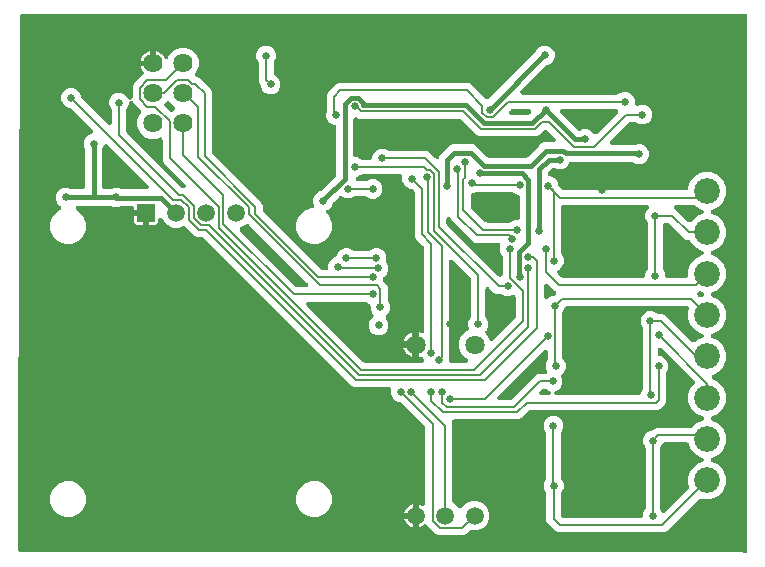
<source format=gbl>
G04 EAGLE Gerber RS-274X export*
G75*
%MOMM*%
%FSLAX34Y34*%
%LPD*%
%INBottom Copper*%
%IPPOS*%
%AMOC8*
5,1,8,0,0,1.08239X$1,22.5*%
G01*
%ADD10C,1.625600*%
%ADD11C,2.184400*%
%ADD12R,1.508000X1.508000*%
%ADD13C,1.508000*%
%ADD14C,1.638300*%
%ADD15C,1.498600*%
%ADD16C,0.654800*%
%ADD17C,0.406400*%
%ADD18C,0.203200*%

G36*
X629727Y-5030D02*
X629727Y-5030D01*
X629736Y-5031D01*
X629925Y-5009D01*
X630118Y-4988D01*
X630127Y-4985D01*
X630135Y-4984D01*
X630317Y-4925D01*
X630502Y-4866D01*
X630510Y-4862D01*
X630518Y-4859D01*
X630687Y-4764D01*
X630854Y-4671D01*
X630861Y-4666D01*
X630869Y-4661D01*
X631015Y-4535D01*
X631161Y-4411D01*
X631167Y-4404D01*
X631174Y-4398D01*
X631291Y-4247D01*
X631411Y-4095D01*
X631415Y-4087D01*
X631420Y-4080D01*
X631506Y-3908D01*
X631593Y-3736D01*
X631596Y-3728D01*
X631600Y-3720D01*
X631650Y-3533D01*
X631701Y-3348D01*
X631702Y-3339D01*
X631704Y-3331D01*
X631731Y-3000D01*
X631731Y450000D01*
X631731Y450004D01*
X631730Y450011D01*
X631729Y450018D01*
X631731Y450036D01*
X631710Y450218D01*
X631691Y450401D01*
X631686Y450418D01*
X631684Y450435D01*
X631627Y450610D01*
X631573Y450786D01*
X631565Y450801D01*
X631559Y450818D01*
X631469Y450978D01*
X631381Y451140D01*
X631370Y451153D01*
X631361Y451169D01*
X631241Y451308D01*
X631124Y451449D01*
X631110Y451460D01*
X631098Y451474D01*
X630953Y451586D01*
X630810Y451701D01*
X630794Y451709D01*
X630780Y451720D01*
X630615Y451802D01*
X630453Y451887D01*
X630436Y451892D01*
X630420Y451900D01*
X630241Y451947D01*
X630066Y451998D01*
X630048Y452000D01*
X630031Y452004D01*
X629700Y452031D01*
X17880Y452031D01*
X17866Y452030D01*
X17852Y452031D01*
X17666Y452010D01*
X17480Y451991D01*
X17466Y451987D01*
X17452Y451986D01*
X17273Y451928D01*
X17095Y451873D01*
X17082Y451867D01*
X17069Y451862D01*
X16905Y451770D01*
X16741Y451681D01*
X16730Y451673D01*
X16718Y451666D01*
X16575Y451544D01*
X16431Y451424D01*
X16423Y451413D01*
X16412Y451404D01*
X16297Y451256D01*
X16179Y451110D01*
X16173Y451098D01*
X16164Y451087D01*
X16080Y450919D01*
X15994Y450753D01*
X15990Y450739D01*
X15983Y450727D01*
X15934Y450545D01*
X15882Y450366D01*
X15881Y450352D01*
X15877Y450338D01*
X15849Y450008D01*
X14369Y64255D01*
X14369Y64252D01*
X14369Y64248D01*
X14369Y-2100D01*
X14371Y-2118D01*
X14369Y-2136D01*
X14390Y-2318D01*
X14409Y-2501D01*
X14414Y-2518D01*
X14416Y-2535D01*
X14473Y-2710D01*
X14527Y-2886D01*
X14535Y-2901D01*
X14541Y-2918D01*
X14631Y-3078D01*
X14719Y-3240D01*
X14730Y-3253D01*
X14739Y-3269D01*
X14859Y-3408D01*
X14976Y-3549D01*
X14990Y-3560D01*
X15002Y-3574D01*
X15147Y-3686D01*
X15290Y-3801D01*
X15306Y-3809D01*
X15320Y-3820D01*
X15485Y-3902D01*
X15647Y-3987D01*
X15664Y-3992D01*
X15681Y-4000D01*
X15859Y-4047D01*
X16034Y-4098D01*
X16052Y-4100D01*
X16069Y-4104D01*
X16400Y-4131D01*
X627959Y-4131D01*
X628264Y-4436D01*
X628271Y-4442D01*
X628276Y-4449D01*
X628426Y-4569D01*
X628575Y-4691D01*
X628583Y-4696D01*
X628590Y-4701D01*
X628761Y-4790D01*
X628931Y-4880D01*
X628939Y-4883D01*
X628947Y-4887D01*
X629133Y-4940D01*
X629317Y-4995D01*
X629326Y-4996D01*
X629334Y-4998D01*
X629526Y-5014D01*
X629718Y-5031D01*
X629727Y-5030D01*
G37*
%LPC*%
G36*
X370221Y10402D02*
X370221Y10402D01*
X367980Y11330D01*
X365980Y13331D01*
X365979Y13331D01*
X362091Y17219D01*
X362091Y17220D01*
X360107Y19203D01*
X360061Y19241D01*
X360020Y19285D01*
X359905Y19369D01*
X359796Y19458D01*
X359743Y19486D01*
X359694Y19522D01*
X359565Y19581D01*
X359440Y19647D01*
X359383Y19664D01*
X359328Y19689D01*
X359190Y19721D01*
X359054Y19762D01*
X358994Y19767D01*
X358936Y19781D01*
X358795Y19785D01*
X358653Y19798D01*
X358593Y19792D01*
X358534Y19794D01*
X358394Y19770D01*
X358253Y19755D01*
X358196Y19737D01*
X358137Y19727D01*
X358004Y19676D01*
X357869Y19633D01*
X357817Y19604D01*
X357761Y19583D01*
X357588Y19478D01*
X357517Y19438D01*
X357500Y19424D01*
X357477Y19410D01*
X356167Y18458D01*
X354760Y17741D01*
X353384Y17294D01*
X353384Y26595D01*
X353382Y26613D01*
X353383Y26631D01*
X353362Y26813D01*
X353344Y26996D01*
X353339Y27013D01*
X353337Y27031D01*
X353330Y27049D01*
X353351Y27119D01*
X353352Y27137D01*
X353357Y27154D01*
X353384Y27485D01*
X353384Y36786D01*
X354760Y36339D01*
X356209Y35600D01*
X356296Y35566D01*
X356378Y35523D01*
X356483Y35493D01*
X356584Y35454D01*
X356676Y35438D01*
X356765Y35412D01*
X356874Y35403D01*
X356980Y35384D01*
X357074Y35387D01*
X357167Y35379D01*
X357274Y35392D01*
X357383Y35394D01*
X357474Y35415D01*
X357566Y35426D01*
X357670Y35460D01*
X357776Y35484D01*
X357861Y35522D01*
X357949Y35551D01*
X358044Y35604D01*
X358143Y35649D01*
X358219Y35703D01*
X358300Y35749D01*
X358382Y35820D01*
X358470Y35883D01*
X358534Y35951D01*
X358605Y36012D01*
X358671Y36098D01*
X358745Y36177D01*
X358794Y36256D01*
X358851Y36330D01*
X358900Y36427D01*
X358957Y36520D01*
X358989Y36607D01*
X359031Y36691D01*
X359059Y36796D01*
X359096Y36897D01*
X359111Y36989D01*
X359135Y37079D01*
X359146Y37213D01*
X359159Y37295D01*
X359157Y37345D01*
X359162Y37410D01*
X359162Y101294D01*
X359160Y101321D01*
X359162Y101348D01*
X359140Y101521D01*
X359122Y101695D01*
X359115Y101720D01*
X359111Y101747D01*
X359056Y101913D01*
X359004Y102080D01*
X358991Y102103D01*
X358983Y102129D01*
X358896Y102280D01*
X358812Y102434D01*
X358795Y102454D01*
X358782Y102478D01*
X358567Y102731D01*
X338848Y122450D01*
X338827Y122467D01*
X338809Y122488D01*
X338671Y122595D01*
X338536Y122705D01*
X338512Y122718D01*
X338491Y122734D01*
X338334Y122812D01*
X338180Y122894D01*
X338155Y122902D01*
X338131Y122914D01*
X337961Y122959D01*
X337794Y123009D01*
X337768Y123011D01*
X337742Y123018D01*
X337411Y123045D01*
X336858Y123045D01*
X333787Y124317D01*
X331437Y126667D01*
X330165Y129738D01*
X330165Y133072D01*
X330209Y133222D01*
X330263Y133402D01*
X330264Y133415D01*
X330268Y133428D01*
X330283Y133617D01*
X330301Y133803D01*
X330300Y133816D01*
X330301Y133830D01*
X330279Y134016D01*
X330260Y134203D01*
X330256Y134216D01*
X330254Y134229D01*
X330196Y134407D01*
X330140Y134588D01*
X330133Y134599D01*
X330129Y134612D01*
X330037Y134775D01*
X329946Y134941D01*
X329938Y134951D01*
X329931Y134963D01*
X329808Y135105D01*
X329687Y135249D01*
X329677Y135257D01*
X329668Y135268D01*
X329520Y135382D01*
X329372Y135500D01*
X329360Y135506D01*
X329350Y135514D01*
X329182Y135598D01*
X329014Y135684D01*
X329001Y135688D01*
X328989Y135694D01*
X328807Y135743D01*
X328627Y135794D01*
X328614Y135795D01*
X328601Y135798D01*
X328270Y135825D01*
X298991Y135825D01*
X296751Y136753D01*
X171248Y262256D01*
X171227Y262273D01*
X171210Y262294D01*
X171072Y262401D01*
X170936Y262511D01*
X170913Y262524D01*
X170892Y262540D01*
X170735Y262618D01*
X170581Y262700D01*
X170555Y262708D01*
X170531Y262720D01*
X170362Y262765D01*
X170195Y262815D01*
X170168Y262817D01*
X170142Y262824D01*
X169812Y262851D01*
X166218Y262851D01*
X163977Y263779D01*
X155931Y271826D01*
X155914Y271840D01*
X155899Y271857D01*
X155758Y271967D01*
X155619Y272081D01*
X155600Y272091D01*
X155582Y272105D01*
X155422Y272186D01*
X155264Y272270D01*
X155242Y272276D01*
X155222Y272286D01*
X155050Y272333D01*
X154878Y272384D01*
X154856Y272386D01*
X154834Y272392D01*
X154655Y272405D01*
X154477Y272421D01*
X154455Y272418D01*
X154432Y272420D01*
X154255Y272397D01*
X154077Y272377D01*
X154055Y272371D01*
X154033Y272368D01*
X153717Y272266D01*
X150610Y270979D01*
X145590Y270979D01*
X140951Y272901D01*
X137401Y276451D01*
X136689Y278170D01*
X136687Y278174D01*
X136685Y278178D01*
X136592Y278351D01*
X136498Y278525D01*
X136496Y278528D01*
X136493Y278532D01*
X136369Y278681D01*
X136242Y278835D01*
X136239Y278838D01*
X136236Y278841D01*
X136083Y278964D01*
X135929Y279089D01*
X135925Y279091D01*
X135922Y279094D01*
X135749Y279184D01*
X135573Y279276D01*
X135569Y279277D01*
X135565Y279279D01*
X135376Y279334D01*
X135186Y279389D01*
X135182Y279389D01*
X135178Y279391D01*
X134980Y279407D01*
X134785Y279424D01*
X134781Y279423D01*
X134776Y279424D01*
X134582Y279401D01*
X134385Y279379D01*
X134381Y279377D01*
X134377Y279377D01*
X134191Y279316D01*
X134002Y279255D01*
X133998Y279253D01*
X133994Y279252D01*
X133821Y279154D01*
X133650Y279059D01*
X133647Y279056D01*
X133643Y279054D01*
X133494Y278925D01*
X133345Y278797D01*
X133342Y278794D01*
X133338Y278791D01*
X133218Y278636D01*
X133096Y278480D01*
X133094Y278476D01*
X133092Y278473D01*
X133003Y278295D01*
X132916Y278120D01*
X132914Y278116D01*
X132912Y278112D01*
X132861Y277920D01*
X132809Y277732D01*
X132809Y277728D01*
X132808Y277723D01*
X132781Y277393D01*
X132781Y275725D01*
X132608Y275079D01*
X132273Y274500D01*
X131800Y274027D01*
X131221Y273692D01*
X130575Y273519D01*
X125199Y273519D01*
X125199Y283132D01*
X125197Y283150D01*
X125199Y283167D01*
X125178Y283350D01*
X125159Y283532D01*
X125154Y283549D01*
X125152Y283567D01*
X125095Y283742D01*
X125041Y283917D01*
X125033Y283933D01*
X125027Y283950D01*
X124937Y284110D01*
X124849Y284271D01*
X124838Y284285D01*
X124829Y284301D01*
X124709Y284440D01*
X124592Y284581D01*
X124578Y284592D01*
X124566Y284605D01*
X124421Y284718D01*
X124278Y284833D01*
X124262Y284841D01*
X124248Y284852D01*
X124083Y284934D01*
X124056Y284948D01*
X124001Y285046D01*
X123913Y285208D01*
X123902Y285221D01*
X123893Y285237D01*
X123773Y285376D01*
X123655Y285517D01*
X123642Y285528D01*
X123630Y285542D01*
X123485Y285654D01*
X123342Y285769D01*
X123326Y285777D01*
X123312Y285788D01*
X123147Y285870D01*
X122984Y285955D01*
X122967Y285960D01*
X122951Y285968D01*
X122773Y286015D01*
X122598Y286066D01*
X122580Y286068D01*
X122563Y286072D01*
X122232Y286099D01*
X112619Y286099D01*
X112619Y287052D01*
X112617Y287070D01*
X112619Y287088D01*
X112598Y287270D01*
X112579Y287453D01*
X112574Y287470D01*
X112572Y287487D01*
X112515Y287662D01*
X112461Y287838D01*
X112453Y287853D01*
X112447Y287870D01*
X112357Y288030D01*
X112270Y288192D01*
X112258Y288205D01*
X112249Y288221D01*
X112129Y288360D01*
X112012Y288501D01*
X111998Y288512D01*
X111986Y288526D01*
X111842Y288638D01*
X111698Y288753D01*
X111682Y288761D01*
X111668Y288772D01*
X111504Y288854D01*
X111341Y288939D01*
X111324Y288944D01*
X111308Y288952D01*
X111130Y288999D01*
X110954Y289050D01*
X110936Y289052D01*
X110919Y289056D01*
X110588Y289083D01*
X102072Y289083D01*
X102041Y289080D01*
X102010Y289082D01*
X101840Y289060D01*
X101671Y289043D01*
X101641Y289034D01*
X101610Y289030D01*
X101295Y288929D01*
X99162Y288045D01*
X95838Y288045D01*
X93213Y289133D01*
X93183Y289142D01*
X93155Y289156D01*
X92990Y289200D01*
X92828Y289249D01*
X92796Y289252D01*
X92766Y289260D01*
X92436Y289287D01*
X64955Y289287D01*
X64950Y289287D01*
X64946Y289287D01*
X64752Y289267D01*
X64554Y289247D01*
X64550Y289246D01*
X64546Y289246D01*
X64360Y289188D01*
X64169Y289129D01*
X64165Y289127D01*
X64161Y289126D01*
X63989Y289031D01*
X63815Y288937D01*
X63812Y288935D01*
X63808Y288932D01*
X63657Y288805D01*
X63506Y288680D01*
X63503Y288676D01*
X63500Y288673D01*
X63377Y288519D01*
X63254Y288366D01*
X63252Y288362D01*
X63249Y288359D01*
X63159Y288184D01*
X63068Y288009D01*
X63067Y288004D01*
X63065Y288000D01*
X63011Y287808D01*
X62957Y287622D01*
X62956Y287617D01*
X62955Y287613D01*
X62940Y287420D01*
X62924Y287220D01*
X62924Y287216D01*
X62924Y287212D01*
X62948Y287016D01*
X62971Y286821D01*
X62972Y286816D01*
X62973Y286812D01*
X63034Y286627D01*
X63096Y286438D01*
X63098Y286434D01*
X63099Y286430D01*
X63199Y286254D01*
X63294Y286087D01*
X63296Y286084D01*
X63299Y286080D01*
X63430Y285929D01*
X63557Y285783D01*
X63560Y285780D01*
X63563Y285776D01*
X63720Y285656D01*
X63875Y285536D01*
X63879Y285534D01*
X63882Y285531D01*
X64178Y285379D01*
X65203Y284955D01*
X69445Y280713D01*
X71741Y275170D01*
X71741Y269170D01*
X69445Y263627D01*
X65203Y259385D01*
X59660Y257089D01*
X53660Y257089D01*
X48117Y259385D01*
X43875Y263627D01*
X41579Y269170D01*
X41579Y275170D01*
X43875Y280713D01*
X48117Y284955D01*
X49728Y285622D01*
X49735Y285626D01*
X49744Y285629D01*
X49913Y285721D01*
X50083Y285812D01*
X50089Y285818D01*
X50097Y285822D01*
X50244Y285945D01*
X50393Y286068D01*
X50399Y286075D01*
X50405Y286081D01*
X50525Y286231D01*
X50647Y286381D01*
X50651Y286389D01*
X50656Y286396D01*
X50744Y286567D01*
X50834Y286738D01*
X50836Y286746D01*
X50840Y286754D01*
X50892Y286938D01*
X50947Y287124D01*
X50948Y287133D01*
X50950Y287141D01*
X50965Y287333D01*
X50981Y287525D01*
X50980Y287534D01*
X50981Y287543D01*
X50958Y287734D01*
X50936Y287925D01*
X50934Y287934D01*
X50932Y287942D01*
X50872Y288126D01*
X50813Y288308D01*
X50809Y288316D01*
X50806Y288325D01*
X50710Y288492D01*
X50617Y288660D01*
X50611Y288667D01*
X50607Y288674D01*
X50480Y288820D01*
X50355Y288966D01*
X50348Y288971D01*
X50342Y288978D01*
X50189Y289095D01*
X50038Y289214D01*
X50030Y289218D01*
X50023Y289223D01*
X49896Y289289D01*
X47517Y291667D01*
X46245Y294738D01*
X46245Y298062D01*
X47517Y301133D01*
X49867Y303483D01*
X52938Y304755D01*
X56262Y304755D01*
X58887Y303667D01*
X58917Y303658D01*
X58945Y303644D01*
X59110Y303600D01*
X59272Y303551D01*
X59304Y303548D01*
X59334Y303540D01*
X59664Y303513D01*
X69156Y303513D01*
X69174Y303515D01*
X69192Y303513D01*
X69374Y303534D01*
X69557Y303553D01*
X69574Y303558D01*
X69591Y303560D01*
X69766Y303617D01*
X69942Y303671D01*
X69957Y303679D01*
X69974Y303685D01*
X70134Y303775D01*
X70296Y303863D01*
X70309Y303874D01*
X70325Y303883D01*
X70464Y304003D01*
X70605Y304120D01*
X70616Y304134D01*
X70630Y304146D01*
X70742Y304291D01*
X70857Y304434D01*
X70865Y304450D01*
X70876Y304464D01*
X70958Y304629D01*
X71043Y304791D01*
X71048Y304808D01*
X71056Y304824D01*
X71103Y305003D01*
X71154Y305178D01*
X71156Y305196D01*
X71160Y305213D01*
X71187Y305544D01*
X71187Y336936D01*
X71184Y336967D01*
X71186Y336998D01*
X71164Y337167D01*
X71147Y337336D01*
X71138Y337366D01*
X71134Y337397D01*
X71033Y337713D01*
X69945Y340338D01*
X69945Y343662D01*
X71217Y346733D01*
X73567Y349083D01*
X76789Y350417D01*
X76800Y350423D01*
X76813Y350428D01*
X76978Y350519D01*
X77144Y350607D01*
X77154Y350616D01*
X77166Y350622D01*
X77308Y350743D01*
X77454Y350864D01*
X77463Y350874D01*
X77473Y350883D01*
X77589Y351031D01*
X77708Y351176D01*
X77714Y351188D01*
X77722Y351199D01*
X77808Y351367D01*
X77895Y351533D01*
X77899Y351546D01*
X77905Y351558D01*
X77955Y351740D01*
X78008Y351919D01*
X78009Y351933D01*
X78013Y351946D01*
X78027Y352134D01*
X78043Y352320D01*
X78041Y352334D01*
X78042Y352347D01*
X78018Y352535D01*
X77997Y352721D01*
X77993Y352733D01*
X77992Y352747D01*
X77932Y352926D01*
X77874Y353104D01*
X77868Y353116D01*
X77863Y353128D01*
X77769Y353292D01*
X77678Y353455D01*
X77669Y353465D01*
X77663Y353477D01*
X77448Y353730D01*
X59428Y371750D01*
X59407Y371767D01*
X59389Y371788D01*
X59251Y371895D01*
X59116Y372005D01*
X59092Y372018D01*
X59071Y372034D01*
X58914Y372112D01*
X58760Y372194D01*
X58735Y372202D01*
X58711Y372214D01*
X58541Y372259D01*
X58374Y372309D01*
X58348Y372311D01*
X58322Y372318D01*
X57991Y372345D01*
X57438Y372345D01*
X54367Y373617D01*
X52017Y375967D01*
X50745Y379038D01*
X50745Y382362D01*
X52017Y385433D01*
X54367Y387783D01*
X57438Y389055D01*
X60762Y389055D01*
X63833Y387783D01*
X66183Y385433D01*
X67455Y382362D01*
X67455Y381809D01*
X67457Y381782D01*
X67455Y381755D01*
X67477Y381582D01*
X67495Y381408D01*
X67502Y381383D01*
X67506Y381356D01*
X67561Y381190D01*
X67613Y381023D01*
X67626Y381000D01*
X67634Y380974D01*
X67721Y380823D01*
X67805Y380669D01*
X67822Y380649D01*
X67835Y380625D01*
X68050Y380372D01*
X90036Y358386D01*
X90043Y358381D01*
X90048Y358374D01*
X90198Y358254D01*
X90347Y358131D01*
X90355Y358127D01*
X90362Y358122D01*
X90533Y358033D01*
X90703Y357943D01*
X90711Y357940D01*
X90719Y357936D01*
X90905Y357883D01*
X91089Y357828D01*
X91098Y357827D01*
X91106Y357825D01*
X91298Y357809D01*
X91490Y357791D01*
X91499Y357792D01*
X91508Y357792D01*
X91697Y357814D01*
X91890Y357835D01*
X91899Y357838D01*
X91907Y357839D01*
X92089Y357898D01*
X92274Y357956D01*
X92282Y357961D01*
X92290Y357963D01*
X92459Y358059D01*
X92626Y358151D01*
X92633Y358157D01*
X92641Y358161D01*
X92787Y358287D01*
X92933Y358412D01*
X92939Y358419D01*
X92946Y358425D01*
X93063Y358576D01*
X93183Y358728D01*
X93187Y358736D01*
X93192Y358743D01*
X93278Y358915D01*
X93365Y359087D01*
X93368Y359095D01*
X93372Y359103D01*
X93422Y359290D01*
X93473Y359474D01*
X93474Y359483D01*
X93476Y359492D01*
X93503Y359823D01*
X93503Y370240D01*
X93501Y370267D01*
X93503Y370293D01*
X93481Y370467D01*
X93463Y370641D01*
X93456Y370666D01*
X93452Y370693D01*
X93397Y370858D01*
X93345Y371025D01*
X93332Y371049D01*
X93324Y371074D01*
X93237Y371226D01*
X93153Y371380D01*
X93136Y371400D01*
X93123Y371423D01*
X92908Y371676D01*
X92517Y372067D01*
X91245Y375138D01*
X91245Y378462D01*
X92517Y381533D01*
X94867Y383883D01*
X97938Y385155D01*
X101262Y385155D01*
X104333Y383883D01*
X106683Y381533D01*
X107219Y380237D01*
X107221Y380233D01*
X107223Y380229D01*
X107316Y380056D01*
X107410Y379882D01*
X107412Y379879D01*
X107415Y379875D01*
X107541Y379723D01*
X107666Y379572D01*
X107669Y379569D01*
X107672Y379566D01*
X107823Y379444D01*
X107979Y379318D01*
X107983Y379316D01*
X107986Y379313D01*
X108158Y379224D01*
X108335Y379131D01*
X108339Y379130D01*
X108343Y379128D01*
X108531Y379074D01*
X108722Y379018D01*
X108726Y379018D01*
X108730Y379016D01*
X108928Y379000D01*
X109123Y378983D01*
X109127Y378984D01*
X109132Y378983D01*
X109327Y379006D01*
X109523Y379028D01*
X109527Y379030D01*
X109531Y379030D01*
X109719Y379092D01*
X109906Y379152D01*
X109910Y379154D01*
X109914Y379155D01*
X110087Y379253D01*
X110258Y379348D01*
X110261Y379351D01*
X110265Y379353D01*
X110413Y379481D01*
X110563Y379610D01*
X110566Y379613D01*
X110570Y379616D01*
X110690Y379771D01*
X110812Y379927D01*
X110814Y379931D01*
X110816Y379934D01*
X110902Y380108D01*
X110992Y380287D01*
X110994Y380291D01*
X110996Y380295D01*
X111047Y380486D01*
X111099Y380675D01*
X111099Y380679D01*
X111100Y380684D01*
X111127Y381014D01*
X111127Y390442D01*
X112055Y392683D01*
X118316Y398944D01*
X118317Y398944D01*
X119945Y400572D01*
X119983Y400618D01*
X120027Y400659D01*
X120110Y400774D01*
X120200Y400883D01*
X120228Y400937D01*
X120263Y400985D01*
X120322Y401114D01*
X120388Y401239D01*
X120405Y401297D01*
X120430Y401351D01*
X120463Y401489D01*
X120503Y401625D01*
X120509Y401685D01*
X120522Y401743D01*
X120527Y401885D01*
X120539Y402026D01*
X120533Y402086D01*
X120535Y402146D01*
X120511Y402285D01*
X120496Y402426D01*
X120478Y402484D01*
X120468Y402543D01*
X120417Y402675D01*
X120375Y402810D01*
X120346Y402863D01*
X120324Y402919D01*
X120219Y403091D01*
X120180Y403163D01*
X120166Y403179D01*
X120152Y403202D01*
X119275Y404408D01*
X118513Y405905D01*
X117994Y407502D01*
X117955Y407751D01*
X128182Y407751D01*
X128200Y407752D01*
X128217Y407751D01*
X128400Y407772D01*
X128582Y407791D01*
X128599Y407796D01*
X128617Y407798D01*
X128792Y407855D01*
X128967Y407909D01*
X128983Y407917D01*
X129000Y407923D01*
X129160Y408013D01*
X129321Y408100D01*
X129335Y408112D01*
X129351Y408121D01*
X129490Y408241D01*
X129631Y408358D01*
X129642Y408372D01*
X129655Y408384D01*
X129768Y408529D01*
X129799Y408567D01*
X129926Y408677D01*
X130067Y408795D01*
X130078Y408808D01*
X130092Y408820D01*
X130204Y408965D01*
X130319Y409108D01*
X130327Y409124D01*
X130338Y409138D01*
X130420Y409303D01*
X130505Y409466D01*
X130510Y409483D01*
X130518Y409499D01*
X130565Y409677D01*
X130616Y409852D01*
X130618Y409870D01*
X130622Y409887D01*
X130649Y410218D01*
X130649Y420445D01*
X130898Y420406D01*
X132495Y419887D01*
X133992Y419125D01*
X135350Y418138D01*
X136538Y416950D01*
X137525Y415592D01*
X137893Y414869D01*
X137964Y414759D01*
X138027Y414644D01*
X138072Y414589D01*
X138111Y414530D01*
X138201Y414436D01*
X138286Y414336D01*
X138341Y414292D01*
X138391Y414240D01*
X138498Y414166D01*
X138600Y414085D01*
X138664Y414052D01*
X138722Y414012D01*
X138842Y413960D01*
X138959Y413901D01*
X139027Y413882D01*
X139092Y413854D01*
X139220Y413827D01*
X139346Y413791D01*
X139417Y413786D01*
X139486Y413771D01*
X139617Y413770D01*
X139747Y413760D01*
X139818Y413769D01*
X139889Y413768D01*
X140017Y413793D01*
X140147Y413809D01*
X140214Y413831D01*
X140284Y413844D01*
X140405Y413894D01*
X140529Y413935D01*
X140591Y413970D01*
X140657Y413997D01*
X140765Y414070D01*
X140879Y414135D01*
X140933Y414181D01*
X140992Y414221D01*
X141084Y414313D01*
X141183Y414399D01*
X141226Y414455D01*
X141276Y414506D01*
X141348Y414615D01*
X141428Y414718D01*
X141465Y414791D01*
X141499Y414841D01*
X141527Y414912D01*
X141580Y415013D01*
X142602Y417482D01*
X146318Y421198D01*
X151173Y423209D01*
X156427Y423209D01*
X161282Y421198D01*
X164998Y417482D01*
X167009Y412627D01*
X167009Y407373D01*
X164998Y402518D01*
X164444Y401964D01*
X164439Y401957D01*
X164432Y401952D01*
X164312Y401803D01*
X164189Y401653D01*
X164185Y401645D01*
X164179Y401638D01*
X164092Y401469D01*
X164001Y401297D01*
X163998Y401288D01*
X163994Y401281D01*
X163941Y401097D01*
X163886Y400911D01*
X163885Y400902D01*
X163882Y400894D01*
X163867Y400702D01*
X163849Y400510D01*
X163850Y400501D01*
X163850Y400492D01*
X163872Y400303D01*
X163893Y400110D01*
X163895Y400101D01*
X163897Y400093D01*
X163956Y399910D01*
X164014Y399726D01*
X164019Y399718D01*
X164021Y399710D01*
X164116Y399541D01*
X164209Y399374D01*
X164215Y399367D01*
X164219Y399359D01*
X164346Y399213D01*
X164470Y399067D01*
X164477Y399061D01*
X164482Y399054D01*
X164635Y398936D01*
X164785Y398817D01*
X164793Y398813D01*
X164801Y398808D01*
X164974Y398721D01*
X165144Y398635D01*
X165153Y398632D01*
X165161Y398628D01*
X165349Y398578D01*
X165532Y398527D01*
X165541Y398526D01*
X165543Y398526D01*
X167854Y397569D01*
X177369Y388054D01*
X178297Y385813D01*
X178297Y334567D01*
X178299Y334540D01*
X178297Y334513D01*
X178319Y334340D01*
X178337Y334166D01*
X178344Y334141D01*
X178348Y334114D01*
X178403Y333948D01*
X178455Y333781D01*
X178468Y333758D01*
X178476Y333732D01*
X178563Y333581D01*
X178647Y333427D01*
X178664Y333407D01*
X178677Y333383D01*
X178892Y333130D01*
X220269Y291754D01*
X221197Y289513D01*
X221197Y285667D01*
X221199Y285640D01*
X221197Y285613D01*
X221219Y285440D01*
X221237Y285266D01*
X221244Y285241D01*
X221248Y285214D01*
X221303Y285048D01*
X221355Y284881D01*
X221368Y284858D01*
X221376Y284832D01*
X221463Y284681D01*
X221547Y284527D01*
X221564Y284507D01*
X221577Y284483D01*
X221792Y284230D01*
X270430Y235592D01*
X270451Y235575D01*
X270469Y235554D01*
X270607Y235447D01*
X270742Y235337D01*
X270766Y235324D01*
X270787Y235308D01*
X270944Y235230D01*
X271098Y235148D01*
X271123Y235140D01*
X271147Y235128D01*
X271317Y235083D01*
X271484Y235033D01*
X271510Y235031D01*
X271536Y235024D01*
X271867Y234997D01*
X274914Y234997D01*
X274932Y234999D01*
X274950Y234997D01*
X275132Y235018D01*
X275315Y235037D01*
X275332Y235042D01*
X275349Y235044D01*
X275524Y235101D01*
X275700Y235155D01*
X275715Y235163D01*
X275732Y235169D01*
X275892Y235259D01*
X276054Y235347D01*
X276067Y235358D01*
X276083Y235367D01*
X276222Y235487D01*
X276363Y235604D01*
X276374Y235618D01*
X276388Y235630D01*
X276500Y235775D01*
X276615Y235918D01*
X276623Y235934D01*
X276634Y235948D01*
X276716Y236113D01*
X276801Y236275D01*
X276806Y236292D01*
X276814Y236308D01*
X276861Y236487D01*
X276912Y236662D01*
X276914Y236680D01*
X276918Y236697D01*
X276945Y237028D01*
X276945Y239562D01*
X278217Y242633D01*
X280567Y244983D01*
X282857Y245931D01*
X282881Y245944D01*
X282906Y245952D01*
X283058Y246039D01*
X283212Y246121D01*
X283233Y246138D01*
X283256Y246152D01*
X283388Y246267D01*
X283523Y246378D01*
X283539Y246399D01*
X283560Y246416D01*
X283666Y246555D01*
X283776Y246691D01*
X283789Y246714D01*
X283805Y246735D01*
X283957Y247031D01*
X285117Y249833D01*
X287467Y252183D01*
X289671Y253096D01*
X290538Y253455D01*
X293862Y253455D01*
X296933Y252183D01*
X297324Y251792D01*
X297344Y251775D01*
X297362Y251754D01*
X297500Y251647D01*
X297635Y251537D01*
X297659Y251524D01*
X297680Y251508D01*
X297837Y251430D01*
X297991Y251348D01*
X298016Y251340D01*
X298041Y251328D01*
X298210Y251283D01*
X298377Y251233D01*
X298403Y251231D01*
X298429Y251224D01*
X298760Y251197D01*
X310840Y251197D01*
X310867Y251199D01*
X310893Y251197D01*
X311067Y251219D01*
X311241Y251237D01*
X311266Y251244D01*
X311293Y251248D01*
X311458Y251303D01*
X311625Y251355D01*
X311649Y251368D01*
X311674Y251376D01*
X311826Y251463D01*
X311980Y251547D01*
X312000Y251564D01*
X312023Y251577D01*
X312276Y251792D01*
X312667Y252183D01*
X314871Y253096D01*
X315738Y253455D01*
X319062Y253455D01*
X322133Y252183D01*
X324483Y249833D01*
X325755Y246762D01*
X325755Y243416D01*
X325724Y243306D01*
X325672Y243135D01*
X325670Y243113D01*
X325664Y243091D01*
X325651Y242911D01*
X325634Y242734D01*
X325636Y242712D01*
X325635Y242689D01*
X325657Y242511D01*
X325676Y242333D01*
X325682Y242312D01*
X325685Y242290D01*
X325742Y242120D01*
X325796Y241949D01*
X325806Y241929D01*
X325813Y241908D01*
X325903Y241753D01*
X325989Y241596D01*
X326003Y241579D01*
X326014Y241559D01*
X326229Y241306D01*
X326283Y241253D01*
X327555Y238182D01*
X327555Y234858D01*
X326283Y231787D01*
X323950Y229454D01*
X323933Y229434D01*
X323912Y229416D01*
X323805Y229278D01*
X323695Y229143D01*
X323682Y229119D01*
X323666Y229098D01*
X323588Y228941D01*
X323506Y228787D01*
X323498Y228762D01*
X323486Y228737D01*
X323441Y228568D01*
X323391Y228401D01*
X323389Y228375D01*
X323382Y228349D01*
X323355Y228018D01*
X323355Y227235D01*
X323351Y227227D01*
X323303Y227055D01*
X323251Y226883D01*
X323249Y226861D01*
X323243Y226840D01*
X323230Y226660D01*
X323213Y226483D01*
X323215Y226460D01*
X323213Y226438D01*
X323236Y226260D01*
X323254Y226082D01*
X323261Y226061D01*
X323264Y226039D01*
X323321Y225869D01*
X323374Y225698D01*
X323385Y225678D01*
X323392Y225657D01*
X323481Y225502D01*
X323568Y225344D01*
X323582Y225327D01*
X323593Y225308D01*
X323808Y225055D01*
X326141Y222722D01*
X327069Y220481D01*
X327069Y209988D01*
X327071Y209961D01*
X327069Y209935D01*
X327091Y209761D01*
X327109Y209587D01*
X327116Y209562D01*
X327120Y209535D01*
X327175Y209370D01*
X327227Y209203D01*
X327240Y209179D01*
X327248Y209154D01*
X327335Y209002D01*
X327419Y208848D01*
X327436Y208828D01*
X327449Y208805D01*
X327664Y208552D01*
X328083Y208133D01*
X329355Y205062D01*
X329355Y201738D01*
X328083Y198667D01*
X325927Y196511D01*
X325915Y196498D01*
X325902Y196486D01*
X325788Y196342D01*
X325672Y196200D01*
X325663Y196184D01*
X325652Y196170D01*
X325569Y196006D01*
X325483Y195844D01*
X325478Y195827D01*
X325470Y195811D01*
X325420Y195633D01*
X325368Y195458D01*
X325367Y195440D01*
X325362Y195423D01*
X325348Y195240D01*
X325332Y195057D01*
X325334Y195039D01*
X325332Y195022D01*
X325355Y194840D01*
X325375Y194657D01*
X325381Y194640D01*
X325383Y194622D01*
X325441Y194449D01*
X325497Y194273D01*
X325505Y194257D01*
X325511Y194241D01*
X325603Y194081D01*
X325692Y193921D01*
X325703Y193907D01*
X325712Y193892D01*
X325927Y193639D01*
X326583Y192983D01*
X327855Y189912D01*
X327855Y186588D01*
X326583Y183517D01*
X324233Y181167D01*
X321162Y179895D01*
X317838Y179895D01*
X314767Y181167D01*
X312417Y183517D01*
X311145Y186588D01*
X311145Y189912D01*
X312417Y192983D01*
X314573Y195139D01*
X314585Y195153D01*
X314598Y195164D01*
X314712Y195308D01*
X314828Y195450D01*
X314837Y195466D01*
X314848Y195480D01*
X314931Y195644D01*
X315017Y195806D01*
X315022Y195823D01*
X315030Y195839D01*
X315079Y196015D01*
X315132Y196192D01*
X315133Y196210D01*
X315138Y196227D01*
X315152Y196410D01*
X315168Y196593D01*
X315166Y196611D01*
X315168Y196628D01*
X315145Y196810D01*
X315125Y196993D01*
X315119Y197010D01*
X315117Y197028D01*
X315059Y197201D01*
X315003Y197377D01*
X314995Y197393D01*
X314989Y197409D01*
X314897Y197569D01*
X314808Y197729D01*
X314797Y197743D01*
X314788Y197758D01*
X314573Y198011D01*
X313917Y198667D01*
X312645Y201738D01*
X312645Y204626D01*
X312643Y204649D01*
X312645Y204671D01*
X312623Y204848D01*
X312605Y205027D01*
X312599Y205048D01*
X312596Y205071D01*
X312540Y205240D01*
X312487Y205412D01*
X312477Y205432D01*
X312470Y205453D01*
X312381Y205608D01*
X312295Y205766D01*
X312281Y205783D01*
X312270Y205803D01*
X312152Y205938D01*
X312038Y206075D01*
X312020Y206089D01*
X312006Y206106D01*
X311864Y206215D01*
X311724Y206328D01*
X311704Y206338D01*
X311686Y206352D01*
X311391Y206503D01*
X309667Y207217D01*
X309276Y207608D01*
X309256Y207625D01*
X309238Y207646D01*
X309100Y207753D01*
X308965Y207863D01*
X308941Y207876D01*
X308920Y207892D01*
X308763Y207970D01*
X308609Y208052D01*
X308584Y208060D01*
X308559Y208072D01*
X308390Y208117D01*
X308223Y208167D01*
X308197Y208169D01*
X308171Y208176D01*
X307840Y208203D01*
X260123Y208203D01*
X260114Y208202D01*
X260105Y208203D01*
X259912Y208182D01*
X259722Y208163D01*
X259714Y208161D01*
X259705Y208160D01*
X259520Y208101D01*
X259337Y208045D01*
X259329Y208041D01*
X259321Y208038D01*
X259152Y207945D01*
X258983Y207853D01*
X258976Y207848D01*
X258968Y207843D01*
X258821Y207719D01*
X258674Y207596D01*
X258668Y207589D01*
X258661Y207583D01*
X258542Y207431D01*
X258422Y207282D01*
X258417Y207274D01*
X258412Y207267D01*
X258324Y207094D01*
X258236Y206925D01*
X258234Y206916D01*
X258229Y206908D01*
X258178Y206722D01*
X258125Y206538D01*
X258124Y206529D01*
X258121Y206520D01*
X258107Y206327D01*
X258092Y206136D01*
X258093Y206128D01*
X258092Y206119D01*
X258116Y205926D01*
X258139Y205737D01*
X258141Y205728D01*
X258143Y205719D01*
X258204Y205537D01*
X258263Y205354D01*
X258268Y205346D01*
X258271Y205338D01*
X258367Y205171D01*
X258461Y205003D01*
X258467Y204996D01*
X258472Y204989D01*
X258686Y204736D01*
X306452Y156970D01*
X306473Y156953D01*
X306491Y156932D01*
X306629Y156825D01*
X306764Y156715D01*
X306788Y156702D01*
X306809Y156686D01*
X306966Y156608D01*
X307120Y156526D01*
X307145Y156518D01*
X307169Y156506D01*
X307339Y156461D01*
X307506Y156411D01*
X307532Y156409D01*
X307558Y156402D01*
X307889Y156375D01*
X356126Y156375D01*
X356135Y156376D01*
X356144Y156375D01*
X356336Y156396D01*
X356527Y156415D01*
X356535Y156417D01*
X356544Y156418D01*
X356727Y156476D01*
X356912Y156533D01*
X356919Y156537D01*
X356928Y156540D01*
X357097Y156633D01*
X357266Y156725D01*
X357272Y156730D01*
X357280Y156735D01*
X357428Y156860D01*
X357575Y156982D01*
X357580Y156989D01*
X357587Y156995D01*
X357707Y157147D01*
X357827Y157296D01*
X357831Y157304D01*
X357837Y157311D01*
X357925Y157484D01*
X358013Y157653D01*
X358015Y157662D01*
X358019Y157670D01*
X358071Y157855D01*
X358124Y158040D01*
X358125Y158049D01*
X358127Y158058D01*
X358141Y158250D01*
X358157Y158442D01*
X358156Y158450D01*
X358157Y158459D01*
X358132Y158651D01*
X358110Y158841D01*
X358107Y158850D01*
X358106Y158859D01*
X358045Y159041D01*
X357985Y159224D01*
X357981Y159232D01*
X357978Y159240D01*
X357882Y159408D01*
X357787Y159575D01*
X357781Y159582D01*
X357777Y159589D01*
X357562Y159842D01*
X357037Y160367D01*
X356967Y160536D01*
X356901Y160659D01*
X356843Y160786D01*
X356806Y160836D01*
X356777Y160891D01*
X356688Y160998D01*
X356606Y161111D01*
X356560Y161153D01*
X356521Y161201D01*
X356412Y161289D01*
X356309Y161384D01*
X356256Y161416D01*
X356208Y161455D01*
X356084Y161520D01*
X355965Y161592D01*
X355907Y161613D01*
X355852Y161642D01*
X355717Y161681D01*
X355586Y161729D01*
X355525Y161738D01*
X355465Y161755D01*
X355326Y161767D01*
X355188Y161788D01*
X355126Y161784D01*
X355064Y161790D01*
X354925Y161774D01*
X354786Y161767D01*
X354717Y161751D01*
X354664Y161745D01*
X354587Y161720D01*
X354463Y161691D01*
X353638Y161422D01*
X353638Y171121D01*
X353636Y171139D01*
X353637Y171157D01*
X353616Y171339D01*
X353598Y171522D01*
X353593Y171539D01*
X353591Y171557D01*
X353534Y171731D01*
X353509Y171811D01*
X353554Y171977D01*
X353605Y172153D01*
X353606Y172171D01*
X353611Y172188D01*
X353638Y172519D01*
X353638Y182218D01*
X355028Y181766D01*
X355128Y181715D01*
X355215Y181681D01*
X355297Y181638D01*
X355402Y181608D01*
X355503Y181569D01*
X355595Y181553D01*
X355684Y181527D01*
X355793Y181518D01*
X355899Y181499D01*
X355993Y181501D01*
X356086Y181494D01*
X356193Y181507D01*
X356302Y181509D01*
X356393Y181530D01*
X356485Y181541D01*
X356589Y181574D01*
X356694Y181598D01*
X356780Y181637D01*
X356868Y181666D01*
X356963Y181719D01*
X357062Y181763D01*
X357137Y181818D01*
X357219Y181864D01*
X357301Y181934D01*
X357389Y181998D01*
X357453Y182066D01*
X357524Y182127D01*
X357590Y182212D01*
X357664Y182292D01*
X357713Y182371D01*
X357770Y182445D01*
X357819Y182542D01*
X357876Y182634D01*
X357908Y182722D01*
X357950Y182805D01*
X357978Y182910D01*
X358015Y183012D01*
X358030Y183104D01*
X358054Y183194D01*
X358065Y183328D01*
X358078Y183410D01*
X358076Y183459D01*
X358081Y183525D01*
X358081Y253761D01*
X358079Y253787D01*
X358081Y253814D01*
X358059Y253988D01*
X358041Y254161D01*
X358034Y254187D01*
X358030Y254213D01*
X357975Y254379D01*
X357923Y254546D01*
X357910Y254570D01*
X357902Y254595D01*
X357815Y254747D01*
X357731Y254900D01*
X357714Y254921D01*
X357701Y254944D01*
X357486Y255197D01*
X351031Y261652D01*
X350103Y263892D01*
X350103Y300583D01*
X350101Y300610D01*
X350103Y300637D01*
X350081Y300810D01*
X350063Y300984D01*
X350056Y301009D01*
X350052Y301036D01*
X349997Y301202D01*
X349945Y301369D01*
X349932Y301392D01*
X349924Y301418D01*
X349837Y301569D01*
X349753Y301723D01*
X349736Y301743D01*
X349723Y301767D01*
X349508Y302020D01*
X348278Y303250D01*
X348257Y303267D01*
X348239Y303288D01*
X348101Y303395D01*
X347966Y303505D01*
X347942Y303518D01*
X347921Y303534D01*
X347764Y303612D01*
X347610Y303694D01*
X347585Y303702D01*
X347561Y303714D01*
X347391Y303759D01*
X347224Y303809D01*
X347198Y303811D01*
X347172Y303818D01*
X346841Y303845D01*
X346288Y303845D01*
X343217Y305117D01*
X340867Y307467D01*
X339595Y310538D01*
X339595Y314072D01*
X339593Y314090D01*
X339595Y314108D01*
X339574Y314290D01*
X339555Y314473D01*
X339550Y314490D01*
X339548Y314507D01*
X339491Y314682D01*
X339437Y314858D01*
X339429Y314873D01*
X339423Y314890D01*
X339333Y315050D01*
X339245Y315212D01*
X339234Y315225D01*
X339225Y315241D01*
X339105Y315380D01*
X338988Y315521D01*
X338974Y315532D01*
X338962Y315546D01*
X338817Y315658D01*
X338674Y315773D01*
X338658Y315781D01*
X338644Y315792D01*
X338479Y315874D01*
X338317Y315959D01*
X338300Y315964D01*
X338284Y315972D01*
X338105Y316019D01*
X337930Y316070D01*
X337912Y316072D01*
X337895Y316076D01*
X337564Y316103D01*
X305960Y316103D01*
X305933Y316101D01*
X305907Y316103D01*
X305733Y316081D01*
X305559Y316063D01*
X305534Y316056D01*
X305507Y316052D01*
X305342Y315997D01*
X305175Y315945D01*
X305151Y315932D01*
X305126Y315924D01*
X304974Y315837D01*
X304820Y315753D01*
X304800Y315736D01*
X304777Y315723D01*
X304524Y315508D01*
X304133Y315117D01*
X301205Y313905D01*
X301201Y313903D01*
X301197Y313901D01*
X301024Y313808D01*
X300850Y313714D01*
X300847Y313712D01*
X300843Y313709D01*
X300694Y313585D01*
X300540Y313458D01*
X300537Y313455D01*
X300534Y313452D01*
X300411Y313299D01*
X300286Y313145D01*
X300284Y313141D01*
X300281Y313138D01*
X300191Y312965D01*
X300099Y312789D01*
X300098Y312785D01*
X300096Y312781D01*
X300042Y312593D01*
X299986Y312402D01*
X299986Y312398D01*
X299984Y312394D01*
X299968Y312194D01*
X299951Y312001D01*
X299952Y311997D01*
X299951Y311992D01*
X299974Y311798D01*
X299996Y311601D01*
X299998Y311597D01*
X299998Y311593D01*
X300059Y311407D01*
X300120Y311218D01*
X300122Y311214D01*
X300123Y311210D01*
X300220Y311038D01*
X300316Y310866D01*
X300319Y310863D01*
X300321Y310859D01*
X300449Y310711D01*
X300578Y310561D01*
X300581Y310558D01*
X300584Y310554D01*
X300739Y310434D01*
X300895Y310312D01*
X300899Y310310D01*
X300902Y310308D01*
X301080Y310219D01*
X301255Y310132D01*
X301259Y310130D01*
X301263Y310128D01*
X301455Y310077D01*
X301643Y310025D01*
X301647Y310025D01*
X301652Y310024D01*
X301982Y309997D01*
X308140Y309997D01*
X308167Y309999D01*
X308193Y309997D01*
X308367Y310019D01*
X308541Y310037D01*
X308566Y310044D01*
X308593Y310048D01*
X308758Y310103D01*
X308925Y310155D01*
X308949Y310168D01*
X308974Y310176D01*
X309126Y310263D01*
X309280Y310347D01*
X309300Y310364D01*
X309323Y310377D01*
X309576Y310592D01*
X309667Y310683D01*
X312738Y311955D01*
X316062Y311955D01*
X319133Y310683D01*
X321483Y308333D01*
X322755Y305262D01*
X322755Y301938D01*
X321483Y298867D01*
X319133Y296517D01*
X316062Y295245D01*
X312738Y295245D01*
X309667Y296517D01*
X308976Y297208D01*
X308956Y297225D01*
X308938Y297246D01*
X308800Y297353D01*
X308665Y297463D01*
X308641Y297476D01*
X308620Y297492D01*
X308463Y297570D01*
X308309Y297652D01*
X308284Y297660D01*
X308259Y297672D01*
X308090Y297717D01*
X307923Y297767D01*
X307897Y297769D01*
X307871Y297776D01*
X307540Y297803D01*
X299960Y297803D01*
X299933Y297801D01*
X299907Y297803D01*
X299733Y297781D01*
X299559Y297763D01*
X299534Y297756D01*
X299507Y297752D01*
X299342Y297697D01*
X299175Y297645D01*
X299151Y297632D01*
X299126Y297624D01*
X298974Y297537D01*
X298820Y297453D01*
X298800Y297436D01*
X298777Y297423D01*
X298524Y297208D01*
X298133Y296817D01*
X295062Y295545D01*
X291738Y295545D01*
X288667Y296817D01*
X288500Y296984D01*
X288486Y296996D01*
X288475Y297009D01*
X288331Y297123D01*
X288189Y297240D01*
X288173Y297248D01*
X288159Y297259D01*
X287996Y297342D01*
X287833Y297428D01*
X287816Y297433D01*
X287800Y297441D01*
X287623Y297491D01*
X287447Y297543D01*
X287429Y297545D01*
X287412Y297549D01*
X287228Y297563D01*
X287046Y297579D01*
X287028Y297577D01*
X287010Y297579D01*
X286828Y297556D01*
X286646Y297536D01*
X286629Y297531D01*
X286611Y297528D01*
X286436Y297470D01*
X286262Y297415D01*
X286246Y297406D01*
X286229Y297400D01*
X286070Y297309D01*
X285910Y297220D01*
X285896Y297208D01*
X285880Y297199D01*
X285627Y296985D01*
X281407Y292764D01*
X281387Y292740D01*
X281363Y292719D01*
X281260Y292584D01*
X281152Y292452D01*
X281137Y292424D01*
X281118Y292400D01*
X280966Y292105D01*
X279667Y288967D01*
X277317Y286617D01*
X276239Y286171D01*
X276227Y286164D01*
X276214Y286160D01*
X276050Y286069D01*
X275884Y285981D01*
X275873Y285972D01*
X275862Y285965D01*
X275718Y285844D01*
X275573Y285724D01*
X275565Y285714D01*
X275555Y285705D01*
X275438Y285557D01*
X275320Y285411D01*
X275313Y285400D01*
X275305Y285389D01*
X275220Y285221D01*
X275133Y285055D01*
X275129Y285042D01*
X275123Y285030D01*
X275072Y284849D01*
X275019Y284669D01*
X275018Y284655D01*
X275015Y284642D01*
X275001Y284454D01*
X274985Y284267D01*
X274986Y284254D01*
X274985Y284241D01*
X275009Y284053D01*
X275030Y283867D01*
X275034Y283855D01*
X275036Y283841D01*
X275096Y283663D01*
X275153Y283484D01*
X275160Y283472D01*
X275164Y283460D01*
X275258Y283297D01*
X275350Y283133D01*
X275358Y283122D01*
X275365Y283111D01*
X275580Y282858D01*
X277725Y280713D01*
X280021Y275170D01*
X280021Y269170D01*
X277725Y263627D01*
X273483Y259385D01*
X267940Y257089D01*
X261940Y257089D01*
X256397Y259385D01*
X252155Y263627D01*
X249859Y269170D01*
X249859Y275170D01*
X252155Y280713D01*
X256397Y284955D01*
X261940Y287251D01*
X263172Y287251D01*
X263186Y287252D01*
X263199Y287251D01*
X263385Y287272D01*
X263573Y287291D01*
X263586Y287295D01*
X263599Y287296D01*
X263778Y287354D01*
X263958Y287409D01*
X263970Y287415D01*
X263982Y287419D01*
X264147Y287511D01*
X264312Y287601D01*
X264322Y287609D01*
X264334Y287616D01*
X264476Y287738D01*
X264621Y287858D01*
X264630Y287869D01*
X264640Y287877D01*
X264755Y288025D01*
X264873Y288172D01*
X264880Y288184D01*
X264888Y288194D01*
X264972Y288363D01*
X265059Y288529D01*
X265063Y288542D01*
X265069Y288554D01*
X265118Y288735D01*
X265170Y288916D01*
X265171Y288930D01*
X265175Y288943D01*
X265188Y289131D01*
X265203Y289318D01*
X265202Y289331D01*
X265203Y289344D01*
X265178Y289532D01*
X265156Y289717D01*
X265152Y289730D01*
X265150Y289743D01*
X265049Y290059D01*
X264229Y292038D01*
X264229Y295362D01*
X265501Y298433D01*
X267851Y300783D01*
X269964Y301658D01*
X269992Y301673D01*
X270022Y301683D01*
X270169Y301768D01*
X270319Y301848D01*
X270343Y301868D01*
X270370Y301884D01*
X270623Y302098D01*
X283176Y314651D01*
X283193Y314672D01*
X283214Y314689D01*
X283321Y314827D01*
X283431Y314963D01*
X283444Y314986D01*
X283460Y315008D01*
X283538Y315164D01*
X283620Y315318D01*
X283628Y315344D01*
X283640Y315368D01*
X283685Y315537D01*
X283735Y315704D01*
X283737Y315731D01*
X283744Y315757D01*
X283771Y316088D01*
X283771Y355799D01*
X283769Y355817D01*
X283771Y355834D01*
X283750Y356017D01*
X283731Y356199D01*
X283726Y356217D01*
X283724Y356234D01*
X283667Y356409D01*
X283613Y356584D01*
X283605Y356600D01*
X283599Y356617D01*
X283509Y356777D01*
X283421Y356938D01*
X283410Y356952D01*
X283401Y356968D01*
X283281Y357107D01*
X283164Y357248D01*
X283150Y357259D01*
X283138Y357272D01*
X282993Y357385D01*
X282850Y357500D01*
X282834Y357508D01*
X282820Y357519D01*
X282655Y357601D01*
X282493Y357685D01*
X282476Y357690D01*
X282460Y357698D01*
X282281Y357746D01*
X282106Y357797D01*
X282088Y357798D01*
X282071Y357803D01*
X281740Y357830D01*
X281723Y357830D01*
X278652Y359102D01*
X276302Y361452D01*
X275030Y364523D01*
X275030Y367847D01*
X275449Y368857D01*
X275458Y368887D01*
X275472Y368915D01*
X275516Y369080D01*
X275565Y369243D01*
X275568Y369274D01*
X275576Y369304D01*
X275603Y369635D01*
X275603Y382813D01*
X276531Y385054D01*
X283646Y392169D01*
X285887Y393097D01*
X395713Y393097D01*
X397954Y392169D01*
X410045Y380077D01*
X410059Y380065D01*
X410071Y380052D01*
X410215Y379938D01*
X410357Y379822D01*
X410373Y379813D01*
X410387Y379802D01*
X410551Y379719D01*
X410712Y379633D01*
X410730Y379628D01*
X410745Y379620D01*
X410923Y379571D01*
X411098Y379518D01*
X411116Y379517D01*
X411133Y379512D01*
X411317Y379499D01*
X411499Y379482D01*
X411517Y379484D01*
X411535Y379483D01*
X411717Y379506D01*
X411900Y379525D01*
X411917Y379531D01*
X411934Y379533D01*
X412108Y379591D01*
X412283Y379647D01*
X412299Y379656D01*
X412316Y379661D01*
X412476Y379753D01*
X412636Y379842D01*
X412649Y379853D01*
X412665Y379862D01*
X412918Y380077D01*
X452014Y419173D01*
X452034Y419197D01*
X452057Y419217D01*
X452161Y419352D01*
X452269Y419484D01*
X452283Y419512D01*
X452303Y419537D01*
X452454Y419832D01*
X453117Y421433D01*
X455467Y423783D01*
X458538Y425055D01*
X461862Y425055D01*
X464933Y423783D01*
X467283Y421433D01*
X468555Y418362D01*
X468555Y415038D01*
X467283Y411967D01*
X464933Y409617D01*
X461772Y408308D01*
X461745Y408305D01*
X461719Y408298D01*
X461693Y408294D01*
X461527Y408239D01*
X461360Y408187D01*
X461336Y408174D01*
X461311Y408166D01*
X461159Y408079D01*
X461006Y407995D01*
X460986Y407978D01*
X460962Y407965D01*
X460709Y407750D01*
X440011Y387052D01*
X440006Y387045D01*
X439999Y387040D01*
X439878Y386890D01*
X439756Y386741D01*
X439752Y386733D01*
X439746Y386726D01*
X439657Y386555D01*
X439568Y386385D01*
X439565Y386377D01*
X439561Y386369D01*
X439508Y386183D01*
X439453Y385999D01*
X439452Y385990D01*
X439449Y385982D01*
X439434Y385790D01*
X439416Y385598D01*
X439417Y385589D01*
X439417Y385580D01*
X439439Y385391D01*
X439460Y385198D01*
X439462Y385189D01*
X439463Y385181D01*
X439523Y384999D01*
X439581Y384814D01*
X439586Y384806D01*
X439588Y384798D01*
X439683Y384629D01*
X439776Y384462D01*
X439782Y384455D01*
X439786Y384447D01*
X439912Y384301D01*
X440037Y384155D01*
X440044Y384149D01*
X440049Y384142D01*
X440201Y384025D01*
X440352Y383905D01*
X440360Y383901D01*
X440367Y383896D01*
X440540Y383810D01*
X440711Y383723D01*
X440720Y383720D01*
X440728Y383716D01*
X440914Y383666D01*
X441099Y383615D01*
X441108Y383614D01*
X441117Y383612D01*
X441448Y383585D01*
X521293Y383585D01*
X521319Y383587D01*
X521346Y383585D01*
X521520Y383607D01*
X521693Y383625D01*
X521719Y383632D01*
X521745Y383636D01*
X521911Y383691D01*
X522078Y383743D01*
X522102Y383756D01*
X522127Y383764D01*
X522279Y383851D01*
X522432Y383935D01*
X522453Y383952D01*
X522476Y383965D01*
X522729Y384180D01*
X523120Y384571D01*
X524462Y385127D01*
X526191Y385843D01*
X529515Y385843D01*
X532585Y384571D01*
X534936Y382221D01*
X536207Y379150D01*
X536207Y375994D01*
X536209Y375980D01*
X536208Y375967D01*
X536229Y375781D01*
X536247Y375593D01*
X536251Y375580D01*
X536253Y375567D01*
X536310Y375388D01*
X536365Y375208D01*
X536372Y375196D01*
X536376Y375184D01*
X536468Y375019D01*
X536557Y374854D01*
X536566Y374844D01*
X536572Y374832D01*
X536694Y374690D01*
X536815Y374545D01*
X536825Y374537D01*
X536834Y374526D01*
X536982Y374411D01*
X537129Y374293D01*
X537141Y374286D01*
X537151Y374278D01*
X537319Y374194D01*
X537486Y374107D01*
X537499Y374103D01*
X537511Y374097D01*
X537692Y374048D01*
X537873Y373996D01*
X537886Y373995D01*
X537899Y373991D01*
X538087Y373978D01*
X538274Y373963D01*
X538287Y373964D01*
X538301Y373963D01*
X538489Y373988D01*
X538674Y374010D01*
X538687Y374014D01*
X538700Y374016D01*
X539016Y374117D01*
X541038Y374955D01*
X544362Y374955D01*
X547433Y373683D01*
X549783Y371333D01*
X551055Y368262D01*
X551055Y364938D01*
X549783Y361867D01*
X547433Y359517D01*
X544362Y358245D01*
X541038Y358245D01*
X537967Y359517D01*
X537876Y359608D01*
X537856Y359625D01*
X537838Y359646D01*
X537700Y359752D01*
X537565Y359863D01*
X537541Y359876D01*
X537520Y359892D01*
X537363Y359970D01*
X537209Y360052D01*
X537184Y360060D01*
X537159Y360072D01*
X536990Y360117D01*
X536823Y360167D01*
X536797Y360169D01*
X536771Y360176D01*
X536440Y360203D01*
X532267Y360203D01*
X532240Y360201D01*
X532213Y360203D01*
X532040Y360181D01*
X531866Y360163D01*
X531841Y360156D01*
X531814Y360152D01*
X531648Y360097D01*
X531481Y360045D01*
X531458Y360032D01*
X531432Y360024D01*
X531281Y359937D01*
X531127Y359853D01*
X531107Y359836D01*
X531083Y359823D01*
X530830Y359608D01*
X515700Y344478D01*
X515695Y344471D01*
X515688Y344466D01*
X515568Y344316D01*
X515445Y344167D01*
X515441Y344159D01*
X515436Y344152D01*
X515347Y343982D01*
X515257Y343811D01*
X515254Y343802D01*
X515250Y343795D01*
X515197Y343610D01*
X515142Y343425D01*
X515141Y343416D01*
X515139Y343408D01*
X515123Y343216D01*
X515105Y343024D01*
X515106Y343015D01*
X515106Y343006D01*
X515128Y342817D01*
X515149Y342624D01*
X515152Y342615D01*
X515153Y342607D01*
X515212Y342425D01*
X515270Y342240D01*
X515275Y342232D01*
X515277Y342224D01*
X515373Y342055D01*
X515465Y341888D01*
X515471Y341881D01*
X515475Y341873D01*
X515601Y341727D01*
X515726Y341581D01*
X515733Y341575D01*
X515739Y341568D01*
X515891Y341450D01*
X516042Y341331D01*
X516050Y341327D01*
X516057Y341322D01*
X516229Y341236D01*
X516401Y341149D01*
X516409Y341146D01*
X516417Y341142D01*
X516604Y341092D01*
X516788Y341041D01*
X516797Y341040D01*
X516806Y341038D01*
X517137Y341011D01*
X537104Y341011D01*
X537135Y341014D01*
X537166Y341012D01*
X537335Y341034D01*
X537504Y341051D01*
X537534Y341060D01*
X537565Y341064D01*
X537881Y341165D01*
X538338Y341355D01*
X541662Y341355D01*
X544733Y340083D01*
X547083Y337733D01*
X548355Y334662D01*
X548355Y331338D01*
X547083Y328267D01*
X544733Y325917D01*
X541662Y324645D01*
X538338Y324645D01*
X535267Y325917D01*
X534994Y326190D01*
X534974Y326207D01*
X534956Y326228D01*
X534818Y326335D01*
X534683Y326445D01*
X534659Y326458D01*
X534638Y326474D01*
X534481Y326552D01*
X534327Y326634D01*
X534302Y326642D01*
X534277Y326654D01*
X534108Y326699D01*
X533941Y326749D01*
X533915Y326751D01*
X533889Y326758D01*
X533558Y326785D01*
X482490Y326785D01*
X482468Y326783D01*
X482446Y326785D01*
X482268Y326763D01*
X482089Y326745D01*
X482068Y326739D01*
X482046Y326736D01*
X481877Y326680D01*
X481705Y326627D01*
X481685Y326617D01*
X481664Y326610D01*
X481508Y326521D01*
X481351Y326435D01*
X481333Y326421D01*
X481314Y326410D01*
X481178Y326292D01*
X481041Y326178D01*
X481027Y326160D01*
X481010Y326146D01*
X480901Y326004D01*
X480789Y325864D01*
X480779Y325844D01*
X480765Y325826D01*
X480613Y325531D01*
X479883Y323767D01*
X477533Y321417D01*
X474462Y320145D01*
X471138Y320145D01*
X468513Y321233D01*
X468483Y321242D01*
X468455Y321256D01*
X468290Y321300D01*
X468128Y321349D01*
X468096Y321352D01*
X468066Y321360D01*
X467736Y321387D01*
X467588Y321387D01*
X467561Y321385D01*
X467534Y321387D01*
X467360Y321365D01*
X467187Y321347D01*
X467161Y321340D01*
X467135Y321336D01*
X466969Y321281D01*
X466802Y321229D01*
X466778Y321216D01*
X466753Y321208D01*
X466602Y321121D01*
X466448Y321037D01*
X466427Y321020D01*
X466404Y321007D01*
X466151Y320792D01*
X463231Y317872D01*
X463226Y317865D01*
X463219Y317860D01*
X463098Y317710D01*
X462976Y317561D01*
X462972Y317553D01*
X462966Y317546D01*
X462878Y317376D01*
X462788Y317205D01*
X462785Y317196D01*
X462781Y317189D01*
X462728Y317004D01*
X462673Y316819D01*
X462672Y316810D01*
X462669Y316802D01*
X462654Y316611D01*
X462636Y316418D01*
X462637Y316409D01*
X462637Y316400D01*
X462659Y316211D01*
X462680Y316018D01*
X462682Y316009D01*
X462683Y316001D01*
X462743Y315819D01*
X462801Y315634D01*
X462806Y315626D01*
X462808Y315618D01*
X462903Y315449D01*
X462996Y315282D01*
X463002Y315275D01*
X463006Y315267D01*
X463132Y315121D01*
X463257Y314975D01*
X463264Y314969D01*
X463269Y314962D01*
X463421Y314845D01*
X463572Y314725D01*
X463580Y314721D01*
X463587Y314716D01*
X463760Y314630D01*
X463931Y314543D01*
X463940Y314540D01*
X463948Y314536D01*
X464134Y314486D01*
X464319Y314435D01*
X464328Y314434D01*
X464337Y314432D01*
X464668Y314405D01*
X464912Y314405D01*
X467983Y313133D01*
X470333Y310783D01*
X471605Y307712D01*
X471605Y307159D01*
X471607Y307132D01*
X471605Y307105D01*
X471627Y306932D01*
X471645Y306758D01*
X471652Y306733D01*
X471656Y306706D01*
X471711Y306540D01*
X471763Y306373D01*
X471776Y306350D01*
X471784Y306324D01*
X471871Y306173D01*
X471955Y306019D01*
X471972Y305999D01*
X471985Y305975D01*
X472200Y305722D01*
X474930Y302992D01*
X474951Y302975D01*
X474969Y302954D01*
X475107Y302847D01*
X475242Y302737D01*
X475266Y302724D01*
X475287Y302708D01*
X475444Y302630D01*
X475598Y302548D01*
X475623Y302540D01*
X475647Y302528D01*
X475817Y302483D01*
X475984Y302433D01*
X476010Y302431D01*
X476036Y302424D01*
X476367Y302397D01*
X579666Y302397D01*
X579684Y302399D01*
X579702Y302397D01*
X579884Y302418D01*
X580067Y302437D01*
X580084Y302442D01*
X580101Y302444D01*
X580276Y302501D01*
X580452Y302555D01*
X580467Y302563D01*
X580484Y302569D01*
X580644Y302659D01*
X580806Y302747D01*
X580819Y302758D01*
X580835Y302767D01*
X580974Y302887D01*
X581115Y303004D01*
X581126Y303018D01*
X581140Y303030D01*
X581252Y303175D01*
X581367Y303318D01*
X581375Y303334D01*
X581386Y303348D01*
X581468Y303513D01*
X581553Y303675D01*
X581558Y303692D01*
X581566Y303708D01*
X581613Y303887D01*
X581664Y304062D01*
X581666Y304080D01*
X581670Y304097D01*
X581697Y304428D01*
X581697Y304983D01*
X584134Y310865D01*
X588635Y315366D01*
X590320Y316064D01*
X594517Y317803D01*
X600883Y317803D01*
X606765Y315366D01*
X611266Y310865D01*
X613703Y304983D01*
X613703Y298617D01*
X611266Y292735D01*
X606765Y288234D01*
X601799Y286177D01*
X601791Y286172D01*
X601783Y286170D01*
X601613Y286077D01*
X601444Y285986D01*
X601437Y285981D01*
X601429Y285976D01*
X601282Y285852D01*
X601134Y285730D01*
X601128Y285723D01*
X601121Y285717D01*
X601001Y285567D01*
X600880Y285417D01*
X600876Y285409D01*
X600870Y285402D01*
X600783Y285232D01*
X600693Y285061D01*
X600690Y285052D01*
X600686Y285044D01*
X600634Y284860D01*
X600580Y284674D01*
X600579Y284665D01*
X600577Y284657D01*
X600562Y284466D01*
X600545Y284273D01*
X600546Y284264D01*
X600546Y284256D01*
X600569Y284065D01*
X600590Y283873D01*
X600593Y283865D01*
X600594Y283856D01*
X600654Y283674D01*
X600714Y283490D01*
X600718Y283482D01*
X600721Y283474D01*
X600816Y283306D01*
X600910Y283138D01*
X600916Y283132D01*
X600920Y283124D01*
X601048Y282978D01*
X601172Y282833D01*
X601179Y282827D01*
X601185Y282820D01*
X601337Y282703D01*
X601489Y282584D01*
X601497Y282580D01*
X601504Y282575D01*
X601799Y282423D01*
X606765Y280366D01*
X611266Y275865D01*
X613703Y269983D01*
X613703Y263617D01*
X611266Y257735D01*
X606765Y253234D01*
X601799Y251177D01*
X601791Y251172D01*
X601783Y251170D01*
X601613Y251077D01*
X601444Y250986D01*
X601437Y250981D01*
X601429Y250976D01*
X601282Y250852D01*
X601134Y250730D01*
X601128Y250723D01*
X601121Y250717D01*
X601001Y250567D01*
X600880Y250417D01*
X600876Y250409D01*
X600870Y250402D01*
X600783Y250232D01*
X600693Y250061D01*
X600690Y250052D01*
X600686Y250044D01*
X600634Y249860D01*
X600580Y249674D01*
X600579Y249665D01*
X600577Y249657D01*
X600562Y249466D01*
X600545Y249273D01*
X600546Y249264D01*
X600546Y249256D01*
X600569Y249065D01*
X600590Y248873D01*
X600593Y248865D01*
X600594Y248856D01*
X600654Y248674D01*
X600714Y248490D01*
X600718Y248482D01*
X600721Y248474D01*
X600817Y248305D01*
X600910Y248138D01*
X600916Y248132D01*
X600920Y248124D01*
X601048Y247978D01*
X601172Y247833D01*
X601179Y247827D01*
X601185Y247820D01*
X601337Y247703D01*
X601489Y247584D01*
X601497Y247580D01*
X601504Y247575D01*
X601799Y247423D01*
X606765Y245366D01*
X611266Y240865D01*
X613703Y234983D01*
X613703Y228617D01*
X611266Y222735D01*
X606765Y218234D01*
X601799Y216177D01*
X601791Y216172D01*
X601783Y216170D01*
X601613Y216077D01*
X601444Y215986D01*
X601437Y215981D01*
X601429Y215976D01*
X601282Y215852D01*
X601134Y215730D01*
X601128Y215723D01*
X601121Y215717D01*
X601001Y215567D01*
X600880Y215417D01*
X600876Y215409D01*
X600870Y215402D01*
X600783Y215232D01*
X600693Y215061D01*
X600690Y215052D01*
X600686Y215044D01*
X600634Y214859D01*
X600580Y214674D01*
X600579Y214665D01*
X600577Y214657D01*
X600562Y214466D01*
X600545Y214273D01*
X600546Y214264D01*
X600546Y214256D01*
X600569Y214065D01*
X600590Y213873D01*
X600593Y213865D01*
X600594Y213856D01*
X600654Y213674D01*
X600714Y213490D01*
X600718Y213482D01*
X600721Y213474D01*
X600816Y213306D01*
X600910Y213138D01*
X600916Y213132D01*
X600920Y213124D01*
X601048Y212978D01*
X601172Y212833D01*
X601179Y212827D01*
X601185Y212820D01*
X601337Y212703D01*
X601489Y212584D01*
X601497Y212580D01*
X601504Y212575D01*
X601799Y212423D01*
X606765Y210366D01*
X611266Y205865D01*
X613703Y199983D01*
X613703Y193617D01*
X611266Y187735D01*
X606765Y183234D01*
X601799Y181177D01*
X601791Y181172D01*
X601783Y181170D01*
X601613Y181077D01*
X601444Y180986D01*
X601437Y180981D01*
X601429Y180976D01*
X601282Y180852D01*
X601134Y180730D01*
X601128Y180723D01*
X601121Y180717D01*
X601001Y180567D01*
X600880Y180417D01*
X600876Y180409D01*
X600870Y180402D01*
X600783Y180232D01*
X600693Y180061D01*
X600690Y180052D01*
X600686Y180044D01*
X600634Y179860D01*
X600580Y179674D01*
X600579Y179665D01*
X600577Y179657D01*
X600562Y179466D01*
X600545Y179273D01*
X600546Y179264D01*
X600546Y179256D01*
X600569Y179065D01*
X600590Y178873D01*
X600593Y178865D01*
X600594Y178856D01*
X600654Y178674D01*
X600714Y178490D01*
X600718Y178482D01*
X600721Y178474D01*
X600816Y178306D01*
X600910Y178138D01*
X600916Y178132D01*
X600920Y178124D01*
X601048Y177978D01*
X601172Y177833D01*
X601179Y177827D01*
X601185Y177820D01*
X601337Y177703D01*
X601489Y177584D01*
X601497Y177580D01*
X601504Y177575D01*
X601799Y177423D01*
X606765Y175366D01*
X611266Y170865D01*
X613703Y164983D01*
X613703Y158617D01*
X611266Y152735D01*
X606765Y148234D01*
X602590Y146504D01*
X602578Y146498D01*
X602565Y146494D01*
X602400Y146403D01*
X602235Y146314D01*
X602225Y146306D01*
X602213Y146299D01*
X602069Y146177D01*
X601925Y146058D01*
X601916Y146047D01*
X601906Y146039D01*
X601789Y145891D01*
X601671Y145745D01*
X601665Y145733D01*
X601656Y145723D01*
X601571Y145554D01*
X601484Y145388D01*
X601480Y145376D01*
X601474Y145364D01*
X601423Y145181D01*
X601371Y145002D01*
X601370Y144989D01*
X601366Y144976D01*
X601352Y144787D01*
X601336Y144601D01*
X601338Y144588D01*
X601337Y144574D01*
X601360Y144386D01*
X601381Y144201D01*
X601385Y144188D01*
X601387Y144175D01*
X601447Y143996D01*
X601504Y143818D01*
X601511Y143806D01*
X601515Y143793D01*
X601609Y143630D01*
X601701Y143466D01*
X601709Y143456D01*
X601716Y143444D01*
X601931Y143191D01*
X603049Y142073D01*
X603073Y142053D01*
X603094Y142030D01*
X603229Y141926D01*
X603361Y141818D01*
X603388Y141803D01*
X603413Y141784D01*
X603708Y141633D01*
X606765Y140366D01*
X611266Y135865D01*
X613703Y129983D01*
X613703Y123617D01*
X611266Y117735D01*
X606765Y113234D01*
X601799Y111177D01*
X601791Y111172D01*
X601783Y111170D01*
X601615Y111078D01*
X601444Y110986D01*
X601437Y110981D01*
X601429Y110976D01*
X601283Y110853D01*
X601134Y110730D01*
X601128Y110723D01*
X601121Y110717D01*
X601002Y110567D01*
X600880Y110417D01*
X600876Y110409D01*
X600870Y110403D01*
X600782Y110231D01*
X600693Y110061D01*
X600690Y110052D01*
X600686Y110044D01*
X600634Y109860D01*
X600580Y109674D01*
X600579Y109666D01*
X600577Y109657D01*
X600562Y109466D01*
X600545Y109273D01*
X600546Y109264D01*
X600546Y109256D01*
X600569Y109065D01*
X600590Y108873D01*
X600593Y108865D01*
X600594Y108856D01*
X600655Y108672D01*
X600714Y108490D01*
X600718Y108482D01*
X600721Y108474D01*
X600817Y108305D01*
X600910Y108138D01*
X600916Y108132D01*
X600920Y108124D01*
X601047Y107979D01*
X601172Y107833D01*
X601179Y107827D01*
X601185Y107820D01*
X601336Y107704D01*
X601489Y107584D01*
X601497Y107580D01*
X601504Y107575D01*
X601799Y107423D01*
X606765Y105366D01*
X611266Y100865D01*
X613703Y94983D01*
X613703Y88617D01*
X611266Y82735D01*
X606765Y78234D01*
X601799Y76177D01*
X601791Y76172D01*
X601783Y76170D01*
X601615Y76078D01*
X601444Y75986D01*
X601437Y75981D01*
X601429Y75976D01*
X601283Y75853D01*
X601134Y75730D01*
X601128Y75723D01*
X601121Y75717D01*
X601002Y75567D01*
X600880Y75417D01*
X600876Y75409D01*
X600870Y75403D01*
X600782Y75231D01*
X600693Y75061D01*
X600690Y75052D01*
X600686Y75044D01*
X600634Y74860D01*
X600580Y74674D01*
X600579Y74666D01*
X600577Y74657D01*
X600562Y74466D01*
X600545Y74273D01*
X600546Y74264D01*
X600546Y74256D01*
X600569Y74065D01*
X600590Y73873D01*
X600593Y73865D01*
X600594Y73856D01*
X600655Y73673D01*
X600714Y73490D01*
X600718Y73482D01*
X600721Y73474D01*
X600816Y73306D01*
X600910Y73138D01*
X600916Y73132D01*
X600920Y73124D01*
X601047Y72979D01*
X601172Y72833D01*
X601179Y72827D01*
X601185Y72820D01*
X601336Y72704D01*
X601489Y72584D01*
X601497Y72580D01*
X601504Y72575D01*
X601799Y72423D01*
X606765Y70366D01*
X611266Y65865D01*
X613703Y59983D01*
X613703Y53617D01*
X611266Y47735D01*
X606765Y43234D01*
X600883Y40797D01*
X594517Y40797D01*
X592803Y41507D01*
X592781Y41514D01*
X592761Y41524D01*
X592589Y41572D01*
X592417Y41624D01*
X592395Y41626D01*
X592374Y41632D01*
X592194Y41645D01*
X592016Y41662D01*
X591994Y41660D01*
X591972Y41661D01*
X591794Y41639D01*
X591616Y41620D01*
X591595Y41614D01*
X591573Y41611D01*
X591403Y41554D01*
X591232Y41500D01*
X591212Y41490D01*
X591191Y41483D01*
X591035Y41393D01*
X590878Y41307D01*
X590861Y41293D01*
X590842Y41282D01*
X590589Y41067D01*
X565254Y15732D01*
X563254Y13731D01*
X561710Y13092D01*
X561013Y12803D01*
X471587Y12803D01*
X469346Y13731D01*
X462531Y20546D01*
X461603Y22787D01*
X461603Y45940D01*
X461601Y45967D01*
X461603Y45993D01*
X461581Y46167D01*
X461563Y46341D01*
X461556Y46366D01*
X461552Y46393D01*
X461497Y46558D01*
X461445Y46725D01*
X461432Y46749D01*
X461424Y46774D01*
X461337Y46926D01*
X461253Y47080D01*
X461236Y47100D01*
X461223Y47123D01*
X461008Y47376D01*
X460617Y47767D01*
X459345Y50838D01*
X459345Y54162D01*
X460617Y57233D01*
X460758Y57374D01*
X460775Y57394D01*
X460796Y57412D01*
X460903Y57550D01*
X461013Y57685D01*
X461026Y57709D01*
X461042Y57730D01*
X461120Y57887D01*
X461202Y58041D01*
X461210Y58066D01*
X461222Y58091D01*
X461267Y58260D01*
X461317Y58427D01*
X461319Y58453D01*
X461326Y58479D01*
X461353Y58810D01*
X461353Y96690D01*
X461351Y96717D01*
X461353Y96743D01*
X461331Y96917D01*
X461313Y97091D01*
X461306Y97116D01*
X461302Y97143D01*
X461247Y97308D01*
X461195Y97475D01*
X461182Y97499D01*
X461174Y97524D01*
X461087Y97676D01*
X461003Y97830D01*
X460986Y97850D01*
X460973Y97873D01*
X460758Y98126D01*
X460367Y98517D01*
X459095Y101588D01*
X459095Y104912D01*
X460367Y107983D01*
X462717Y110333D01*
X464106Y110908D01*
X465788Y111605D01*
X469112Y111605D01*
X472183Y110333D01*
X474533Y107983D01*
X475805Y104912D01*
X475805Y101588D01*
X474533Y98517D01*
X474142Y98126D01*
X474125Y98106D01*
X474104Y98088D01*
X473997Y97950D01*
X473887Y97815D01*
X473874Y97791D01*
X473858Y97770D01*
X473780Y97613D01*
X473698Y97459D01*
X473690Y97434D01*
X473678Y97409D01*
X473633Y97240D01*
X473583Y97073D01*
X473581Y97047D01*
X473574Y97021D01*
X473547Y96690D01*
X473547Y59310D01*
X473549Y59283D01*
X473547Y59257D01*
X473569Y59083D01*
X473587Y58909D01*
X473594Y58884D01*
X473598Y58857D01*
X473654Y58691D01*
X473705Y58525D01*
X473718Y58501D01*
X473726Y58476D01*
X473813Y58324D01*
X473897Y58170D01*
X473914Y58150D01*
X473927Y58127D01*
X474142Y57874D01*
X474783Y57233D01*
X476055Y54162D01*
X476055Y50838D01*
X474783Y47767D01*
X474392Y47376D01*
X474375Y47356D01*
X474354Y47338D01*
X474247Y47200D01*
X474137Y47065D01*
X474124Y47041D01*
X474108Y47020D01*
X474030Y46863D01*
X473948Y46709D01*
X473940Y46684D01*
X473928Y46659D01*
X473883Y46490D01*
X473833Y46323D01*
X473831Y46297D01*
X473824Y46271D01*
X473797Y45940D01*
X473797Y27367D01*
X473799Y27340D01*
X473797Y27313D01*
X473819Y27140D01*
X473837Y26966D01*
X473844Y26941D01*
X473848Y26914D01*
X473903Y26748D01*
X473955Y26581D01*
X473968Y26558D01*
X473976Y26532D01*
X474063Y26381D01*
X474147Y26227D01*
X474164Y26207D01*
X474177Y26183D01*
X474392Y25930D01*
X474730Y25592D01*
X474751Y25575D01*
X474769Y25554D01*
X474907Y25447D01*
X475042Y25337D01*
X475066Y25324D01*
X475087Y25308D01*
X475244Y25230D01*
X475398Y25148D01*
X475423Y25140D01*
X475447Y25128D01*
X475617Y25083D01*
X475784Y25033D01*
X475810Y25031D01*
X475836Y25024D01*
X476167Y24997D01*
X541014Y24997D01*
X541032Y24999D01*
X541050Y24997D01*
X541232Y25018D01*
X541415Y25037D01*
X541432Y25042D01*
X541449Y25044D01*
X541624Y25101D01*
X541800Y25155D01*
X541815Y25163D01*
X541832Y25169D01*
X541992Y25259D01*
X542154Y25347D01*
X542167Y25358D01*
X542183Y25367D01*
X542322Y25487D01*
X542463Y25604D01*
X542474Y25618D01*
X542488Y25630D01*
X542600Y25775D01*
X542715Y25918D01*
X542723Y25934D01*
X542734Y25948D01*
X542816Y26113D01*
X542901Y26275D01*
X542906Y26292D01*
X542914Y26308D01*
X542961Y26487D01*
X543012Y26662D01*
X543014Y26680D01*
X543018Y26697D01*
X543045Y27028D01*
X543045Y28362D01*
X544317Y31433D01*
X545008Y32124D01*
X545020Y32138D01*
X545021Y32139D01*
X545025Y32145D01*
X545046Y32162D01*
X545153Y32300D01*
X545263Y32435D01*
X545271Y32450D01*
X545273Y32453D01*
X545278Y32461D01*
X545292Y32480D01*
X545370Y32637D01*
X545452Y32791D01*
X545456Y32805D01*
X545459Y32810D01*
X545462Y32821D01*
X545472Y32841D01*
X545517Y33010D01*
X545567Y33177D01*
X545568Y33189D01*
X545570Y33197D01*
X545571Y33211D01*
X545576Y33229D01*
X545603Y33560D01*
X545603Y84040D01*
X545601Y84067D01*
X545603Y84093D01*
X545581Y84267D01*
X545563Y84441D01*
X545556Y84466D01*
X545552Y84493D01*
X545497Y84658D01*
X545445Y84825D01*
X545432Y84849D01*
X545424Y84874D01*
X545337Y85026D01*
X545253Y85180D01*
X545236Y85200D01*
X545223Y85223D01*
X545008Y85476D01*
X544617Y85867D01*
X543345Y88938D01*
X543345Y92262D01*
X544617Y95333D01*
X546967Y97683D01*
X550038Y98955D01*
X550591Y98955D01*
X550618Y98957D01*
X550645Y98955D01*
X550818Y98977D01*
X550992Y98995D01*
X551017Y99002D01*
X551044Y99006D01*
X551210Y99061D01*
X551377Y99113D01*
X551400Y99126D01*
X551426Y99134D01*
X551577Y99221D01*
X551731Y99305D01*
X551751Y99322D01*
X551775Y99335D01*
X552028Y99550D01*
X552746Y100269D01*
X554987Y101197D01*
X583624Y101197D01*
X583651Y101199D01*
X583677Y101197D01*
X583851Y101219D01*
X584025Y101237D01*
X584050Y101244D01*
X584077Y101248D01*
X584242Y101303D01*
X584410Y101355D01*
X584433Y101368D01*
X584458Y101376D01*
X584610Y101463D01*
X584764Y101547D01*
X584784Y101564D01*
X584807Y101577D01*
X585060Y101792D01*
X588635Y105366D01*
X593601Y107423D01*
X593609Y107428D01*
X593617Y107430D01*
X593787Y107523D01*
X593956Y107614D01*
X593963Y107619D01*
X593971Y107624D01*
X594118Y107748D01*
X594266Y107870D01*
X594272Y107877D01*
X594279Y107883D01*
X594399Y108033D01*
X594520Y108183D01*
X594524Y108191D01*
X594530Y108198D01*
X594617Y108368D01*
X594707Y108539D01*
X594710Y108548D01*
X594714Y108556D01*
X594766Y108740D01*
X594820Y108926D01*
X594821Y108935D01*
X594823Y108943D01*
X594838Y109134D01*
X594855Y109327D01*
X594854Y109336D01*
X594854Y109344D01*
X594831Y109535D01*
X594810Y109727D01*
X594807Y109735D01*
X594806Y109744D01*
X594746Y109926D01*
X594686Y110110D01*
X594682Y110118D01*
X594679Y110126D01*
X594584Y110294D01*
X594490Y110462D01*
X594484Y110468D01*
X594480Y110476D01*
X594352Y110622D01*
X594228Y110767D01*
X594221Y110773D01*
X594215Y110780D01*
X594063Y110897D01*
X593911Y111016D01*
X593903Y111020D01*
X593896Y111025D01*
X593601Y111177D01*
X588635Y113234D01*
X584134Y117735D01*
X581697Y123617D01*
X581697Y129983D01*
X584134Y135865D01*
X586637Y138368D01*
X586648Y138382D01*
X586662Y138394D01*
X586776Y138538D01*
X586892Y138680D01*
X586900Y138696D01*
X586912Y138710D01*
X586995Y138874D01*
X587081Y139035D01*
X587086Y139053D01*
X587094Y139069D01*
X587143Y139246D01*
X587195Y139421D01*
X587197Y139439D01*
X587202Y139456D01*
X587215Y139639D01*
X587232Y139822D01*
X587230Y139840D01*
X587231Y139858D01*
X587208Y140040D01*
X587188Y140223D01*
X587183Y140240D01*
X587181Y140257D01*
X587123Y140431D01*
X587067Y140606D01*
X587058Y140622D01*
X587053Y140639D01*
X586961Y140799D01*
X586872Y140959D01*
X586861Y140972D01*
X586852Y140988D01*
X586637Y141241D01*
X559164Y168714D01*
X559157Y168719D01*
X559152Y168726D01*
X559002Y168846D01*
X558853Y168969D01*
X558845Y168973D01*
X558838Y168978D01*
X558667Y169067D01*
X558497Y169157D01*
X558489Y169160D01*
X558481Y169164D01*
X558295Y169217D01*
X558111Y169272D01*
X558102Y169273D01*
X558094Y169275D01*
X557902Y169291D01*
X557710Y169309D01*
X557701Y169308D01*
X557692Y169308D01*
X557503Y169286D01*
X557310Y169265D01*
X557301Y169262D01*
X557293Y169261D01*
X557111Y169202D01*
X556926Y169144D01*
X556918Y169139D01*
X556910Y169137D01*
X556741Y169041D01*
X556574Y168949D01*
X556567Y168943D01*
X556559Y168939D01*
X556413Y168813D01*
X556267Y168688D01*
X556261Y168681D01*
X556254Y168675D01*
X556137Y168524D01*
X556017Y168372D01*
X556013Y168364D01*
X556008Y168357D01*
X555922Y168185D01*
X555835Y168013D01*
X555832Y168005D01*
X555828Y167997D01*
X555778Y167810D01*
X555727Y167626D01*
X555726Y167617D01*
X555724Y167608D01*
X555697Y167277D01*
X555697Y163986D01*
X555699Y163968D01*
X555697Y163950D01*
X555718Y163768D01*
X555737Y163585D01*
X555742Y163568D01*
X555744Y163551D01*
X555801Y163376D01*
X555855Y163200D01*
X555863Y163185D01*
X555869Y163168D01*
X555959Y163008D01*
X556047Y162846D01*
X556058Y162833D01*
X556067Y162817D01*
X556187Y162678D01*
X556304Y162537D01*
X556318Y162526D01*
X556330Y162512D01*
X556475Y162400D01*
X556618Y162285D01*
X556634Y162277D01*
X556648Y162266D01*
X556813Y162184D01*
X556975Y162099D01*
X556992Y162094D01*
X557008Y162086D01*
X557187Y162039D01*
X557362Y161988D01*
X557380Y161986D01*
X557397Y161982D01*
X557728Y161955D01*
X558162Y161955D01*
X561233Y160683D01*
X563583Y158333D01*
X564855Y155262D01*
X564855Y151938D01*
X563583Y148867D01*
X563192Y148476D01*
X563175Y148456D01*
X563154Y148438D01*
X563048Y148300D01*
X562937Y148165D01*
X562924Y148141D01*
X562908Y148120D01*
X562830Y147964D01*
X562748Y147809D01*
X562740Y147783D01*
X562728Y147759D01*
X562683Y147591D01*
X562633Y147423D01*
X562631Y147397D01*
X562624Y147371D01*
X562597Y147040D01*
X562597Y123537D01*
X561669Y121296D01*
X557954Y117581D01*
X555713Y116653D01*
X448367Y116653D01*
X448340Y116651D01*
X448313Y116653D01*
X448140Y116631D01*
X447966Y116613D01*
X447941Y116606D01*
X447914Y116602D01*
X447748Y116547D01*
X447581Y116495D01*
X447558Y116482D01*
X447532Y116474D01*
X447381Y116387D01*
X447227Y116303D01*
X447207Y116286D01*
X447183Y116273D01*
X446930Y116058D01*
X440254Y109381D01*
X438013Y108453D01*
X383304Y108453D01*
X383291Y108452D01*
X383278Y108453D01*
X383092Y108432D01*
X382904Y108413D01*
X382891Y108409D01*
X382878Y108408D01*
X382699Y108350D01*
X382519Y108295D01*
X382507Y108289D01*
X382494Y108285D01*
X382330Y108193D01*
X382165Y108103D01*
X382155Y108095D01*
X382143Y108088D01*
X382000Y107966D01*
X381856Y107846D01*
X381847Y107835D01*
X381837Y107827D01*
X381721Y107679D01*
X381603Y107532D01*
X381597Y107520D01*
X381589Y107510D01*
X381504Y107341D01*
X381418Y107175D01*
X381414Y107162D01*
X381408Y107150D01*
X381359Y106969D01*
X381306Y106788D01*
X381305Y106774D01*
X381302Y106761D01*
X381289Y106573D01*
X381274Y106386D01*
X381275Y106373D01*
X381274Y106360D01*
X381299Y106172D01*
X381320Y105987D01*
X381325Y105974D01*
X381326Y105961D01*
X381428Y105645D01*
X381897Y104513D01*
X381897Y39482D01*
X381899Y39459D01*
X381897Y39437D01*
X381919Y39259D01*
X381937Y39081D01*
X381943Y39060D01*
X381946Y39037D01*
X382002Y38867D01*
X382055Y38696D01*
X382065Y38676D01*
X382072Y38655D01*
X382161Y38499D01*
X382247Y38342D01*
X382261Y38325D01*
X382272Y38305D01*
X382390Y38170D01*
X382504Y38033D01*
X382522Y38019D01*
X382536Y38002D01*
X382678Y37893D01*
X382818Y37780D01*
X382838Y37770D01*
X382856Y37757D01*
X382876Y37746D01*
X386516Y34106D01*
X386559Y34025D01*
X386565Y34018D01*
X386570Y34010D01*
X386692Y33865D01*
X386816Y33715D01*
X386823Y33709D01*
X386829Y33702D01*
X386978Y33583D01*
X387128Y33461D01*
X387136Y33457D01*
X387143Y33451D01*
X387314Y33364D01*
X387485Y33274D01*
X387494Y33272D01*
X387502Y33267D01*
X387685Y33215D01*
X387871Y33161D01*
X387880Y33160D01*
X387889Y33158D01*
X388078Y33143D01*
X388272Y33126D01*
X388281Y33127D01*
X388290Y33127D01*
X388479Y33150D01*
X388672Y33171D01*
X388681Y33174D01*
X388690Y33175D01*
X388871Y33235D01*
X389056Y33294D01*
X389064Y33299D01*
X389072Y33302D01*
X389238Y33396D01*
X389407Y33491D01*
X389414Y33497D01*
X389422Y33501D01*
X389567Y33627D01*
X389713Y33753D01*
X389719Y33760D01*
X389726Y33766D01*
X389842Y33918D01*
X389961Y34070D01*
X389966Y34078D01*
X389971Y34085D01*
X389988Y34118D01*
X393570Y37700D01*
X398191Y39614D01*
X403193Y39614D01*
X407814Y37700D01*
X411352Y34162D01*
X413266Y29541D01*
X413266Y24539D01*
X411352Y19918D01*
X407814Y16380D01*
X403193Y14466D01*
X398106Y14466D01*
X398034Y14488D01*
X398012Y14490D01*
X397990Y14496D01*
X397811Y14509D01*
X397633Y14526D01*
X397611Y14524D01*
X397589Y14526D01*
X397410Y14503D01*
X397233Y14485D01*
X397211Y14478D01*
X397189Y14475D01*
X397019Y14418D01*
X396848Y14365D01*
X396829Y14354D01*
X396807Y14347D01*
X396652Y14258D01*
X396495Y14172D01*
X396478Y14157D01*
X396459Y14146D01*
X396206Y13931D01*
X393605Y11330D01*
X392954Y11061D01*
X392953Y11061D01*
X391364Y10402D01*
X370221Y10402D01*
G37*
%LPD*%
G36*
X539632Y128849D02*
X539632Y128849D01*
X539650Y128847D01*
X539832Y128868D01*
X540015Y128887D01*
X540032Y128892D01*
X540049Y128894D01*
X540224Y128951D01*
X540400Y129005D01*
X540415Y129013D01*
X540432Y129019D01*
X540592Y129109D01*
X540754Y129197D01*
X540767Y129208D01*
X540783Y129217D01*
X540922Y129337D01*
X541063Y129454D01*
X541074Y129468D01*
X541088Y129480D01*
X541200Y129625D01*
X541315Y129768D01*
X541323Y129784D01*
X541334Y129798D01*
X541416Y129963D01*
X541501Y130125D01*
X541506Y130142D01*
X541514Y130158D01*
X541561Y130337D01*
X541612Y130512D01*
X541614Y130530D01*
X541618Y130547D01*
X541639Y130796D01*
X542919Y133887D01*
X542925Y133894D01*
X542946Y133912D01*
X543053Y134050D01*
X543163Y134185D01*
X543176Y134209D01*
X543192Y134230D01*
X543270Y134387D01*
X543352Y134541D01*
X543360Y134566D01*
X543372Y134591D01*
X543417Y134760D01*
X543467Y134927D01*
X543469Y134953D01*
X543476Y134979D01*
X543503Y135310D01*
X543503Y185140D01*
X543501Y185167D01*
X543503Y185193D01*
X543481Y185367D01*
X543463Y185541D01*
X543456Y185566D01*
X543452Y185593D01*
X543397Y185758D01*
X543345Y185925D01*
X543332Y185949D01*
X543324Y185974D01*
X543237Y186126D01*
X543153Y186280D01*
X543136Y186300D01*
X543123Y186323D01*
X542908Y186576D01*
X542517Y186967D01*
X541245Y190038D01*
X541245Y193362D01*
X542517Y196433D01*
X544867Y198783D01*
X547938Y200055D01*
X551262Y200055D01*
X554333Y198783D01*
X554724Y198392D01*
X554744Y198375D01*
X554762Y198354D01*
X554900Y198248D01*
X555035Y198137D01*
X555059Y198124D01*
X555080Y198108D01*
X555236Y198030D01*
X555391Y197948D01*
X555417Y197940D01*
X555441Y197928D01*
X555609Y197883D01*
X555777Y197833D01*
X555803Y197831D01*
X555829Y197824D01*
X556160Y197797D01*
X559813Y197797D01*
X562054Y196869D01*
X564054Y194868D01*
X584659Y174263D01*
X584673Y174252D01*
X584684Y174238D01*
X584828Y174124D01*
X584971Y174008D01*
X584986Y174000D01*
X585000Y173988D01*
X585164Y173905D01*
X585326Y173819D01*
X585343Y173814D01*
X585359Y173806D01*
X585537Y173757D01*
X585712Y173705D01*
X585730Y173703D01*
X585747Y173698D01*
X585930Y173685D01*
X586113Y173668D01*
X586131Y173670D01*
X586149Y173669D01*
X586331Y173692D01*
X586513Y173712D01*
X586530Y173717D01*
X586548Y173719D01*
X586722Y173778D01*
X586897Y173833D01*
X586913Y173842D01*
X586930Y173847D01*
X587089Y173939D01*
X587250Y174028D01*
X587263Y174039D01*
X587279Y174048D01*
X587532Y174263D01*
X588635Y175366D01*
X593601Y177423D01*
X593609Y177428D01*
X593617Y177430D01*
X593785Y177522D01*
X593956Y177614D01*
X593963Y177619D01*
X593971Y177624D01*
X594117Y177747D01*
X594266Y177870D01*
X594272Y177877D01*
X594279Y177883D01*
X594398Y178033D01*
X594520Y178183D01*
X594524Y178191D01*
X594530Y178197D01*
X594618Y178369D01*
X594707Y178539D01*
X594710Y178548D01*
X594714Y178556D01*
X594766Y178740D01*
X594820Y178926D01*
X594821Y178934D01*
X594823Y178943D01*
X594838Y179134D01*
X594855Y179327D01*
X594854Y179336D01*
X594854Y179344D01*
X594831Y179535D01*
X594810Y179727D01*
X594807Y179735D01*
X594806Y179744D01*
X594745Y179927D01*
X594686Y180110D01*
X594682Y180118D01*
X594679Y180126D01*
X594584Y180294D01*
X594490Y180462D01*
X594484Y180468D01*
X594480Y180476D01*
X594353Y180621D01*
X594228Y180767D01*
X594221Y180773D01*
X594215Y180780D01*
X594064Y180896D01*
X593911Y181016D01*
X593903Y181020D01*
X593896Y181025D01*
X593601Y181177D01*
X588635Y183234D01*
X584134Y187735D01*
X581697Y193617D01*
X581697Y199983D01*
X582406Y201695D01*
X582410Y201708D01*
X582416Y201719D01*
X582468Y201899D01*
X582523Y202080D01*
X582524Y202093D01*
X582528Y202106D01*
X582543Y202294D01*
X582561Y202481D01*
X582559Y202494D01*
X582561Y202508D01*
X582539Y202695D01*
X582519Y202881D01*
X582515Y202894D01*
X582514Y202907D01*
X582455Y203087D01*
X582399Y203266D01*
X582393Y203277D01*
X582389Y203290D01*
X582296Y203455D01*
X582206Y203619D01*
X582197Y203629D01*
X582191Y203641D01*
X582068Y203783D01*
X581947Y203927D01*
X581936Y203935D01*
X581928Y203946D01*
X581779Y204061D01*
X581632Y204178D01*
X581620Y204184D01*
X581610Y204192D01*
X581441Y204276D01*
X581274Y204362D01*
X581261Y204366D01*
X581249Y204372D01*
X581066Y204421D01*
X580887Y204472D01*
X580873Y204473D01*
X580860Y204476D01*
X580530Y204503D01*
X479136Y204503D01*
X479114Y204501D01*
X479092Y204503D01*
X478914Y204481D01*
X478735Y204463D01*
X478714Y204457D01*
X478692Y204454D01*
X478522Y204398D01*
X478350Y204345D01*
X478331Y204335D01*
X478310Y204328D01*
X478154Y204239D01*
X477996Y204153D01*
X477979Y204139D01*
X477960Y204128D01*
X477825Y204010D01*
X477687Y203896D01*
X477673Y203878D01*
X477656Y203864D01*
X477547Y203722D01*
X477435Y203582D01*
X477425Y203562D01*
X477411Y203544D01*
X477259Y203249D01*
X475983Y200167D01*
X475592Y199776D01*
X475575Y199756D01*
X475554Y199738D01*
X475447Y199600D01*
X475337Y199465D01*
X475324Y199441D01*
X475308Y199420D01*
X475230Y199263D01*
X475148Y199109D01*
X475140Y199084D01*
X475128Y199059D01*
X475083Y198890D01*
X475033Y198723D01*
X475031Y198697D01*
X475024Y198671D01*
X474997Y198340D01*
X474997Y183089D01*
X475000Y183057D01*
X474998Y183026D01*
X475019Y182865D01*
X475019Y174780D01*
X474997Y174511D01*
X474997Y160760D01*
X474999Y160733D01*
X474997Y160707D01*
X475019Y160533D01*
X475037Y160359D01*
X475044Y160334D01*
X475048Y160307D01*
X475104Y160141D01*
X475155Y159974D01*
X475168Y159951D01*
X475176Y159926D01*
X475263Y159774D01*
X475347Y159620D01*
X475364Y159600D01*
X475377Y159577D01*
X475592Y159324D01*
X476583Y158333D01*
X477855Y155262D01*
X477855Y151938D01*
X476583Y148867D01*
X474627Y146912D01*
X474613Y146895D01*
X474596Y146880D01*
X474486Y146739D01*
X474372Y146600D01*
X474362Y146581D01*
X474348Y146563D01*
X474267Y146403D01*
X474184Y146245D01*
X474177Y146223D01*
X474167Y146203D01*
X474120Y146030D01*
X474069Y145859D01*
X474067Y145837D01*
X474061Y145815D01*
X474049Y145636D01*
X474032Y145458D01*
X474035Y145436D01*
X474033Y145413D01*
X474056Y145236D01*
X474076Y145058D01*
X474083Y145036D01*
X474085Y145014D01*
X474187Y144698D01*
X475155Y142362D01*
X475155Y139038D01*
X473883Y135967D01*
X471533Y133617D01*
X469450Y132755D01*
X469446Y132753D01*
X469442Y132751D01*
X469269Y132658D01*
X469095Y132564D01*
X469092Y132562D01*
X469088Y132559D01*
X468939Y132435D01*
X468785Y132308D01*
X468782Y132305D01*
X468779Y132302D01*
X468656Y132149D01*
X468531Y131995D01*
X468529Y131991D01*
X468526Y131988D01*
X468436Y131815D01*
X468344Y131639D01*
X468343Y131635D01*
X468341Y131631D01*
X468287Y131443D01*
X468231Y131252D01*
X468231Y131248D01*
X468229Y131244D01*
X468213Y131046D01*
X468196Y130851D01*
X468197Y130847D01*
X468196Y130842D01*
X468219Y130648D01*
X468241Y130451D01*
X468243Y130447D01*
X468243Y130443D01*
X468304Y130257D01*
X468365Y130068D01*
X468367Y130064D01*
X468368Y130060D01*
X468465Y129888D01*
X468561Y129716D01*
X468564Y129713D01*
X468566Y129709D01*
X468695Y129560D01*
X468823Y129411D01*
X468826Y129408D01*
X468829Y129404D01*
X468984Y129284D01*
X469140Y129162D01*
X469144Y129160D01*
X469147Y129158D01*
X469325Y129069D01*
X469500Y128982D01*
X469504Y128980D01*
X469508Y128978D01*
X469700Y128927D01*
X469888Y128875D01*
X469892Y128875D01*
X469897Y128874D01*
X470227Y128847D01*
X539614Y128847D01*
X539632Y128849D01*
G37*
G36*
X543432Y228399D02*
X543432Y228399D01*
X543450Y228397D01*
X543632Y228418D01*
X543815Y228437D01*
X543832Y228442D01*
X543849Y228444D01*
X544024Y228501D01*
X544200Y228555D01*
X544215Y228563D01*
X544232Y228569D01*
X544392Y228659D01*
X544554Y228747D01*
X544567Y228758D01*
X544583Y228767D01*
X544722Y228887D01*
X544863Y229004D01*
X544874Y229018D01*
X544888Y229030D01*
X545000Y229175D01*
X545115Y229318D01*
X545123Y229334D01*
X545134Y229348D01*
X545216Y229513D01*
X545301Y229675D01*
X545306Y229692D01*
X545314Y229708D01*
X545361Y229887D01*
X545412Y230062D01*
X545414Y230080D01*
X545418Y230097D01*
X545445Y230428D01*
X545445Y231762D01*
X546717Y234833D01*
X547108Y235224D01*
X547125Y235244D01*
X547146Y235262D01*
X547253Y235400D01*
X547363Y235535D01*
X547376Y235559D01*
X547392Y235580D01*
X547470Y235737D01*
X547552Y235891D01*
X547560Y235916D01*
X547572Y235941D01*
X547617Y236110D01*
X547667Y236277D01*
X547669Y236303D01*
X547676Y236329D01*
X547703Y236660D01*
X547703Y274240D01*
X547701Y274267D01*
X547703Y274293D01*
X547681Y274467D01*
X547663Y274641D01*
X547656Y274666D01*
X547652Y274693D01*
X547597Y274858D01*
X547545Y275025D01*
X547532Y275049D01*
X547524Y275074D01*
X547437Y275226D01*
X547353Y275380D01*
X547336Y275400D01*
X547323Y275423D01*
X547108Y275676D01*
X546717Y276067D01*
X545445Y279138D01*
X545445Y282462D01*
X546717Y285533D01*
X547920Y286736D01*
X547926Y286743D01*
X547933Y286748D01*
X548054Y286899D01*
X548175Y287047D01*
X548180Y287055D01*
X548185Y287062D01*
X548274Y287232D01*
X548364Y287403D01*
X548367Y287412D01*
X548371Y287419D01*
X548424Y287604D01*
X548479Y287789D01*
X548480Y287798D01*
X548482Y287806D01*
X548498Y287997D01*
X548515Y288190D01*
X548514Y288199D01*
X548515Y288208D01*
X548493Y288397D01*
X548472Y288590D01*
X548469Y288599D01*
X548468Y288607D01*
X548409Y288789D01*
X548350Y288974D01*
X548346Y288982D01*
X548343Y288990D01*
X548249Y289157D01*
X548155Y289326D01*
X548150Y289333D01*
X548145Y289341D01*
X548020Y289486D01*
X547895Y289633D01*
X547888Y289639D01*
X547882Y289646D01*
X547732Y289762D01*
X547579Y289883D01*
X547571Y289887D01*
X547564Y289892D01*
X547393Y289977D01*
X547220Y290065D01*
X547211Y290068D01*
X547204Y290072D01*
X547018Y290121D01*
X546832Y290173D01*
X546823Y290174D01*
X546815Y290176D01*
X546484Y290203D01*
X475828Y290203D01*
X475810Y290201D01*
X475792Y290203D01*
X475610Y290182D01*
X475427Y290163D01*
X475410Y290158D01*
X475393Y290156D01*
X475218Y290099D01*
X475042Y290045D01*
X475027Y290037D01*
X475010Y290031D01*
X474850Y289941D01*
X474688Y289853D01*
X474675Y289842D01*
X474659Y289833D01*
X474520Y289713D01*
X474379Y289596D01*
X474368Y289582D01*
X474354Y289570D01*
X474242Y289425D01*
X474127Y289282D01*
X474119Y289266D01*
X474108Y289252D01*
X474026Y289087D01*
X473941Y288925D01*
X473936Y288908D01*
X473928Y288892D01*
X473880Y288713D01*
X473830Y288538D01*
X473828Y288520D01*
X473824Y288503D01*
X473797Y288172D01*
X473797Y249560D01*
X473799Y249533D01*
X473797Y249507D01*
X473819Y249333D01*
X473837Y249159D01*
X473844Y249134D01*
X473848Y249107D01*
X473903Y248942D01*
X473955Y248775D01*
X473968Y248751D01*
X473976Y248726D01*
X474063Y248574D01*
X474147Y248420D01*
X474164Y248400D01*
X474177Y248377D01*
X474392Y248124D01*
X475083Y247433D01*
X476355Y244362D01*
X476355Y241038D01*
X475083Y237967D01*
X472733Y235617D01*
X471915Y235279D01*
X471903Y235272D01*
X471891Y235268D01*
X471726Y235177D01*
X471560Y235089D01*
X471550Y235080D01*
X471538Y235073D01*
X471395Y234952D01*
X471250Y234832D01*
X471242Y234822D01*
X471231Y234813D01*
X471115Y234666D01*
X470996Y234519D01*
X470990Y234508D01*
X470982Y234497D01*
X470897Y234329D01*
X470809Y234163D01*
X470806Y234150D01*
X470799Y234138D01*
X470749Y233957D01*
X470696Y233777D01*
X470695Y233763D01*
X470691Y233750D01*
X470678Y233562D01*
X470662Y233375D01*
X470663Y233362D01*
X470662Y233349D01*
X470686Y233161D01*
X470707Y232975D01*
X470711Y232963D01*
X470712Y232949D01*
X470772Y232771D01*
X470830Y232592D01*
X470836Y232580D01*
X470841Y232568D01*
X470934Y232406D01*
X471026Y232241D01*
X471035Y232230D01*
X471042Y232219D01*
X471256Y231966D01*
X474230Y228992D01*
X474251Y228975D01*
X474269Y228954D01*
X474406Y228848D01*
X474542Y228737D01*
X474566Y228724D01*
X474587Y228708D01*
X474743Y228630D01*
X474898Y228548D01*
X474923Y228540D01*
X474947Y228528D01*
X475116Y228483D01*
X475284Y228433D01*
X475310Y228431D01*
X475336Y228424D01*
X475667Y228397D01*
X543414Y228397D01*
X543432Y228399D01*
G37*
G36*
X312132Y328299D02*
X312132Y328299D01*
X312150Y328297D01*
X312332Y328318D01*
X312515Y328337D01*
X312532Y328342D01*
X312549Y328344D01*
X312724Y328401D01*
X312900Y328455D01*
X312915Y328463D01*
X312932Y328469D01*
X313092Y328559D01*
X313254Y328647D01*
X313267Y328658D01*
X313283Y328667D01*
X313422Y328787D01*
X313563Y328904D01*
X313574Y328918D01*
X313588Y328930D01*
X313700Y329075D01*
X313815Y329218D01*
X313823Y329234D01*
X313834Y329248D01*
X313916Y329413D01*
X314001Y329575D01*
X314006Y329592D01*
X314014Y329608D01*
X314061Y329787D01*
X314112Y329962D01*
X314114Y329980D01*
X314118Y329997D01*
X314145Y330328D01*
X314145Y331062D01*
X315417Y334133D01*
X317767Y336483D01*
X320838Y337755D01*
X324162Y337755D01*
X327233Y336483D01*
X327624Y336092D01*
X327644Y336075D01*
X327662Y336054D01*
X327800Y335947D01*
X327935Y335837D01*
X327959Y335824D01*
X327980Y335808D01*
X328137Y335730D01*
X328291Y335648D01*
X328316Y335640D01*
X328341Y335628D01*
X328510Y335583D01*
X328677Y335533D01*
X328703Y335531D01*
X328729Y335524D01*
X329060Y335497D01*
X360301Y335497D01*
X362542Y334569D01*
X364542Y332568D01*
X367532Y329578D01*
X367542Y329570D01*
X367551Y329559D01*
X367698Y329442D01*
X367844Y329323D01*
X367855Y329317D01*
X367866Y329308D01*
X368033Y329223D01*
X368199Y329134D01*
X368212Y329131D01*
X368224Y329124D01*
X368404Y329074D01*
X368585Y329020D01*
X368599Y329018D01*
X368611Y329015D01*
X368797Y329000D01*
X368986Y328983D01*
X369000Y328985D01*
X369013Y328984D01*
X369198Y329006D01*
X369386Y329027D01*
X369399Y329031D01*
X369413Y329032D01*
X369590Y329091D01*
X369770Y329148D01*
X369782Y329155D01*
X369795Y329159D01*
X369959Y329252D01*
X370123Y329343D01*
X370133Y329351D01*
X370144Y329358D01*
X370287Y329483D01*
X370430Y329603D01*
X370438Y329614D01*
X370448Y329623D01*
X370562Y329772D01*
X370679Y329919D01*
X370685Y329931D01*
X370693Y329942D01*
X370845Y330237D01*
X371670Y332229D01*
X379671Y340230D01*
X380176Y340439D01*
X380177Y340439D01*
X382285Y341313D01*
X399215Y341313D01*
X401829Y340230D01*
X411251Y330808D01*
X411272Y330791D01*
X411289Y330770D01*
X411427Y330663D01*
X411563Y330553D01*
X411586Y330540D01*
X411608Y330524D01*
X411764Y330446D01*
X411918Y330364D01*
X411944Y330356D01*
X411968Y330344D01*
X412137Y330299D01*
X412304Y330249D01*
X412331Y330247D01*
X412357Y330240D01*
X412688Y330213D01*
X444412Y330213D01*
X444439Y330215D01*
X444466Y330213D01*
X444640Y330235D01*
X444813Y330253D01*
X444839Y330260D01*
X444865Y330264D01*
X445031Y330319D01*
X445198Y330371D01*
X445222Y330384D01*
X445247Y330392D01*
X445399Y330479D01*
X445552Y330563D01*
X445572Y330580D01*
X445596Y330593D01*
X445849Y330808D01*
X454922Y339881D01*
X454923Y339882D01*
X457209Y342168D01*
X457940Y342471D01*
X459823Y343251D01*
X467339Y343251D01*
X467348Y343252D01*
X467357Y343251D01*
X467550Y343272D01*
X467740Y343291D01*
X467748Y343293D01*
X467757Y343294D01*
X467941Y343352D01*
X468125Y343409D01*
X468133Y343413D01*
X468141Y343416D01*
X468309Y343509D01*
X468479Y343601D01*
X468485Y343606D01*
X468493Y343611D01*
X468640Y343735D01*
X468788Y343858D01*
X468794Y343865D01*
X468800Y343871D01*
X468919Y344022D01*
X469040Y344172D01*
X469044Y344180D01*
X469050Y344187D01*
X469138Y344360D01*
X469226Y344529D01*
X469228Y344538D01*
X469232Y344546D01*
X469284Y344732D01*
X469337Y344916D01*
X469338Y344925D01*
X469340Y344934D01*
X469354Y345127D01*
X469370Y345318D01*
X469369Y345326D01*
X469370Y345335D01*
X469345Y345528D01*
X469323Y345717D01*
X469320Y345726D01*
X469319Y345735D01*
X469258Y345918D01*
X469198Y346100D01*
X469194Y346108D01*
X469191Y346116D01*
X469095Y346283D01*
X469000Y346451D01*
X468995Y346458D01*
X468990Y346465D01*
X468775Y346718D01*
X462236Y353257D01*
X462222Y353269D01*
X462211Y353282D01*
X462067Y353396D01*
X461925Y353512D01*
X461909Y353521D01*
X461895Y353532D01*
X461731Y353615D01*
X461569Y353701D01*
X461552Y353706D01*
X461536Y353714D01*
X461359Y353764D01*
X461183Y353816D01*
X461165Y353817D01*
X461148Y353822D01*
X460965Y353836D01*
X460782Y353852D01*
X460764Y353850D01*
X460747Y353852D01*
X460565Y353829D01*
X460382Y353809D01*
X460365Y353803D01*
X460347Y353801D01*
X460173Y353743D01*
X459998Y353687D01*
X459982Y353679D01*
X459966Y353673D01*
X459806Y353581D01*
X459646Y353492D01*
X459632Y353481D01*
X459617Y353472D01*
X459364Y353257D01*
X457257Y351150D01*
X457256Y351150D01*
X455256Y349149D01*
X453015Y348221D01*
X404985Y348221D01*
X402744Y349149D01*
X389265Y362628D01*
X389245Y362645D01*
X389227Y362666D01*
X389089Y362773D01*
X388954Y362883D01*
X388930Y362896D01*
X388909Y362912D01*
X388752Y362990D01*
X388598Y363072D01*
X388573Y363080D01*
X388549Y363092D01*
X388379Y363137D01*
X388212Y363187D01*
X388186Y363189D01*
X388160Y363196D01*
X387829Y363223D01*
X303143Y363223D01*
X300805Y364192D01*
X300792Y364195D01*
X300781Y364202D01*
X300601Y364253D01*
X300420Y364308D01*
X300407Y364309D01*
X300394Y364313D01*
X300206Y364328D01*
X300019Y364346D01*
X300006Y364345D01*
X299992Y364346D01*
X299805Y364324D01*
X299619Y364305D01*
X299606Y364301D01*
X299593Y364299D01*
X299413Y364240D01*
X299234Y364185D01*
X299223Y364178D01*
X299210Y364174D01*
X299045Y364081D01*
X298881Y363991D01*
X298871Y363983D01*
X298859Y363976D01*
X298717Y363853D01*
X298573Y363732D01*
X298565Y363722D01*
X298554Y363713D01*
X298439Y363565D01*
X298322Y363417D01*
X298316Y363406D01*
X298308Y363395D01*
X298224Y363226D01*
X298138Y363059D01*
X298134Y363047D01*
X298128Y363034D01*
X298079Y362851D01*
X298028Y362672D01*
X298027Y362659D01*
X298024Y362646D01*
X297997Y362315D01*
X297997Y332586D01*
X297999Y332568D01*
X297997Y332550D01*
X298018Y332368D01*
X298037Y332185D01*
X298042Y332168D01*
X298044Y332151D01*
X298101Y331976D01*
X298155Y331800D01*
X298163Y331785D01*
X298169Y331768D01*
X298259Y331608D01*
X298347Y331446D01*
X298358Y331433D01*
X298367Y331417D01*
X298487Y331278D01*
X298604Y331137D01*
X298618Y331126D01*
X298630Y331112D01*
X298775Y331000D01*
X298918Y330885D01*
X298934Y330877D01*
X298948Y330866D01*
X299113Y330784D01*
X299275Y330699D01*
X299292Y330694D01*
X299308Y330686D01*
X299487Y330639D01*
X299662Y330588D01*
X299680Y330586D01*
X299697Y330582D01*
X300028Y330555D01*
X301062Y330555D01*
X304133Y329283D01*
X304524Y328892D01*
X304544Y328875D01*
X304562Y328854D01*
X304700Y328747D01*
X304835Y328637D01*
X304859Y328624D01*
X304880Y328608D01*
X305037Y328530D01*
X305191Y328448D01*
X305216Y328440D01*
X305241Y328428D01*
X305410Y328383D01*
X305577Y328333D01*
X305603Y328331D01*
X305629Y328324D01*
X305960Y328297D01*
X312114Y328297D01*
X312132Y328299D01*
G37*
G36*
X560767Y29292D02*
X560767Y29292D01*
X560781Y29291D01*
X560968Y29315D01*
X561154Y29336D01*
X561167Y29340D01*
X561180Y29342D01*
X561358Y29401D01*
X561537Y29459D01*
X561549Y29466D01*
X561562Y29470D01*
X561725Y29564D01*
X561889Y29656D01*
X561899Y29664D01*
X561911Y29671D01*
X562164Y29886D01*
X581967Y49689D01*
X581981Y49706D01*
X581998Y49721D01*
X582109Y49862D01*
X582222Y50001D01*
X582232Y50020D01*
X582246Y50038D01*
X582327Y50198D01*
X582411Y50356D01*
X582417Y50378D01*
X582427Y50398D01*
X582474Y50570D01*
X582525Y50742D01*
X582527Y50764D01*
X582533Y50786D01*
X582546Y50965D01*
X582562Y51143D01*
X582559Y51165D01*
X582561Y51188D01*
X582538Y51365D01*
X582518Y51543D01*
X582512Y51565D01*
X582509Y51587D01*
X582407Y51903D01*
X581697Y53617D01*
X581697Y59983D01*
X584134Y65865D01*
X588635Y70366D01*
X593601Y72423D01*
X593609Y72428D01*
X593617Y72430D01*
X593787Y72523D01*
X593956Y72614D01*
X593963Y72619D01*
X593971Y72624D01*
X594118Y72748D01*
X594266Y72870D01*
X594272Y72877D01*
X594279Y72883D01*
X594399Y73033D01*
X594520Y73183D01*
X594524Y73191D01*
X594530Y73198D01*
X594617Y73368D01*
X594707Y73539D01*
X594710Y73548D01*
X594714Y73556D01*
X594766Y73740D01*
X594820Y73926D01*
X594821Y73935D01*
X594823Y73943D01*
X594838Y74134D01*
X594855Y74327D01*
X594854Y74336D01*
X594854Y74344D01*
X594831Y74535D01*
X594810Y74727D01*
X594807Y74735D01*
X594806Y74744D01*
X594746Y74926D01*
X594686Y75110D01*
X594682Y75118D01*
X594679Y75126D01*
X594584Y75294D01*
X594490Y75462D01*
X594484Y75468D01*
X594480Y75476D01*
X594352Y75622D01*
X594228Y75767D01*
X594221Y75773D01*
X594215Y75780D01*
X594063Y75897D01*
X593911Y76016D01*
X593903Y76020D01*
X593896Y76025D01*
X593601Y76177D01*
X588635Y78234D01*
X584134Y82735D01*
X582057Y87749D01*
X582046Y87769D01*
X582039Y87790D01*
X581951Y87946D01*
X581866Y88104D01*
X581852Y88121D01*
X581841Y88141D01*
X581724Y88276D01*
X581610Y88415D01*
X581593Y88429D01*
X581578Y88446D01*
X581437Y88555D01*
X581297Y88668D01*
X581278Y88679D01*
X581260Y88692D01*
X581099Y88772D01*
X580941Y88855D01*
X580920Y88862D01*
X580899Y88872D01*
X580726Y88918D01*
X580554Y88968D01*
X580532Y88970D01*
X580511Y88976D01*
X580180Y89003D01*
X561439Y89003D01*
X561417Y89001D01*
X561395Y89003D01*
X561217Y88981D01*
X561038Y88963D01*
X561017Y88957D01*
X560995Y88954D01*
X560825Y88898D01*
X560653Y88845D01*
X560634Y88835D01*
X560613Y88828D01*
X560457Y88739D01*
X560299Y88653D01*
X560282Y88639D01*
X560263Y88628D01*
X560127Y88510D01*
X559990Y88396D01*
X559976Y88378D01*
X559959Y88364D01*
X559850Y88222D01*
X559738Y88082D01*
X559727Y88062D01*
X559714Y88044D01*
X559562Y87749D01*
X558783Y85867D01*
X558392Y85476D01*
X558375Y85456D01*
X558354Y85438D01*
X558247Y85300D01*
X558137Y85165D01*
X558124Y85141D01*
X558108Y85120D01*
X558030Y84963D01*
X557948Y84809D01*
X557940Y84784D01*
X557928Y84759D01*
X557883Y84590D01*
X557833Y84423D01*
X557831Y84397D01*
X557824Y84371D01*
X557797Y84040D01*
X557797Y32960D01*
X557799Y32933D01*
X557797Y32907D01*
X557819Y32733D01*
X557837Y32559D01*
X557844Y32534D01*
X557848Y32507D01*
X557903Y32342D01*
X557955Y32175D01*
X557968Y32151D01*
X557976Y32126D01*
X558063Y31974D01*
X558147Y31820D01*
X558164Y31800D01*
X558177Y31777D01*
X558392Y31524D01*
X558483Y31433D01*
X558851Y30545D01*
X558857Y30533D01*
X558861Y30520D01*
X558952Y30356D01*
X559041Y30190D01*
X559049Y30179D01*
X559056Y30168D01*
X559177Y30024D01*
X559297Y29879D01*
X559308Y29871D01*
X559316Y29861D01*
X559464Y29744D01*
X559610Y29626D01*
X559622Y29619D01*
X559632Y29611D01*
X559800Y29526D01*
X559966Y29439D01*
X559979Y29435D01*
X559991Y29429D01*
X560172Y29378D01*
X560353Y29326D01*
X560366Y29324D01*
X560379Y29321D01*
X560568Y29307D01*
X560754Y29291D01*
X560767Y29292D01*
G37*
G36*
X393091Y156375D02*
X393091Y156375D01*
X393095Y156375D01*
X393290Y156395D01*
X393487Y156415D01*
X393491Y156416D01*
X393496Y156416D01*
X393685Y156475D01*
X393872Y156533D01*
X393876Y156535D01*
X393880Y156536D01*
X394052Y156630D01*
X394226Y156725D01*
X394229Y156727D01*
X394233Y156730D01*
X394384Y156856D01*
X394535Y156982D01*
X394538Y156986D01*
X394541Y156989D01*
X394665Y157144D01*
X394788Y157296D01*
X394790Y157300D01*
X394792Y157304D01*
X394883Y157481D01*
X394973Y157653D01*
X394974Y157658D01*
X394976Y157662D01*
X395031Y157854D01*
X395084Y158040D01*
X395085Y158045D01*
X395086Y158049D01*
X395101Y158245D01*
X395117Y158442D01*
X395117Y158446D01*
X395117Y158450D01*
X395094Y158645D01*
X395070Y158841D01*
X395069Y158846D01*
X395069Y158850D01*
X395007Y159037D01*
X394946Y159224D01*
X394943Y159228D01*
X394942Y159232D01*
X394845Y159403D01*
X394748Y159575D01*
X394745Y159578D01*
X394743Y159582D01*
X394613Y159731D01*
X394485Y159879D01*
X394481Y159882D01*
X394478Y159886D01*
X394321Y160007D01*
X394166Y160126D01*
X394162Y160128D01*
X394159Y160131D01*
X393864Y160283D01*
X393174Y160568D01*
X389440Y164302D01*
X387420Y169180D01*
X387420Y174460D01*
X389440Y179338D01*
X393174Y183072D01*
X394744Y183722D01*
X394760Y183731D01*
X394777Y183736D01*
X394937Y183826D01*
X395099Y183912D01*
X395113Y183924D01*
X395129Y183932D01*
X395268Y184052D01*
X395410Y184169D01*
X395421Y184183D01*
X395435Y184194D01*
X395548Y184339D01*
X395663Y184481D01*
X395672Y184497D01*
X395683Y184511D01*
X395766Y184676D01*
X395850Y184838D01*
X395855Y184855D01*
X395864Y184871D01*
X395912Y185049D01*
X395964Y185224D01*
X395965Y185242D01*
X395970Y185259D01*
X395982Y185443D01*
X395998Y185625D01*
X395996Y185643D01*
X395997Y185661D01*
X395973Y185845D01*
X395953Y186026D01*
X395948Y186042D01*
X395945Y186060D01*
X395844Y186376D01*
X395445Y187338D01*
X395445Y190662D01*
X396717Y193733D01*
X397108Y194124D01*
X397125Y194144D01*
X397146Y194162D01*
X397252Y194300D01*
X397363Y194435D01*
X397376Y194459D01*
X397392Y194480D01*
X397470Y194636D01*
X397552Y194791D01*
X397560Y194817D01*
X397572Y194841D01*
X397617Y195009D01*
X397667Y195177D01*
X397669Y195203D01*
X397676Y195229D01*
X397703Y195560D01*
X397703Y227133D01*
X397701Y227160D01*
X397703Y227187D01*
X397681Y227360D01*
X397663Y227534D01*
X397656Y227559D01*
X397652Y227586D01*
X397597Y227752D01*
X397545Y227919D01*
X397532Y227942D01*
X397524Y227968D01*
X397437Y228119D01*
X397353Y228273D01*
X397336Y228293D01*
X397323Y228317D01*
X397108Y228570D01*
X382442Y243236D01*
X382435Y243241D01*
X382430Y243248D01*
X382280Y243368D01*
X382131Y243491D01*
X382123Y243495D01*
X382116Y243500D01*
X381946Y243589D01*
X381775Y243679D01*
X381766Y243682D01*
X381759Y243686D01*
X381574Y243739D01*
X381389Y243794D01*
X381380Y243795D01*
X381372Y243797D01*
X381180Y243813D01*
X380988Y243831D01*
X380979Y243830D01*
X380970Y243830D01*
X380781Y243808D01*
X380588Y243787D01*
X380579Y243784D01*
X380571Y243783D01*
X380389Y243724D01*
X380204Y243666D01*
X380196Y243661D01*
X380188Y243659D01*
X380019Y243563D01*
X379852Y243471D01*
X379845Y243465D01*
X379837Y243461D01*
X379691Y243335D01*
X379545Y243210D01*
X379539Y243203D01*
X379532Y243197D01*
X379415Y243046D01*
X379295Y242894D01*
X379291Y242886D01*
X379286Y242879D01*
X379200Y242707D01*
X379113Y242535D01*
X379110Y242527D01*
X379106Y242519D01*
X379056Y242332D01*
X379005Y242148D01*
X379004Y242139D01*
X379002Y242130D01*
X378975Y241799D01*
X378975Y161359D01*
X378978Y161328D01*
X378976Y161297D01*
X378998Y161128D01*
X379015Y160958D01*
X379024Y160929D01*
X379028Y160898D01*
X379055Y160814D01*
X379055Y158406D01*
X379057Y158388D01*
X379055Y158370D01*
X379076Y158188D01*
X379095Y158005D01*
X379100Y157988D01*
X379102Y157971D01*
X379159Y157796D01*
X379213Y157620D01*
X379221Y157605D01*
X379227Y157588D01*
X379317Y157428D01*
X379405Y157266D01*
X379416Y157253D01*
X379425Y157237D01*
X379545Y157098D01*
X379662Y156957D01*
X379676Y156946D01*
X379688Y156932D01*
X379833Y156820D01*
X379976Y156705D01*
X379992Y156697D01*
X380006Y156686D01*
X380171Y156604D01*
X380333Y156519D01*
X380350Y156514D01*
X380366Y156506D01*
X380545Y156459D01*
X380720Y156408D01*
X380738Y156406D01*
X380755Y156402D01*
X381086Y156375D01*
X393086Y156375D01*
X393091Y156375D01*
G37*
G36*
X579684Y228399D02*
X579684Y228399D01*
X579702Y228397D01*
X579884Y228418D01*
X580067Y228437D01*
X580084Y228442D01*
X580101Y228444D01*
X580276Y228501D01*
X580452Y228555D01*
X580467Y228563D01*
X580484Y228569D01*
X580644Y228659D01*
X580806Y228747D01*
X580819Y228758D01*
X580835Y228767D01*
X580974Y228887D01*
X581115Y229004D01*
X581126Y229018D01*
X581140Y229030D01*
X581252Y229175D01*
X581367Y229318D01*
X581375Y229334D01*
X581386Y229348D01*
X581468Y229513D01*
X581553Y229675D01*
X581558Y229692D01*
X581566Y229708D01*
X581613Y229887D01*
X581664Y230062D01*
X581666Y230080D01*
X581670Y230097D01*
X581697Y230428D01*
X581697Y234983D01*
X584134Y240865D01*
X588635Y245366D01*
X593601Y247423D01*
X593609Y247428D01*
X593617Y247430D01*
X593785Y247522D01*
X593956Y247614D01*
X593963Y247619D01*
X593971Y247624D01*
X594117Y247747D01*
X594266Y247870D01*
X594272Y247877D01*
X594279Y247883D01*
X594398Y248033D01*
X594520Y248183D01*
X594524Y248191D01*
X594530Y248197D01*
X594618Y248369D01*
X594707Y248539D01*
X594710Y248548D01*
X594714Y248556D01*
X594766Y248739D01*
X594820Y248926D01*
X594821Y248934D01*
X594823Y248943D01*
X594838Y249133D01*
X594855Y249327D01*
X594854Y249336D01*
X594854Y249344D01*
X594831Y249535D01*
X594810Y249727D01*
X594807Y249735D01*
X594806Y249744D01*
X594745Y249927D01*
X594686Y250110D01*
X594682Y250118D01*
X594679Y250126D01*
X594584Y250294D01*
X594490Y250462D01*
X594484Y250468D01*
X594480Y250476D01*
X594353Y250621D01*
X594228Y250767D01*
X594221Y250773D01*
X594215Y250780D01*
X594064Y250896D01*
X593911Y251016D01*
X593903Y251020D01*
X593896Y251025D01*
X593601Y251177D01*
X588635Y253234D01*
X584134Y257735D01*
X583423Y259449D01*
X583413Y259469D01*
X583406Y259490D01*
X583318Y259647D01*
X583233Y259804D01*
X583219Y259821D01*
X583208Y259841D01*
X583091Y259977D01*
X582977Y260115D01*
X582960Y260129D01*
X582945Y260146D01*
X582804Y260255D01*
X582664Y260368D01*
X582644Y260379D01*
X582627Y260392D01*
X582467Y260472D01*
X582308Y260555D01*
X582286Y260562D01*
X582266Y260572D01*
X582093Y260618D01*
X581921Y260668D01*
X581899Y260670D01*
X581878Y260676D01*
X581547Y260703D01*
X580687Y260703D01*
X578446Y261631D01*
X565970Y274108D01*
X565949Y274125D01*
X565931Y274146D01*
X565793Y274253D01*
X565658Y274363D01*
X565634Y274376D01*
X565613Y274392D01*
X565456Y274470D01*
X565302Y274552D01*
X565277Y274560D01*
X565253Y274572D01*
X565083Y274617D01*
X564916Y274667D01*
X564890Y274669D01*
X564864Y274676D01*
X564533Y274703D01*
X561928Y274703D01*
X561910Y274701D01*
X561892Y274703D01*
X561710Y274682D01*
X561527Y274663D01*
X561510Y274658D01*
X561493Y274656D01*
X561318Y274599D01*
X561142Y274545D01*
X561127Y274537D01*
X561110Y274531D01*
X560950Y274441D01*
X560788Y274353D01*
X560775Y274342D01*
X560759Y274333D01*
X560620Y274213D01*
X560479Y274096D01*
X560468Y274082D01*
X560454Y274070D01*
X560342Y273925D01*
X560227Y273782D01*
X560219Y273766D01*
X560208Y273752D01*
X560126Y273587D01*
X560041Y273425D01*
X560036Y273408D01*
X560028Y273392D01*
X559981Y273213D01*
X559930Y273038D01*
X559928Y273020D01*
X559924Y273003D01*
X559897Y272672D01*
X559897Y236660D01*
X559897Y236655D01*
X559897Y236652D01*
X559899Y236633D01*
X559897Y236607D01*
X559919Y236433D01*
X559937Y236259D01*
X559944Y236234D01*
X559948Y236207D01*
X560003Y236042D01*
X560055Y235875D01*
X560068Y235851D01*
X560076Y235826D01*
X560163Y235674D01*
X560247Y235520D01*
X560264Y235500D01*
X560277Y235477D01*
X560492Y235224D01*
X560883Y234833D01*
X562155Y231762D01*
X562155Y230428D01*
X562157Y230410D01*
X562155Y230392D01*
X562176Y230210D01*
X562195Y230027D01*
X562200Y230010D01*
X562202Y229993D01*
X562259Y229818D01*
X562313Y229642D01*
X562321Y229627D01*
X562327Y229610D01*
X562417Y229450D01*
X562505Y229288D01*
X562516Y229275D01*
X562525Y229259D01*
X562645Y229120D01*
X562762Y228979D01*
X562776Y228968D01*
X562788Y228954D01*
X562933Y228842D01*
X563076Y228727D01*
X563092Y228719D01*
X563106Y228708D01*
X563271Y228626D01*
X563433Y228541D01*
X563450Y228536D01*
X563466Y228528D01*
X563645Y228481D01*
X563820Y228430D01*
X563838Y228428D01*
X563855Y228424D01*
X564186Y228397D01*
X579666Y228397D01*
X579684Y228399D01*
G37*
G36*
X430267Y275199D02*
X430267Y275199D01*
X430293Y275197D01*
X430467Y275219D01*
X430641Y275237D01*
X430666Y275244D01*
X430693Y275248D01*
X430858Y275303D01*
X431025Y275355D01*
X431049Y275368D01*
X431074Y275376D01*
X431226Y275463D01*
X431380Y275547D01*
X431400Y275564D01*
X431423Y275577D01*
X431676Y275792D01*
X432067Y276183D01*
X435138Y277455D01*
X437094Y277455D01*
X437112Y277457D01*
X437130Y277455D01*
X437312Y277476D01*
X437495Y277495D01*
X437512Y277500D01*
X437529Y277502D01*
X437704Y277559D01*
X437880Y277613D01*
X437895Y277621D01*
X437912Y277627D01*
X438072Y277717D01*
X438234Y277805D01*
X438247Y277816D01*
X438263Y277825D01*
X438402Y277945D01*
X438543Y278062D01*
X438554Y278076D01*
X438568Y278088D01*
X438680Y278233D01*
X438795Y278376D01*
X438803Y278392D01*
X438814Y278406D01*
X438896Y278571D01*
X438981Y278733D01*
X438986Y278750D01*
X438994Y278766D01*
X439041Y278945D01*
X439092Y279120D01*
X439094Y279138D01*
X439098Y279155D01*
X439125Y279486D01*
X439125Y296514D01*
X439123Y296532D01*
X439125Y296550D01*
X439104Y296732D01*
X439085Y296915D01*
X439080Y296932D01*
X439078Y296949D01*
X439021Y297124D01*
X438967Y297300D01*
X438959Y297315D01*
X438953Y297332D01*
X438863Y297492D01*
X438775Y297654D01*
X438764Y297667D01*
X438755Y297683D01*
X438635Y297822D01*
X438518Y297963D01*
X438504Y297974D01*
X438492Y297988D01*
X438347Y298100D01*
X438204Y298215D01*
X438188Y298223D01*
X438174Y298234D01*
X438009Y298316D01*
X437847Y298401D01*
X437830Y298406D01*
X437814Y298414D01*
X437635Y298461D01*
X437460Y298512D01*
X437442Y298514D01*
X437425Y298518D01*
X437274Y298531D01*
X434167Y299817D01*
X433776Y300208D01*
X433756Y300225D01*
X433738Y300246D01*
X433600Y300352D01*
X433465Y300463D01*
X433441Y300476D01*
X433420Y300492D01*
X433263Y300570D01*
X433109Y300652D01*
X433084Y300660D01*
X433059Y300672D01*
X432890Y300717D01*
X432723Y300767D01*
X432697Y300769D01*
X432671Y300776D01*
X432340Y300803D01*
X401693Y300803D01*
X401662Y300800D01*
X401631Y300802D01*
X401461Y300780D01*
X401292Y300763D01*
X401263Y300754D01*
X401232Y300750D01*
X400916Y300649D01*
X399942Y300245D01*
X399428Y300245D01*
X399410Y300243D01*
X399392Y300245D01*
X399210Y300224D01*
X399027Y300205D01*
X399010Y300200D01*
X398993Y300198D01*
X398818Y300141D01*
X398642Y300087D01*
X398627Y300079D01*
X398610Y300073D01*
X398450Y299983D01*
X398288Y299895D01*
X398275Y299884D01*
X398259Y299875D01*
X398120Y299755D01*
X397979Y299638D01*
X397968Y299624D01*
X397954Y299612D01*
X397842Y299467D01*
X397727Y299324D01*
X397719Y299308D01*
X397708Y299294D01*
X397626Y299129D01*
X397541Y298967D01*
X397536Y298950D01*
X397528Y298934D01*
X397481Y298755D01*
X397430Y298580D01*
X397428Y298562D01*
X397424Y298545D01*
X397397Y298214D01*
X397397Y289167D01*
X397399Y289140D01*
X397397Y289113D01*
X397419Y288940D01*
X397437Y288766D01*
X397444Y288741D01*
X397448Y288714D01*
X397503Y288548D01*
X397555Y288381D01*
X397568Y288358D01*
X397576Y288332D01*
X397663Y288181D01*
X397747Y288027D01*
X397764Y288007D01*
X397777Y287983D01*
X397992Y287730D01*
X409930Y275792D01*
X409951Y275775D01*
X409969Y275754D01*
X410107Y275647D01*
X410242Y275537D01*
X410266Y275524D01*
X410287Y275508D01*
X410444Y275430D01*
X410598Y275348D01*
X410623Y275340D01*
X410647Y275328D01*
X410817Y275283D01*
X410984Y275233D01*
X411010Y275231D01*
X411036Y275224D01*
X411367Y275197D01*
X430240Y275197D01*
X430267Y275199D01*
G37*
G36*
X122974Y303310D02*
X122974Y303310D01*
X122983Y303309D01*
X123176Y303330D01*
X123366Y303349D01*
X123374Y303351D01*
X123383Y303352D01*
X123568Y303411D01*
X123751Y303467D01*
X123759Y303471D01*
X123767Y303474D01*
X123936Y303567D01*
X124105Y303659D01*
X124112Y303664D01*
X124120Y303669D01*
X124267Y303793D01*
X124414Y303916D01*
X124420Y303923D01*
X124427Y303929D01*
X124546Y304080D01*
X124666Y304230D01*
X124671Y304238D01*
X124676Y304245D01*
X124764Y304418D01*
X124852Y304587D01*
X124854Y304596D01*
X124859Y304604D01*
X124910Y304790D01*
X124963Y304974D01*
X124964Y304983D01*
X124967Y304992D01*
X124981Y305185D01*
X124996Y305376D01*
X124995Y305384D01*
X124996Y305393D01*
X124972Y305586D01*
X124949Y305775D01*
X124947Y305784D01*
X124945Y305793D01*
X124884Y305975D01*
X124825Y306158D01*
X124820Y306166D01*
X124817Y306174D01*
X124721Y306341D01*
X124627Y306509D01*
X124621Y306516D01*
X124616Y306523D01*
X124402Y306776D01*
X90030Y341148D01*
X90020Y341156D01*
X90011Y341167D01*
X89864Y341284D01*
X89719Y341403D01*
X89707Y341409D01*
X89696Y341418D01*
X89529Y341504D01*
X89363Y341592D01*
X89350Y341595D01*
X89338Y341601D01*
X89157Y341653D01*
X88977Y341706D01*
X88964Y341708D01*
X88951Y341711D01*
X88765Y341726D01*
X88576Y341743D01*
X88563Y341741D01*
X88549Y341742D01*
X88365Y341720D01*
X88176Y341699D01*
X88163Y341695D01*
X88150Y341694D01*
X87972Y341635D01*
X87792Y341578D01*
X87780Y341571D01*
X87767Y341567D01*
X87604Y341474D01*
X87440Y341383D01*
X87429Y341374D01*
X87418Y341368D01*
X87276Y341244D01*
X87133Y341122D01*
X87124Y341112D01*
X87114Y341103D01*
X87000Y340954D01*
X86883Y340807D01*
X86877Y340795D01*
X86869Y340784D01*
X86717Y340489D01*
X85567Y337713D01*
X85558Y337683D01*
X85544Y337655D01*
X85500Y337490D01*
X85451Y337328D01*
X85448Y337296D01*
X85440Y337266D01*
X85413Y336936D01*
X85413Y305544D01*
X85415Y305526D01*
X85413Y305508D01*
X85434Y305326D01*
X85453Y305143D01*
X85458Y305126D01*
X85460Y305109D01*
X85517Y304934D01*
X85571Y304758D01*
X85579Y304743D01*
X85585Y304726D01*
X85675Y304566D01*
X85763Y304404D01*
X85774Y304391D01*
X85783Y304375D01*
X85903Y304236D01*
X86020Y304095D01*
X86034Y304084D01*
X86046Y304070D01*
X86191Y303958D01*
X86334Y303843D01*
X86350Y303835D01*
X86364Y303824D01*
X86529Y303742D01*
X86691Y303657D01*
X86708Y303652D01*
X86724Y303644D01*
X86903Y303597D01*
X87078Y303546D01*
X87096Y303544D01*
X87113Y303540D01*
X87444Y303513D01*
X92436Y303513D01*
X92467Y303516D01*
X92498Y303514D01*
X92667Y303536D01*
X92836Y303553D01*
X92866Y303562D01*
X92897Y303566D01*
X93213Y303667D01*
X95838Y304755D01*
X99162Y304755D01*
X102280Y303463D01*
X102309Y303454D01*
X102337Y303440D01*
X102502Y303396D01*
X102665Y303347D01*
X102696Y303344D01*
X102726Y303336D01*
X103057Y303309D01*
X122965Y303309D01*
X122974Y303310D01*
G37*
G36*
X415237Y174762D02*
X415237Y174762D01*
X415250Y174761D01*
X415439Y174785D01*
X415624Y174806D01*
X415636Y174810D01*
X415650Y174812D01*
X415829Y174872D01*
X416007Y174929D01*
X416019Y174936D01*
X416031Y174940D01*
X416195Y175034D01*
X416359Y175125D01*
X416369Y175134D01*
X416380Y175141D01*
X416633Y175355D01*
X434908Y193630D01*
X434925Y193651D01*
X434946Y193669D01*
X435053Y193807D01*
X435163Y193942D01*
X435176Y193966D01*
X435192Y193987D01*
X435270Y194144D01*
X435352Y194298D01*
X435360Y194323D01*
X435372Y194347D01*
X435417Y194516D01*
X435467Y194684D01*
X435469Y194710D01*
X435476Y194736D01*
X435503Y195067D01*
X435503Y211835D01*
X435502Y211848D01*
X435503Y211862D01*
X435482Y212048D01*
X435463Y212236D01*
X435459Y212248D01*
X435458Y212262D01*
X435401Y212439D01*
X435345Y212620D01*
X435339Y212632D01*
X435335Y212645D01*
X435243Y212810D01*
X435153Y212974D01*
X435145Y212985D01*
X435138Y212996D01*
X435016Y213140D01*
X434896Y213284D01*
X434885Y213292D01*
X434877Y213302D01*
X434728Y213419D01*
X434582Y213536D01*
X434570Y213542D01*
X434560Y213551D01*
X434391Y213635D01*
X434225Y213722D01*
X434212Y213725D01*
X434200Y213731D01*
X434018Y213781D01*
X433838Y213833D01*
X433824Y213834D01*
X433811Y213838D01*
X433623Y213851D01*
X433436Y213866D01*
X433423Y213864D01*
X433410Y213865D01*
X433222Y213841D01*
X433037Y213819D01*
X433024Y213815D01*
X433011Y213813D01*
X432695Y213712D01*
X430362Y212745D01*
X427038Y212745D01*
X423967Y214017D01*
X423576Y214408D01*
X423556Y214425D01*
X423538Y214446D01*
X423400Y214553D01*
X423265Y214663D01*
X423241Y214676D01*
X423220Y214692D01*
X423063Y214770D01*
X422909Y214852D01*
X422884Y214860D01*
X422859Y214872D01*
X422690Y214917D01*
X422523Y214967D01*
X422497Y214969D01*
X422471Y214976D01*
X422140Y215003D01*
X419837Y215003D01*
X417596Y215931D01*
X413364Y220164D01*
X413357Y220169D01*
X413352Y220176D01*
X413202Y220296D01*
X413053Y220419D01*
X413045Y220423D01*
X413038Y220428D01*
X412868Y220517D01*
X412697Y220607D01*
X412688Y220610D01*
X412681Y220614D01*
X412496Y220667D01*
X412311Y220722D01*
X412302Y220723D01*
X412294Y220725D01*
X412102Y220741D01*
X411910Y220759D01*
X411901Y220758D01*
X411892Y220758D01*
X411703Y220736D01*
X411510Y220715D01*
X411501Y220712D01*
X411493Y220711D01*
X411311Y220652D01*
X411126Y220594D01*
X411118Y220589D01*
X411110Y220587D01*
X410941Y220491D01*
X410774Y220399D01*
X410767Y220393D01*
X410759Y220389D01*
X410613Y220263D01*
X410467Y220138D01*
X410461Y220131D01*
X410454Y220125D01*
X410337Y219974D01*
X410217Y219822D01*
X410213Y219814D01*
X410208Y219807D01*
X410122Y219635D01*
X410035Y219463D01*
X410032Y219455D01*
X410028Y219447D01*
X409978Y219261D01*
X409927Y219076D01*
X409926Y219067D01*
X409924Y219058D01*
X409897Y218727D01*
X409897Y195560D01*
X409899Y195533D01*
X409897Y195507D01*
X409919Y195333D01*
X409937Y195159D01*
X409945Y195134D01*
X409948Y195107D01*
X410003Y194942D01*
X410055Y194774D01*
X410068Y194751D01*
X410076Y194726D01*
X410163Y194574D01*
X410247Y194420D01*
X410264Y194400D01*
X410277Y194377D01*
X410492Y194124D01*
X410883Y193733D01*
X412155Y190662D01*
X412155Y187338D01*
X410883Y184267D01*
X410385Y183770D01*
X410374Y183756D01*
X410360Y183744D01*
X410246Y183600D01*
X410130Y183458D01*
X410121Y183442D01*
X410110Y183428D01*
X410027Y183265D01*
X409941Y183102D01*
X409936Y183085D01*
X409928Y183069D01*
X409879Y182892D01*
X409826Y182716D01*
X409825Y182699D01*
X409820Y182681D01*
X409807Y182498D01*
X409790Y182315D01*
X409792Y182298D01*
X409791Y182280D01*
X409814Y182098D01*
X409833Y181915D01*
X409839Y181898D01*
X409841Y181880D01*
X409900Y181706D01*
X409955Y181531D01*
X409964Y181516D01*
X409969Y181499D01*
X410061Y181339D01*
X410150Y181179D01*
X410161Y181165D01*
X410170Y181150D01*
X410385Y180897D01*
X411944Y179338D01*
X413320Y176014D01*
X413327Y176003D01*
X413331Y175990D01*
X413422Y175825D01*
X413511Y175660D01*
X413519Y175649D01*
X413526Y175637D01*
X413647Y175495D01*
X413767Y175349D01*
X413777Y175341D01*
X413786Y175330D01*
X413934Y175214D01*
X414080Y175095D01*
X414091Y175089D01*
X414102Y175081D01*
X414270Y174995D01*
X414436Y174908D01*
X414449Y174905D01*
X414461Y174899D01*
X414643Y174848D01*
X414823Y174795D01*
X414836Y174794D01*
X414849Y174791D01*
X415038Y174777D01*
X415224Y174761D01*
X415237Y174762D01*
G37*
G36*
X154208Y304350D02*
X154208Y304350D01*
X154217Y304349D01*
X154410Y304370D01*
X154600Y304389D01*
X154608Y304391D01*
X154617Y304392D01*
X154802Y304451D01*
X154985Y304507D01*
X154992Y304511D01*
X155001Y304514D01*
X155170Y304607D01*
X155339Y304699D01*
X155346Y304704D01*
X155353Y304709D01*
X155500Y304833D01*
X155648Y304956D01*
X155653Y304963D01*
X155660Y304969D01*
X155780Y305121D01*
X155900Y305270D01*
X155904Y305278D01*
X155910Y305285D01*
X155998Y305458D01*
X156086Y305627D01*
X156088Y305636D01*
X156092Y305644D01*
X156144Y305830D01*
X156197Y306014D01*
X156198Y306023D01*
X156200Y306032D01*
X156214Y306225D01*
X156230Y306416D01*
X156229Y306424D01*
X156230Y306433D01*
X156205Y306626D01*
X156183Y306815D01*
X156180Y306824D01*
X156179Y306833D01*
X156118Y307016D01*
X156058Y307198D01*
X156054Y307206D01*
X156051Y307214D01*
X155955Y307381D01*
X155860Y307549D01*
X155855Y307556D01*
X155850Y307563D01*
X155635Y307816D01*
X137455Y325996D01*
X136527Y328237D01*
X136527Y345229D01*
X136526Y345243D01*
X136527Y345256D01*
X136506Y345442D01*
X136487Y345630D01*
X136483Y345643D01*
X136482Y345656D01*
X136425Y345833D01*
X136369Y346015D01*
X136363Y346027D01*
X136359Y346040D01*
X136267Y346204D01*
X136177Y346369D01*
X136169Y346379D01*
X136162Y346391D01*
X136039Y346535D01*
X135920Y346678D01*
X135909Y346687D01*
X135901Y346697D01*
X135752Y346813D01*
X135606Y346931D01*
X135594Y346937D01*
X135584Y346945D01*
X135414Y347030D01*
X135249Y347116D01*
X135236Y347120D01*
X135224Y347126D01*
X135042Y347176D01*
X134862Y347228D01*
X134848Y347229D01*
X134835Y347232D01*
X134649Y347245D01*
X134460Y347260D01*
X134447Y347259D01*
X134434Y347260D01*
X134247Y347235D01*
X134061Y347213D01*
X134048Y347209D01*
X134035Y347208D01*
X133719Y347106D01*
X131027Y345991D01*
X125773Y345991D01*
X120918Y348002D01*
X117202Y351718D01*
X115191Y356573D01*
X115191Y361827D01*
X117202Y366682D01*
X118110Y367590D01*
X118121Y367604D01*
X118135Y367615D01*
X118249Y367760D01*
X118365Y367901D01*
X118373Y367917D01*
X118385Y367931D01*
X118468Y368095D01*
X118554Y368257D01*
X118559Y368274D01*
X118567Y368290D01*
X118616Y368467D01*
X118668Y368643D01*
X118670Y368661D01*
X118675Y368678D01*
X118688Y368861D01*
X118705Y369044D01*
X118703Y369062D01*
X118704Y369080D01*
X118681Y369262D01*
X118661Y369444D01*
X118656Y369461D01*
X118654Y369479D01*
X118596Y369652D01*
X118540Y369828D01*
X118531Y369844D01*
X118526Y369861D01*
X118434Y370019D01*
X118345Y370180D01*
X118334Y370194D01*
X118325Y370210D01*
X118110Y370463D01*
X112055Y376517D01*
X111863Y376983D01*
X111861Y376987D01*
X111859Y376991D01*
X111768Y377160D01*
X111672Y377338D01*
X111670Y377341D01*
X111667Y377345D01*
X111543Y377495D01*
X111416Y377648D01*
X111413Y377651D01*
X111410Y377654D01*
X111258Y377776D01*
X111103Y377902D01*
X111099Y377904D01*
X111096Y377907D01*
X110924Y377996D01*
X110747Y378089D01*
X110742Y378090D01*
X110739Y378092D01*
X110550Y378146D01*
X110361Y378202D01*
X110356Y378202D01*
X110352Y378203D01*
X110151Y378220D01*
X109959Y378236D01*
X109955Y378236D01*
X109950Y378236D01*
X109755Y378213D01*
X109559Y378191D01*
X109555Y378190D01*
X109551Y378189D01*
X109364Y378129D01*
X109176Y378068D01*
X109172Y378066D01*
X109168Y378065D01*
X108995Y377967D01*
X108825Y377872D01*
X108821Y377869D01*
X108817Y377867D01*
X108667Y377737D01*
X108519Y377610D01*
X108516Y377606D01*
X108512Y377604D01*
X108392Y377448D01*
X108270Y377293D01*
X108268Y377289D01*
X108266Y377285D01*
X108178Y377109D01*
X108090Y376933D01*
X108088Y376929D01*
X108086Y376925D01*
X108034Y376731D01*
X107983Y376545D01*
X107983Y376541D01*
X107982Y376536D01*
X107955Y376205D01*
X107955Y375138D01*
X106683Y372067D01*
X106292Y371676D01*
X106275Y371656D01*
X106254Y371638D01*
X106147Y371500D01*
X106037Y371365D01*
X106024Y371341D01*
X106008Y371320D01*
X105930Y371163D01*
X105848Y371009D01*
X105840Y370984D01*
X105828Y370959D01*
X105783Y370790D01*
X105733Y370623D01*
X105731Y370597D01*
X105724Y370571D01*
X105697Y370240D01*
X105697Y352567D01*
X105699Y352540D01*
X105697Y352513D01*
X105719Y352340D01*
X105737Y352166D01*
X105744Y352141D01*
X105748Y352114D01*
X105803Y351948D01*
X105855Y351781D01*
X105868Y351758D01*
X105876Y351732D01*
X105963Y351581D01*
X106047Y351427D01*
X106064Y351407D01*
X106077Y351383D01*
X106292Y351130D01*
X152478Y304944D01*
X152499Y304927D01*
X152517Y304906D01*
X152655Y304799D01*
X152790Y304689D01*
X152814Y304676D01*
X152835Y304660D01*
X152992Y304582D01*
X153146Y304500D01*
X153171Y304492D01*
X153195Y304480D01*
X153365Y304435D01*
X153532Y304385D01*
X153558Y304383D01*
X153584Y304376D01*
X153915Y304349D01*
X154199Y304349D01*
X154208Y304350D01*
G37*
%LPC*%
G36*
X261940Y25949D02*
X261940Y25949D01*
X256397Y28245D01*
X252155Y32487D01*
X249859Y38030D01*
X249859Y44030D01*
X252155Y49573D01*
X256397Y53815D01*
X261940Y56111D01*
X267940Y56111D01*
X273483Y53815D01*
X277725Y49573D01*
X280021Y44030D01*
X280021Y38030D01*
X277725Y32487D01*
X273483Y28245D01*
X267940Y25949D01*
X261940Y25949D01*
G37*
%LPD*%
%LPC*%
G36*
X53660Y25949D02*
X53660Y25949D01*
X48117Y28245D01*
X43875Y32487D01*
X41579Y38030D01*
X41579Y44030D01*
X43875Y49573D01*
X48117Y53815D01*
X53660Y56111D01*
X59660Y56111D01*
X65203Y53815D01*
X69445Y49573D01*
X71741Y44030D01*
X71741Y38030D01*
X69445Y32487D01*
X65203Y28245D01*
X59660Y25949D01*
X53660Y25949D01*
G37*
%LPD*%
G36*
X502932Y349762D02*
X502932Y349762D01*
X502950Y349761D01*
X503132Y349784D01*
X503315Y349804D01*
X503332Y349809D01*
X503349Y349811D01*
X503523Y349869D01*
X503699Y349925D01*
X503714Y349934D01*
X503731Y349939D01*
X503891Y350031D01*
X504051Y350120D01*
X504064Y350131D01*
X504080Y350140D01*
X504333Y350355D01*
X521902Y367924D01*
X521907Y367931D01*
X521914Y367936D01*
X522034Y368086D01*
X522157Y368235D01*
X522161Y368243D01*
X522166Y368250D01*
X522255Y368420D01*
X522345Y368591D01*
X522348Y368600D01*
X522352Y368607D01*
X522405Y368792D01*
X522460Y368977D01*
X522461Y368986D01*
X522463Y368994D01*
X522479Y369186D01*
X522497Y369378D01*
X522496Y369387D01*
X522496Y369396D01*
X522474Y369585D01*
X522453Y369778D01*
X522450Y369787D01*
X522449Y369795D01*
X522390Y369977D01*
X522332Y370162D01*
X522327Y370170D01*
X522325Y370178D01*
X522229Y370347D01*
X522137Y370514D01*
X522131Y370521D01*
X522127Y370529D01*
X522001Y370675D01*
X521876Y370821D01*
X521869Y370827D01*
X521863Y370834D01*
X521712Y370951D01*
X521560Y371071D01*
X521552Y371075D01*
X521545Y371080D01*
X521373Y371166D01*
X521201Y371253D01*
X521193Y371256D01*
X521185Y371260D01*
X520998Y371310D01*
X520814Y371361D01*
X520805Y371362D01*
X520796Y371364D01*
X520465Y371391D01*
X474872Y371391D01*
X474863Y371390D01*
X474854Y371391D01*
X474660Y371370D01*
X474471Y371351D01*
X474462Y371349D01*
X474453Y371348D01*
X474270Y371290D01*
X474086Y371233D01*
X474078Y371229D01*
X474070Y371226D01*
X473902Y371134D01*
X473732Y371041D01*
X473725Y371036D01*
X473717Y371031D01*
X473570Y370907D01*
X473423Y370784D01*
X473417Y370777D01*
X473410Y370771D01*
X473291Y370619D01*
X473170Y370470D01*
X473166Y370462D01*
X473161Y370455D01*
X473073Y370282D01*
X472985Y370113D01*
X472982Y370104D01*
X472978Y370096D01*
X472926Y369907D01*
X472873Y369726D01*
X472873Y369717D01*
X472870Y369708D01*
X472856Y369515D01*
X472841Y369324D01*
X472842Y369316D01*
X472841Y369307D01*
X472865Y369114D01*
X472887Y368925D01*
X472890Y368916D01*
X472891Y368907D01*
X472953Y368724D01*
X473012Y368542D01*
X473017Y368534D01*
X473020Y368526D01*
X473116Y368359D01*
X473210Y368191D01*
X473216Y368184D01*
X473221Y368177D01*
X473435Y367924D01*
X488007Y353352D01*
X488024Y353338D01*
X488039Y353321D01*
X488179Y353211D01*
X488318Y353097D01*
X488338Y353087D01*
X488356Y353073D01*
X488516Y352992D01*
X488674Y352908D01*
X488695Y352902D01*
X488715Y352892D01*
X488888Y352845D01*
X489060Y352794D01*
X489082Y352792D01*
X489104Y352786D01*
X489282Y352774D01*
X489461Y352757D01*
X489483Y352760D01*
X489505Y352758D01*
X489683Y352781D01*
X489861Y352801D01*
X489882Y352807D01*
X489905Y352810D01*
X490220Y352912D01*
X492738Y353955D01*
X496062Y353955D01*
X499133Y352683D01*
X501460Y350355D01*
X501474Y350344D01*
X501486Y350330D01*
X501630Y350216D01*
X501772Y350100D01*
X501788Y350092D01*
X501802Y350081D01*
X501966Y349997D01*
X502128Y349911D01*
X502145Y349906D01*
X502161Y349898D01*
X502338Y349849D01*
X502513Y349797D01*
X502531Y349795D01*
X502548Y349790D01*
X502731Y349777D01*
X502914Y349760D01*
X502932Y349762D01*
G37*
G36*
X422399Y229242D02*
X422399Y229242D01*
X422408Y229242D01*
X422597Y229264D01*
X422790Y229285D01*
X422799Y229288D01*
X422807Y229289D01*
X422989Y229348D01*
X423174Y229406D01*
X423182Y229411D01*
X423190Y229413D01*
X423359Y229509D01*
X423526Y229601D01*
X423533Y229607D01*
X423541Y229611D01*
X423687Y229737D01*
X423833Y229862D01*
X423839Y229869D01*
X423846Y229875D01*
X423963Y230026D01*
X424083Y230178D01*
X424087Y230186D01*
X424092Y230193D01*
X424178Y230365D01*
X424265Y230537D01*
X424268Y230545D01*
X424272Y230553D01*
X424322Y230740D01*
X424373Y230924D01*
X424374Y230933D01*
X424376Y230942D01*
X424403Y231273D01*
X424403Y246340D01*
X424401Y246367D01*
X424403Y246393D01*
X424381Y246567D01*
X424363Y246741D01*
X424356Y246766D01*
X424352Y246793D01*
X424297Y246958D01*
X424245Y247125D01*
X424232Y247149D01*
X424224Y247174D01*
X424137Y247326D01*
X424053Y247480D01*
X424036Y247500D01*
X424023Y247523D01*
X423808Y247776D01*
X423417Y248167D01*
X422145Y251238D01*
X422145Y254562D01*
X422490Y255395D01*
X422494Y255408D01*
X422500Y255419D01*
X422552Y255599D01*
X422607Y255780D01*
X422608Y255793D01*
X422612Y255806D01*
X422627Y255994D01*
X422645Y256181D01*
X422643Y256194D01*
X422645Y256208D01*
X422623Y256394D01*
X422603Y256581D01*
X422599Y256594D01*
X422598Y256607D01*
X422539Y256787D01*
X422483Y256966D01*
X422477Y256977D01*
X422473Y256990D01*
X422380Y257154D01*
X422290Y257319D01*
X422281Y257329D01*
X422275Y257341D01*
X422152Y257483D01*
X422031Y257627D01*
X422020Y257635D01*
X422012Y257646D01*
X421864Y257760D01*
X421716Y257878D01*
X421704Y257884D01*
X421694Y257892D01*
X421525Y257976D01*
X421358Y258062D01*
X421345Y258066D01*
X421333Y258072D01*
X421150Y258121D01*
X420971Y258172D01*
X420957Y258173D01*
X420944Y258176D01*
X420614Y258203D01*
X401272Y258203D01*
X399031Y259131D01*
X381501Y276661D01*
X380691Y278618D01*
X380689Y278622D01*
X380687Y278627D01*
X380595Y278797D01*
X380500Y278973D01*
X380498Y278977D01*
X380495Y278981D01*
X380371Y279129D01*
X380244Y279284D01*
X380241Y279286D01*
X380238Y279290D01*
X380085Y279413D01*
X379931Y279537D01*
X379927Y279539D01*
X379924Y279542D01*
X379751Y279632D01*
X379575Y279724D01*
X379571Y279726D01*
X379567Y279728D01*
X379380Y279781D01*
X379188Y279837D01*
X379184Y279838D01*
X379180Y279839D01*
X378982Y279855D01*
X378787Y279872D01*
X378783Y279872D01*
X378778Y279872D01*
X378584Y279849D01*
X378387Y279827D01*
X378383Y279826D01*
X378379Y279825D01*
X378193Y279765D01*
X378004Y279704D01*
X378000Y279702D01*
X377996Y279700D01*
X377824Y279603D01*
X377652Y279507D01*
X377649Y279504D01*
X377645Y279502D01*
X377497Y279374D01*
X377347Y279246D01*
X377344Y279242D01*
X377340Y279239D01*
X377220Y279084D01*
X377098Y278929D01*
X377096Y278925D01*
X377094Y278921D01*
X377005Y278743D01*
X376918Y278569D01*
X376916Y278565D01*
X376914Y278561D01*
X376863Y278369D01*
X376811Y278181D01*
X376811Y278176D01*
X376810Y278172D01*
X376783Y277841D01*
X376783Y274831D01*
X376785Y274804D01*
X376783Y274777D01*
X376805Y274604D01*
X376823Y274430D01*
X376830Y274405D01*
X376834Y274378D01*
X376889Y274212D01*
X376941Y274045D01*
X376954Y274022D01*
X376962Y273996D01*
X377049Y273845D01*
X377133Y273691D01*
X377150Y273671D01*
X377163Y273647D01*
X377378Y273394D01*
X420936Y229836D01*
X420943Y229831D01*
X420948Y229824D01*
X421098Y229704D01*
X421247Y229581D01*
X421255Y229577D01*
X421262Y229572D01*
X421433Y229483D01*
X421603Y229393D01*
X421611Y229390D01*
X421619Y229386D01*
X421805Y229333D01*
X421989Y229278D01*
X421998Y229277D01*
X422006Y229275D01*
X422198Y229259D01*
X422390Y229241D01*
X422399Y229242D01*
G37*
G36*
X257739Y220398D02*
X257739Y220398D01*
X257748Y220397D01*
X257941Y220418D01*
X258131Y220437D01*
X258139Y220439D01*
X258148Y220440D01*
X258333Y220499D01*
X258515Y220555D01*
X258523Y220559D01*
X258532Y220562D01*
X258700Y220655D01*
X258870Y220747D01*
X258876Y220752D01*
X258884Y220757D01*
X259031Y220881D01*
X259179Y221004D01*
X259184Y221011D01*
X259191Y221017D01*
X259311Y221169D01*
X259431Y221318D01*
X259435Y221326D01*
X259441Y221333D01*
X259529Y221506D01*
X259617Y221675D01*
X259619Y221684D01*
X259623Y221692D01*
X259675Y221878D01*
X259728Y222062D01*
X259729Y222071D01*
X259731Y222080D01*
X259745Y222273D01*
X259761Y222464D01*
X259760Y222472D01*
X259761Y222481D01*
X259736Y222674D01*
X259714Y222863D01*
X259711Y222872D01*
X259710Y222881D01*
X259649Y223063D01*
X259589Y223246D01*
X259585Y223254D01*
X259582Y223262D01*
X259486Y223429D01*
X259391Y223597D01*
X259385Y223604D01*
X259381Y223611D01*
X259166Y223864D01*
X209526Y273505D01*
X209512Y273516D01*
X209500Y273530D01*
X209356Y273644D01*
X209214Y273760D01*
X209199Y273768D01*
X209184Y273779D01*
X209020Y273863D01*
X208859Y273948D01*
X208842Y273954D01*
X208826Y273962D01*
X208648Y274011D01*
X208473Y274063D01*
X208455Y274065D01*
X208438Y274070D01*
X208255Y274083D01*
X208072Y274100D01*
X208054Y274098D01*
X208036Y274099D01*
X207855Y274076D01*
X207671Y274056D01*
X207654Y274051D01*
X207637Y274049D01*
X207463Y273990D01*
X207288Y273935D01*
X207272Y273926D01*
X207255Y273920D01*
X207095Y273828D01*
X206935Y273740D01*
X206922Y273728D01*
X206906Y273719D01*
X206653Y273505D01*
X206049Y272901D01*
X203181Y271713D01*
X203170Y271706D01*
X203157Y271702D01*
X202992Y271612D01*
X202826Y271523D01*
X202816Y271514D01*
X202804Y271508D01*
X202662Y271386D01*
X202516Y271266D01*
X202508Y271256D01*
X202497Y271247D01*
X202381Y271099D01*
X202262Y270954D01*
X202256Y270942D01*
X202248Y270931D01*
X202162Y270763D01*
X202075Y270597D01*
X202072Y270584D01*
X202065Y270572D01*
X202015Y270390D01*
X201962Y270211D01*
X201961Y270197D01*
X201957Y270184D01*
X201944Y269996D01*
X201928Y269809D01*
X201929Y269796D01*
X201928Y269783D01*
X201952Y269594D01*
X201973Y269409D01*
X201977Y269397D01*
X201978Y269383D01*
X202038Y269205D01*
X202096Y269026D01*
X202102Y269014D01*
X202107Y269002D01*
X202201Y268838D01*
X202292Y268675D01*
X202301Y268665D01*
X202308Y268653D01*
X202522Y268400D01*
X249930Y220992D01*
X249951Y220975D01*
X249969Y220954D01*
X250107Y220847D01*
X250242Y220737D01*
X250266Y220724D01*
X250287Y220708D01*
X250444Y220630D01*
X250598Y220548D01*
X250623Y220540D01*
X250647Y220528D01*
X250817Y220483D01*
X250984Y220433D01*
X251010Y220431D01*
X251036Y220424D01*
X251367Y220397D01*
X257730Y220397D01*
X257739Y220398D01*
G37*
%LPC*%
G36*
X226338Y383745D02*
X226338Y383745D01*
X223267Y385017D01*
X220917Y387367D01*
X219645Y390438D01*
X219645Y390991D01*
X219643Y391018D01*
X219645Y391045D01*
X219623Y391218D01*
X219605Y391392D01*
X219598Y391417D01*
X219594Y391444D01*
X219539Y391610D01*
X219487Y391777D01*
X219474Y391800D01*
X219466Y391826D01*
X219379Y391977D01*
X219295Y392131D01*
X219278Y392151D01*
X219265Y392175D01*
X219258Y392183D01*
X218303Y394487D01*
X218303Y409540D01*
X218301Y409567D01*
X218303Y409593D01*
X218281Y409767D01*
X218263Y409941D01*
X218256Y409966D01*
X218252Y409993D01*
X218197Y410158D01*
X218145Y410325D01*
X218132Y410349D01*
X218124Y410374D01*
X218037Y410526D01*
X217953Y410680D01*
X217936Y410700D01*
X217923Y410723D01*
X217708Y410976D01*
X217017Y411667D01*
X215745Y414738D01*
X215745Y418062D01*
X217017Y421133D01*
X219367Y423483D01*
X222438Y424755D01*
X225762Y424755D01*
X228833Y423483D01*
X231183Y421133D01*
X232455Y418062D01*
X232455Y414738D01*
X231183Y411667D01*
X231092Y411576D01*
X231075Y411556D01*
X231054Y411538D01*
X230947Y411400D01*
X230837Y411265D01*
X230824Y411241D01*
X230808Y411220D01*
X230730Y411063D01*
X230648Y410909D01*
X230640Y410884D01*
X230628Y410859D01*
X230583Y410690D01*
X230533Y410523D01*
X230531Y410497D01*
X230524Y410471D01*
X230497Y410140D01*
X230497Y401466D01*
X230499Y401444D01*
X230497Y401422D01*
X230519Y401244D01*
X230537Y401066D01*
X230543Y401044D01*
X230546Y401022D01*
X230602Y400853D01*
X230655Y400681D01*
X230665Y400661D01*
X230672Y400640D01*
X230761Y400484D01*
X230847Y400327D01*
X230861Y400310D01*
X230872Y400290D01*
X230990Y400155D01*
X231104Y400017D01*
X231122Y400003D01*
X231136Y399987D01*
X231278Y399877D01*
X231418Y399765D01*
X231438Y399755D01*
X231456Y399741D01*
X231751Y399590D01*
X232733Y399183D01*
X235083Y396833D01*
X236355Y393762D01*
X236355Y390438D01*
X235083Y387367D01*
X232733Y385017D01*
X229662Y383745D01*
X226338Y383745D01*
G37*
%LPD*%
G36*
X430388Y124727D02*
X430388Y124727D01*
X430415Y124725D01*
X430588Y124747D01*
X430762Y124765D01*
X430787Y124772D01*
X430814Y124776D01*
X430980Y124831D01*
X431147Y124883D01*
X431170Y124896D01*
X431196Y124904D01*
X431347Y124991D01*
X431501Y125075D01*
X431521Y125092D01*
X431545Y125105D01*
X431798Y125320D01*
X452346Y145869D01*
X454587Y146797D01*
X460235Y146797D01*
X460248Y146798D01*
X460262Y146797D01*
X460448Y146818D01*
X460636Y146837D01*
X460648Y146841D01*
X460662Y146842D01*
X460841Y146900D01*
X461020Y146955D01*
X461032Y146961D01*
X461045Y146965D01*
X461210Y147057D01*
X461374Y147147D01*
X461385Y147155D01*
X461396Y147162D01*
X461540Y147284D01*
X461684Y147404D01*
X461692Y147415D01*
X461702Y147423D01*
X461819Y147572D01*
X461936Y147718D01*
X461942Y147730D01*
X461951Y147740D01*
X462035Y147909D01*
X462122Y148075D01*
X462125Y148088D01*
X462131Y148100D01*
X462181Y148282D01*
X462233Y148462D01*
X462234Y148476D01*
X462238Y148489D01*
X462251Y148677D01*
X462266Y148864D01*
X462264Y148877D01*
X462265Y148890D01*
X462241Y149078D01*
X462219Y149263D01*
X462215Y149276D01*
X462213Y149289D01*
X462112Y149605D01*
X461145Y151938D01*
X461145Y155262D01*
X462456Y158426D01*
X462463Y158435D01*
X462476Y158459D01*
X462492Y158480D01*
X462570Y158636D01*
X462652Y158791D01*
X462660Y158816D01*
X462672Y158841D01*
X462717Y159010D01*
X462767Y159176D01*
X462769Y159203D01*
X462776Y159229D01*
X462803Y159560D01*
X462803Y165477D01*
X462802Y165486D01*
X462803Y165495D01*
X462782Y165688D01*
X462763Y165878D01*
X462761Y165886D01*
X462760Y165895D01*
X462701Y166080D01*
X462645Y166263D01*
X462641Y166271D01*
X462638Y166279D01*
X462545Y166448D01*
X462453Y166617D01*
X462448Y166624D01*
X462443Y166632D01*
X462319Y166779D01*
X462196Y166926D01*
X462189Y166932D01*
X462183Y166939D01*
X462031Y167058D01*
X461882Y167178D01*
X461874Y167183D01*
X461867Y167188D01*
X461694Y167276D01*
X461525Y167364D01*
X461516Y167366D01*
X461508Y167371D01*
X461322Y167422D01*
X461138Y167475D01*
X461129Y167476D01*
X461120Y167479D01*
X460927Y167493D01*
X460736Y167508D01*
X460728Y167507D01*
X460719Y167508D01*
X460526Y167484D01*
X460337Y167461D01*
X460328Y167459D01*
X460319Y167457D01*
X460137Y167396D01*
X459954Y167337D01*
X459946Y167332D01*
X459938Y167329D01*
X459771Y167233D01*
X459603Y167139D01*
X459596Y167133D01*
X459589Y167128D01*
X459336Y166914D01*
X420614Y128192D01*
X420609Y128185D01*
X420602Y128180D01*
X420482Y128030D01*
X420359Y127881D01*
X420355Y127873D01*
X420350Y127866D01*
X420261Y127695D01*
X420171Y127525D01*
X420168Y127517D01*
X420164Y127509D01*
X420111Y127323D01*
X420056Y127139D01*
X420055Y127130D01*
X420053Y127122D01*
X420037Y126930D01*
X420019Y126738D01*
X420020Y126729D01*
X420020Y126720D01*
X420042Y126531D01*
X420063Y126338D01*
X420066Y126329D01*
X420067Y126321D01*
X420126Y126138D01*
X420184Y125954D01*
X420189Y125946D01*
X420191Y125938D01*
X420287Y125769D01*
X420379Y125602D01*
X420385Y125595D01*
X420389Y125587D01*
X420515Y125441D01*
X420640Y125295D01*
X420647Y125289D01*
X420653Y125282D01*
X420804Y125165D01*
X420956Y125045D01*
X420964Y125041D01*
X420971Y125036D01*
X421143Y124950D01*
X421315Y124863D01*
X421323Y124860D01*
X421331Y124856D01*
X421518Y124806D01*
X421702Y124755D01*
X421711Y124754D01*
X421720Y124752D01*
X422051Y124725D01*
X430361Y124725D01*
X430388Y124727D01*
G37*
G36*
X582831Y275370D02*
X582831Y275370D01*
X582849Y275369D01*
X583031Y275392D01*
X583213Y275412D01*
X583230Y275417D01*
X583248Y275419D01*
X583422Y275478D01*
X583597Y275533D01*
X583613Y275542D01*
X583630Y275547D01*
X583789Y275639D01*
X583950Y275728D01*
X583963Y275739D01*
X583979Y275748D01*
X584232Y275963D01*
X588635Y280366D01*
X593601Y282423D01*
X593609Y282428D01*
X593617Y282430D01*
X593785Y282522D01*
X593956Y282614D01*
X593963Y282619D01*
X593971Y282624D01*
X594117Y282747D01*
X594266Y282870D01*
X594272Y282877D01*
X594279Y282883D01*
X594398Y283033D01*
X594520Y283183D01*
X594524Y283191D01*
X594530Y283197D01*
X594618Y283369D01*
X594707Y283539D01*
X594710Y283548D01*
X594714Y283556D01*
X594766Y283739D01*
X594820Y283926D01*
X594821Y283934D01*
X594823Y283943D01*
X594838Y284134D01*
X594855Y284327D01*
X594854Y284336D01*
X594854Y284344D01*
X594831Y284535D01*
X594810Y284727D01*
X594807Y284735D01*
X594806Y284744D01*
X594745Y284927D01*
X594686Y285110D01*
X594682Y285118D01*
X594679Y285126D01*
X594584Y285294D01*
X594490Y285462D01*
X594484Y285468D01*
X594480Y285476D01*
X594353Y285621D01*
X594228Y285767D01*
X594221Y285773D01*
X594215Y285780D01*
X594064Y285896D01*
X593911Y286016D01*
X593903Y286020D01*
X593896Y286025D01*
X593601Y286177D01*
X588635Y288234D01*
X587260Y289608D01*
X587240Y289625D01*
X587222Y289646D01*
X587084Y289753D01*
X586949Y289863D01*
X586925Y289876D01*
X586904Y289892D01*
X586747Y289970D01*
X586593Y290052D01*
X586568Y290060D01*
X586544Y290072D01*
X586374Y290117D01*
X586207Y290167D01*
X586181Y290169D01*
X586155Y290176D01*
X585824Y290203D01*
X571342Y290203D01*
X571337Y290203D01*
X571333Y290203D01*
X571139Y290183D01*
X570941Y290163D01*
X570937Y290162D01*
X570932Y290162D01*
X570745Y290103D01*
X570556Y290045D01*
X570552Y290043D01*
X570548Y290042D01*
X570373Y289946D01*
X570202Y289853D01*
X570199Y289851D01*
X570195Y289848D01*
X570042Y289720D01*
X569893Y289596D01*
X569890Y289592D01*
X569887Y289589D01*
X569763Y289434D01*
X569641Y289282D01*
X569639Y289278D01*
X569636Y289274D01*
X569544Y289096D01*
X569455Y288925D01*
X569454Y288920D01*
X569452Y288916D01*
X569397Y288723D01*
X569344Y288538D01*
X569343Y288533D01*
X569342Y288529D01*
X569327Y288333D01*
X569311Y288136D01*
X569311Y288132D01*
X569311Y288128D01*
X569335Y287931D01*
X569358Y287737D01*
X569359Y287732D01*
X569360Y287728D01*
X569421Y287543D01*
X569483Y287354D01*
X569485Y287350D01*
X569486Y287346D01*
X569583Y287177D01*
X569681Y287003D01*
X569683Y287000D01*
X569686Y286996D01*
X569814Y286849D01*
X569944Y286699D01*
X569947Y286696D01*
X569950Y286692D01*
X570107Y286572D01*
X570262Y286452D01*
X570266Y286450D01*
X570269Y286447D01*
X570565Y286295D01*
X571354Y285969D01*
X581359Y275963D01*
X581373Y275952D01*
X581384Y275938D01*
X581528Y275825D01*
X581671Y275708D01*
X581686Y275700D01*
X581700Y275688D01*
X581864Y275605D01*
X582026Y275519D01*
X582043Y275514D01*
X582059Y275506D01*
X582237Y275457D01*
X582412Y275405D01*
X582430Y275403D01*
X582447Y275398D01*
X582630Y275385D01*
X582813Y275368D01*
X582831Y275370D01*
G37*
G36*
X445937Y366513D02*
X445937Y366513D01*
X445964Y366511D01*
X446137Y366533D01*
X446311Y366551D01*
X446337Y366558D01*
X446363Y366562D01*
X446529Y366617D01*
X446696Y366669D01*
X446720Y366682D01*
X446745Y366690D01*
X446896Y366777D01*
X447050Y366861D01*
X447071Y366878D01*
X447094Y366891D01*
X447347Y367106D01*
X448165Y367924D01*
X448170Y367931D01*
X448177Y367936D01*
X448297Y368085D01*
X448420Y368235D01*
X448424Y368243D01*
X448430Y368250D01*
X448517Y368419D01*
X448608Y368591D01*
X448611Y368600D01*
X448615Y368607D01*
X448668Y368791D01*
X448723Y368977D01*
X448724Y368986D01*
X448727Y368994D01*
X448742Y369185D01*
X448760Y369378D01*
X448759Y369387D01*
X448759Y369396D01*
X448737Y369585D01*
X448716Y369778D01*
X448714Y369787D01*
X448713Y369795D01*
X448653Y369978D01*
X448595Y370162D01*
X448590Y370170D01*
X448588Y370178D01*
X448493Y370347D01*
X448400Y370514D01*
X448394Y370521D01*
X448390Y370529D01*
X448263Y370675D01*
X448139Y370821D01*
X448132Y370827D01*
X448127Y370834D01*
X447974Y370952D01*
X447824Y371071D01*
X447816Y371075D01*
X447809Y371080D01*
X447635Y371167D01*
X447465Y371253D01*
X447456Y371256D01*
X447448Y371260D01*
X447260Y371310D01*
X447077Y371361D01*
X447068Y371362D01*
X447059Y371364D01*
X446728Y371391D01*
X432695Y371391D01*
X432669Y371389D01*
X432642Y371391D01*
X432468Y371369D01*
X432295Y371351D01*
X432269Y371344D01*
X432243Y371340D01*
X432077Y371285D01*
X431910Y371233D01*
X431886Y371220D01*
X431861Y371212D01*
X431710Y371125D01*
X431556Y371041D01*
X431535Y371024D01*
X431512Y371011D01*
X431259Y370796D01*
X430441Y369978D01*
X430435Y369971D01*
X430429Y369966D01*
X430309Y369817D01*
X430186Y369667D01*
X430182Y369659D01*
X430176Y369652D01*
X430088Y369483D01*
X429997Y369311D01*
X429995Y369302D01*
X429991Y369295D01*
X429938Y369111D01*
X429883Y368925D01*
X429882Y368916D01*
X429879Y368908D01*
X429864Y368717D01*
X429846Y368524D01*
X429847Y368515D01*
X429846Y368506D01*
X429869Y368317D01*
X429890Y368124D01*
X429892Y368115D01*
X429893Y368107D01*
X429953Y367924D01*
X430011Y367740D01*
X430015Y367732D01*
X430018Y367724D01*
X430113Y367555D01*
X430206Y367388D01*
X430212Y367381D01*
X430216Y367373D01*
X430343Y367227D01*
X430466Y367081D01*
X430473Y367075D01*
X430479Y367068D01*
X430632Y366950D01*
X430782Y366831D01*
X430790Y366827D01*
X430797Y366822D01*
X430971Y366735D01*
X431141Y366649D01*
X431150Y366646D01*
X431158Y366642D01*
X431346Y366592D01*
X431529Y366541D01*
X431538Y366540D01*
X431547Y366538D01*
X431877Y366511D01*
X445910Y366511D01*
X445937Y366513D01*
G37*
G36*
X461844Y210458D02*
X461844Y210458D01*
X461853Y210457D01*
X462046Y210482D01*
X462235Y210504D01*
X462244Y210507D01*
X462253Y210508D01*
X462436Y210569D01*
X462618Y210629D01*
X462626Y210633D01*
X462634Y210636D01*
X462800Y210731D01*
X462969Y210827D01*
X462976Y210833D01*
X462983Y210837D01*
X463236Y211052D01*
X464167Y211983D01*
X467238Y213255D01*
X467791Y213255D01*
X467818Y213257D01*
X467845Y213255D01*
X468019Y213277D01*
X468192Y213295D01*
X468217Y213302D01*
X468244Y213306D01*
X468410Y213361D01*
X468577Y213413D01*
X468600Y213426D01*
X468626Y213434D01*
X468777Y213521D01*
X468931Y213605D01*
X468951Y213622D01*
X468975Y213635D01*
X469228Y213850D01*
X469287Y213909D01*
X469295Y213919D01*
X469306Y213928D01*
X469423Y214076D01*
X469542Y214221D01*
X469548Y214232D01*
X469557Y214243D01*
X469643Y214411D01*
X469731Y214576D01*
X469734Y214589D01*
X469741Y214601D01*
X469792Y214783D01*
X469845Y214962D01*
X469847Y214975D01*
X469850Y214989D01*
X469865Y215176D01*
X469882Y215363D01*
X469880Y215377D01*
X469881Y215390D01*
X469859Y215575D01*
X469838Y215763D01*
X469834Y215776D01*
X469833Y215790D01*
X469774Y215968D01*
X469717Y216147D01*
X469710Y216159D01*
X469706Y216172D01*
X469613Y216335D01*
X469522Y216500D01*
X469513Y216510D01*
X469507Y216522D01*
X469383Y216663D01*
X469262Y216807D01*
X469251Y216815D01*
X469242Y216825D01*
X469093Y216940D01*
X468946Y217056D01*
X468934Y217062D01*
X468923Y217070D01*
X468891Y217087D01*
X466846Y219132D01*
X463236Y222742D01*
X463229Y222747D01*
X463224Y222754D01*
X463074Y222874D01*
X462925Y222997D01*
X462917Y223001D01*
X462910Y223006D01*
X462740Y223095D01*
X462569Y223185D01*
X462560Y223188D01*
X462553Y223192D01*
X462368Y223245D01*
X462183Y223300D01*
X462174Y223301D01*
X462166Y223303D01*
X461975Y223319D01*
X461782Y223337D01*
X461773Y223336D01*
X461764Y223336D01*
X461575Y223314D01*
X461382Y223293D01*
X461373Y223290D01*
X461365Y223289D01*
X461183Y223230D01*
X460998Y223172D01*
X460990Y223167D01*
X460982Y223165D01*
X460813Y223069D01*
X460646Y222977D01*
X460639Y222971D01*
X460631Y222967D01*
X460485Y222841D01*
X460339Y222716D01*
X460333Y222709D01*
X460326Y222703D01*
X460209Y222552D01*
X460089Y222400D01*
X460085Y222392D01*
X460080Y222385D01*
X459994Y222213D01*
X459907Y222041D01*
X459904Y222033D01*
X459900Y222025D01*
X459850Y221839D01*
X459799Y221654D01*
X459798Y221645D01*
X459796Y221636D01*
X459769Y221305D01*
X459769Y212488D01*
X459770Y212479D01*
X459769Y212470D01*
X459790Y212278D01*
X459809Y212087D01*
X459811Y212079D01*
X459812Y212070D01*
X459870Y211888D01*
X459927Y211702D01*
X459931Y211695D01*
X459934Y211686D01*
X460027Y211518D01*
X460119Y211348D01*
X460124Y211342D01*
X460129Y211334D01*
X460254Y211186D01*
X460376Y211039D01*
X460383Y211034D01*
X460389Y211027D01*
X460540Y210907D01*
X460690Y210787D01*
X460698Y210783D01*
X460705Y210777D01*
X460876Y210690D01*
X461047Y210601D01*
X461056Y210599D01*
X461064Y210595D01*
X461249Y210543D01*
X461434Y210490D01*
X461443Y210489D01*
X461452Y210487D01*
X461644Y210473D01*
X461836Y210457D01*
X461844Y210458D01*
G37*
%LPC*%
G36*
X114825Y273519D02*
X114825Y273519D01*
X114179Y273692D01*
X113600Y274027D01*
X113127Y274500D01*
X112792Y275079D01*
X112619Y275725D01*
X112619Y281101D01*
X120201Y281101D01*
X120201Y273519D01*
X114825Y273519D01*
G37*
%LPD*%
G36*
X144009Y368897D02*
X144009Y368897D01*
X144027Y368896D01*
X144209Y368919D01*
X144392Y368939D01*
X144409Y368944D01*
X144426Y368946D01*
X144600Y369004D01*
X144776Y369060D01*
X144791Y369069D01*
X144808Y369074D01*
X144968Y369166D01*
X145128Y369255D01*
X145141Y369266D01*
X145157Y369275D01*
X145410Y369490D01*
X146384Y370464D01*
X146395Y370478D01*
X146409Y370489D01*
X146523Y370633D01*
X146639Y370775D01*
X146647Y370791D01*
X146658Y370805D01*
X146742Y370969D01*
X146827Y371131D01*
X146832Y371148D01*
X146841Y371164D01*
X146890Y371340D01*
X146942Y371517D01*
X146944Y371535D01*
X146949Y371552D01*
X146962Y371735D01*
X146979Y371918D01*
X146977Y371936D01*
X146978Y371953D01*
X146955Y372135D01*
X146935Y372318D01*
X146930Y372335D01*
X146928Y372353D01*
X146869Y372526D01*
X146814Y372702D01*
X146805Y372718D01*
X146799Y372734D01*
X146707Y372894D01*
X146619Y373054D01*
X146607Y373068D01*
X146598Y373083D01*
X146384Y373336D01*
X142536Y377184D01*
X142523Y377195D01*
X142511Y377209D01*
X142367Y377323D01*
X142225Y377439D01*
X142209Y377447D01*
X142195Y377458D01*
X142031Y377542D01*
X141869Y377627D01*
X141852Y377632D01*
X141836Y377641D01*
X141659Y377690D01*
X141483Y377742D01*
X141465Y377744D01*
X141448Y377749D01*
X141265Y377762D01*
X141082Y377779D01*
X141064Y377777D01*
X141047Y377778D01*
X140865Y377755D01*
X140682Y377735D01*
X140665Y377730D01*
X140647Y377728D01*
X140474Y377669D01*
X140298Y377614D01*
X140282Y377605D01*
X140266Y377599D01*
X140106Y377507D01*
X139946Y377419D01*
X139932Y377407D01*
X139917Y377398D01*
X139664Y377184D01*
X138690Y376210D01*
X138679Y376196D01*
X138665Y376185D01*
X138551Y376040D01*
X138435Y375899D01*
X138427Y375883D01*
X138415Y375869D01*
X138332Y375704D01*
X138246Y375543D01*
X138241Y375526D01*
X138233Y375510D01*
X138184Y375332D01*
X138132Y375157D01*
X138130Y375139D01*
X138125Y375122D01*
X138112Y374939D01*
X138095Y374756D01*
X138097Y374738D01*
X138096Y374720D01*
X138119Y374538D01*
X138139Y374356D01*
X138144Y374339D01*
X138146Y374321D01*
X138204Y374147D01*
X138260Y373972D01*
X138269Y373956D01*
X138274Y373939D01*
X138366Y373780D01*
X138455Y373619D01*
X138466Y373606D01*
X138475Y373590D01*
X138690Y373337D01*
X142537Y369490D01*
X142551Y369479D01*
X142563Y369465D01*
X142707Y369351D01*
X142849Y369235D01*
X142865Y369227D01*
X142879Y369215D01*
X143043Y369132D01*
X143205Y369046D01*
X143222Y369041D01*
X143238Y369033D01*
X143415Y368984D01*
X143591Y368932D01*
X143608Y368930D01*
X143625Y368925D01*
X143809Y368912D01*
X143991Y368895D01*
X144009Y368897D01*
G37*
%LPC*%
G36*
X117955Y412249D02*
X117955Y412249D01*
X117994Y412498D01*
X118513Y414095D01*
X119275Y415592D01*
X120262Y416950D01*
X121450Y418138D01*
X122808Y419125D01*
X124305Y419887D01*
X125902Y420406D01*
X126151Y420445D01*
X126151Y412249D01*
X117955Y412249D01*
G37*
%LPD*%
G36*
X463377Y128847D02*
X463377Y128847D01*
X463381Y128847D01*
X463576Y128867D01*
X463773Y128887D01*
X463777Y128888D01*
X463782Y128888D01*
X463970Y128947D01*
X464158Y129005D01*
X464162Y129007D01*
X464166Y129008D01*
X464341Y129104D01*
X464512Y129197D01*
X464516Y129199D01*
X464520Y129202D01*
X464672Y129330D01*
X464821Y129454D01*
X464824Y129458D01*
X464828Y129461D01*
X464953Y129617D01*
X465074Y129768D01*
X465076Y129772D01*
X465079Y129775D01*
X465171Y129956D01*
X465259Y130125D01*
X465260Y130130D01*
X465263Y130134D01*
X465317Y130324D01*
X465371Y130512D01*
X465371Y130517D01*
X465372Y130521D01*
X465387Y130713D01*
X465404Y130914D01*
X465403Y130918D01*
X465403Y130922D01*
X465380Y131116D01*
X465357Y131313D01*
X465355Y131318D01*
X465355Y131322D01*
X465293Y131507D01*
X465232Y131696D01*
X465230Y131700D01*
X465228Y131704D01*
X465132Y131873D01*
X465034Y132047D01*
X465031Y132050D01*
X465029Y132054D01*
X464901Y132201D01*
X464771Y132351D01*
X464767Y132354D01*
X464764Y132358D01*
X464607Y132478D01*
X464453Y132598D01*
X464449Y132600D01*
X464445Y132603D01*
X464150Y132755D01*
X462067Y133617D01*
X461676Y134008D01*
X461656Y134025D01*
X461638Y134046D01*
X461500Y134153D01*
X461365Y134263D01*
X461341Y134276D01*
X461320Y134292D01*
X461163Y134370D01*
X461009Y134452D01*
X460984Y134460D01*
X460959Y134472D01*
X460790Y134517D01*
X460623Y134567D01*
X460597Y134569D01*
X460571Y134576D01*
X460240Y134603D01*
X459167Y134603D01*
X459140Y134601D01*
X459113Y134603D01*
X458940Y134581D01*
X458766Y134563D01*
X458741Y134556D01*
X458714Y134552D01*
X458548Y134496D01*
X458381Y134445D01*
X458358Y134433D01*
X458332Y134424D01*
X458181Y134337D01*
X458027Y134253D01*
X458007Y134236D01*
X457983Y134223D01*
X457730Y134008D01*
X456036Y132314D01*
X456031Y132307D01*
X456024Y132302D01*
X455904Y132152D01*
X455781Y132003D01*
X455777Y131995D01*
X455772Y131988D01*
X455683Y131818D01*
X455593Y131647D01*
X455590Y131638D01*
X455586Y131631D01*
X455533Y131446D01*
X455478Y131261D01*
X455477Y131252D01*
X455475Y131244D01*
X455459Y131053D01*
X455441Y130860D01*
X455442Y130851D01*
X455442Y130842D01*
X455464Y130653D01*
X455485Y130460D01*
X455488Y130451D01*
X455489Y130443D01*
X455548Y130261D01*
X455606Y130076D01*
X455611Y130068D01*
X455613Y130060D01*
X455708Y129893D01*
X455801Y129724D01*
X455807Y129717D01*
X455811Y129709D01*
X455937Y129564D01*
X456062Y129417D01*
X456069Y129411D01*
X456075Y129404D01*
X456225Y129288D01*
X456378Y129167D01*
X456386Y129163D01*
X456393Y129158D01*
X456564Y129072D01*
X456737Y128985D01*
X456745Y128982D01*
X456753Y128978D01*
X456939Y128928D01*
X457124Y128877D01*
X457133Y128876D01*
X457142Y128874D01*
X457473Y128847D01*
X463373Y128847D01*
X463377Y128847D01*
G37*
%LPC*%
G36*
X340510Y174550D02*
X340510Y174550D01*
X340962Y175940D01*
X341729Y177445D01*
X342722Y178812D01*
X343916Y180006D01*
X345283Y180999D01*
X346788Y181766D01*
X348178Y182218D01*
X348178Y174550D01*
X340510Y174550D01*
G37*
%LPD*%
%LPC*%
G36*
X346788Y161874D02*
X346788Y161874D01*
X345283Y162641D01*
X343916Y163634D01*
X342722Y164828D01*
X341729Y166195D01*
X340962Y167700D01*
X340510Y169090D01*
X348178Y169090D01*
X348178Y161422D01*
X346788Y161874D01*
G37*
%LPD*%
%LPC*%
G36*
X341162Y29516D02*
X341162Y29516D01*
X341609Y30892D01*
X342326Y32299D01*
X343255Y33577D01*
X344371Y34693D01*
X345649Y35622D01*
X347056Y36339D01*
X348432Y36786D01*
X348432Y29516D01*
X341162Y29516D01*
G37*
%LPD*%
%LPC*%
G36*
X347056Y17741D02*
X347056Y17741D01*
X345649Y18458D01*
X344371Y19387D01*
X343255Y20503D01*
X342326Y21781D01*
X341609Y23188D01*
X341162Y24564D01*
X348432Y24564D01*
X348432Y17294D01*
X347056Y17741D01*
G37*
%LPD*%
G36*
X592065Y211941D02*
X592065Y211941D01*
X592088Y211939D01*
X592265Y211962D01*
X592443Y211982D01*
X592465Y211988D01*
X592487Y211991D01*
X592803Y212093D01*
X593601Y212423D01*
X593609Y212428D01*
X593617Y212430D01*
X593787Y212523D01*
X593956Y212614D01*
X593963Y212619D01*
X593971Y212623D01*
X594118Y212748D01*
X594266Y212870D01*
X594272Y212877D01*
X594279Y212883D01*
X594398Y213033D01*
X594520Y213183D01*
X594524Y213190D01*
X594530Y213197D01*
X594618Y213369D01*
X594707Y213539D01*
X594710Y213548D01*
X594714Y213556D01*
X594766Y213740D01*
X594820Y213925D01*
X594821Y213934D01*
X594823Y213943D01*
X594838Y214132D01*
X594855Y214327D01*
X594854Y214335D01*
X594854Y214344D01*
X594831Y214533D01*
X594810Y214727D01*
X594807Y214735D01*
X594806Y214744D01*
X594745Y214927D01*
X594686Y215110D01*
X594682Y215118D01*
X594679Y215126D01*
X594584Y215294D01*
X594490Y215461D01*
X594484Y215468D01*
X594480Y215476D01*
X594353Y215621D01*
X594228Y215767D01*
X594221Y215773D01*
X594215Y215780D01*
X594062Y215897D01*
X593911Y216016D01*
X593903Y216020D01*
X593896Y216025D01*
X593601Y216177D01*
X592252Y216735D01*
X592226Y216743D01*
X592203Y216755D01*
X592034Y216801D01*
X591867Y216852D01*
X591840Y216854D01*
X591814Y216861D01*
X591639Y216873D01*
X591466Y216890D01*
X591439Y216887D01*
X591413Y216889D01*
X591239Y216866D01*
X591065Y216848D01*
X591040Y216840D01*
X591013Y216837D01*
X590697Y216735D01*
X590458Y216636D01*
X590446Y216630D01*
X590433Y216626D01*
X590269Y216535D01*
X590103Y216446D01*
X590093Y216437D01*
X590081Y216431D01*
X589938Y216310D01*
X589793Y216190D01*
X589784Y216179D01*
X589774Y216171D01*
X589658Y216023D01*
X589539Y215877D01*
X589533Y215865D01*
X589524Y215855D01*
X589439Y215687D01*
X589352Y215520D01*
X589348Y215508D01*
X589342Y215496D01*
X589291Y215313D01*
X589239Y215134D01*
X589238Y215121D01*
X589234Y215108D01*
X589220Y214918D01*
X589204Y214733D01*
X589206Y214720D01*
X589205Y214706D01*
X589228Y214519D01*
X589249Y214333D01*
X589253Y214320D01*
X589255Y214307D01*
X589315Y214129D01*
X589372Y213950D01*
X589379Y213938D01*
X589383Y213925D01*
X589477Y213763D01*
X589569Y213598D01*
X589577Y213588D01*
X589584Y213576D01*
X589799Y213323D01*
X590589Y212533D01*
X590606Y212519D01*
X590621Y212502D01*
X590762Y212391D01*
X590901Y212278D01*
X590920Y212268D01*
X590938Y212254D01*
X591098Y212173D01*
X591256Y212089D01*
X591278Y212083D01*
X591298Y212073D01*
X591471Y212025D01*
X591642Y211975D01*
X591664Y211973D01*
X591686Y211967D01*
X591865Y211954D01*
X592043Y211938D01*
X592065Y211941D01*
G37*
D10*
X153800Y384600D03*
X128400Y384600D03*
X128400Y359200D03*
X153800Y359200D03*
X153800Y410000D03*
X128400Y410000D03*
D11*
X597700Y161800D03*
X597700Y196800D03*
X597700Y231800D03*
X597700Y266800D03*
X597700Y301800D03*
X597700Y126800D03*
X597700Y91800D03*
X597700Y56800D03*
D12*
X122700Y283600D03*
D13*
X148100Y283600D03*
X173500Y283600D03*
X198900Y283600D03*
D14*
X350908Y171820D03*
X400692Y171820D03*
D15*
X350908Y27040D03*
X375800Y27040D03*
X400692Y27040D03*
D16*
X455400Y268200D03*
D17*
X455400Y320100D01*
X463800Y328500D02*
X472800Y328500D01*
X463800Y328500D02*
X455400Y320100D01*
D16*
X472800Y328500D03*
X463250Y306050D03*
D18*
X467700Y301600D01*
X467700Y243000D01*
X468000Y242700D01*
D16*
X468000Y242700D03*
D18*
X592200Y296300D02*
X597700Y301800D01*
X592200Y296300D02*
X473000Y296300D01*
X463250Y306050D01*
D16*
X553800Y280800D03*
D18*
X567900Y280800D01*
X581900Y266800D02*
X597700Y266800D01*
X581900Y266800D02*
X567900Y280800D01*
D16*
X553800Y230100D03*
D18*
X553800Y280800D01*
D16*
X461100Y252600D03*
D18*
X461100Y233500D01*
X588200Y222300D02*
X597700Y231800D01*
X472300Y222300D02*
X461100Y233500D01*
X472300Y222300D02*
X588200Y222300D01*
D16*
X468900Y204900D03*
D18*
X468900Y154200D02*
X469500Y153600D01*
D16*
X469500Y153600D03*
D18*
X474600Y210600D02*
X583900Y210600D01*
X474600Y210600D02*
X468900Y204900D01*
X583900Y210600D02*
X597700Y196800D01*
X468900Y204900D02*
X468900Y181441D01*
X468922Y181419D01*
X468922Y176181D01*
X468900Y176159D01*
X468900Y154200D01*
D16*
X549600Y191700D03*
D18*
X549600Y129550D01*
X550000Y129150D01*
D16*
X550000Y129150D03*
D18*
X588500Y161800D02*
X558600Y191700D01*
X549600Y191700D01*
X588500Y161800D02*
X597700Y161800D01*
D16*
X556800Y179700D03*
D18*
X597700Y138800D01*
X597700Y126800D01*
D16*
X551700Y90600D03*
D18*
X551700Y27000D01*
X551400Y26700D01*
D16*
X551400Y26700D03*
D18*
X597700Y91800D02*
X594400Y95100D01*
X556200Y95100D02*
X551700Y90600D01*
X556200Y95100D02*
X594400Y95100D01*
D16*
X467450Y103250D03*
D18*
X467450Y52750D01*
X467700Y52500D01*
D16*
X467700Y52500D03*
D18*
X559800Y18900D02*
X597700Y56800D01*
X559800Y18900D02*
X472800Y18900D01*
X467700Y24000D01*
X467700Y52500D01*
D16*
X462600Y178800D03*
D18*
X409500Y125700D01*
X380400Y125700D01*
X380100Y125400D01*
D16*
X380100Y125400D03*
X438900Y306900D03*
D18*
X399980Y306900D01*
X398280Y308600D01*
D16*
X398280Y308600D03*
X556500Y153600D03*
X347950Y312200D03*
X364120Y165100D03*
D18*
X364178Y165158D01*
D16*
X364200Y132000D03*
D18*
X364200Y124500D01*
X374150Y114550D01*
X364178Y165158D02*
X364178Y257127D01*
X356200Y265105D01*
X356200Y303950D02*
X347950Y312200D01*
X356200Y303950D02*
X356200Y265105D01*
X374150Y114550D02*
X436800Y114550D01*
X445000Y122750D01*
X554500Y122750D01*
X556500Y124750D01*
X556500Y153600D01*
D16*
X527853Y377488D03*
X283385Y366185D03*
D18*
X281700Y367869D02*
X281700Y381600D01*
X281700Y367869D02*
X283385Y366185D01*
X281700Y381600D02*
X287100Y387000D01*
X394500Y387000D01*
X407378Y374122D01*
X411081Y364478D02*
X416319Y364478D01*
X429329Y377488D01*
X527853Y377488D01*
X407378Y374122D02*
X407378Y368181D01*
X411081Y364478D01*
D16*
X299122Y373500D03*
X542700Y366600D03*
D18*
X542400Y366300D01*
X457506Y360022D02*
X451802Y354318D01*
X406198Y354318D01*
X391196Y369320D02*
X304356Y369320D01*
X300176Y373500D02*
X299122Y373500D01*
X300176Y373500D02*
X304356Y369320D01*
X391196Y369320D02*
X406198Y354318D01*
X464094Y360022D02*
X484838Y339278D01*
X501878Y339278D01*
X528900Y366300D01*
X464094Y360022D02*
X457506Y360022D01*
X528900Y366300D02*
X542400Y366300D01*
D16*
X428700Y221100D03*
D18*
X421050Y221100D01*
D16*
X322500Y329400D03*
D18*
X370686Y271464D02*
X421050Y221100D01*
X370686Y271464D02*
X370686Y317802D01*
X359088Y329400D01*
X322500Y329400D01*
D16*
X292200Y245100D03*
D18*
X317400Y245100D01*
D16*
X317400Y245100D03*
X319200Y236520D03*
D18*
X285300Y236520D01*
X285300Y237900D01*
D16*
X285300Y237900D03*
X293400Y303900D03*
D18*
X314100Y303900D01*
X314400Y303600D01*
D16*
X314400Y303600D03*
X228000Y392100D03*
D18*
X224400Y395700D02*
X224400Y416100D01*
X224400Y395700D02*
X228000Y392100D01*
X224400Y416100D02*
X224100Y416400D01*
D16*
X224100Y416400D03*
X403800Y189000D03*
D18*
X403800Y230500D01*
X366622Y267678D01*
X366622Y316119D02*
X362919Y319822D01*
X366622Y316119D02*
X366622Y267678D01*
X362919Y319822D02*
X360278Y319822D01*
X357900Y322200D02*
X299400Y322200D01*
D16*
X299400Y322200D03*
D18*
X357900Y322200D02*
X360278Y319822D01*
D16*
X466800Y140700D03*
X360300Y313500D03*
D18*
X455800Y140700D02*
X466800Y140700D01*
X455800Y140700D02*
X433728Y118628D01*
X377031Y118628D01*
X372900Y122759D01*
X370700Y159100D02*
X372878Y161278D01*
D16*
X370700Y159100D03*
X372900Y132000D03*
D18*
X372900Y122759D01*
X372878Y255425D02*
X360886Y267417D01*
X372878Y255425D02*
X372878Y161278D01*
X360886Y312914D02*
X360300Y313500D01*
X360886Y312914D02*
X360886Y267417D01*
D16*
X59100Y380700D03*
X445717Y245783D03*
D18*
X145612Y294188D02*
X59100Y380700D01*
X445717Y245783D02*
X450517Y245783D01*
X453672Y242628D02*
X453672Y186072D01*
X453672Y242628D02*
X450517Y245783D01*
X453672Y186072D02*
X409522Y141922D01*
X300204Y141922D02*
X173178Y268948D01*
X167431Y268948D01*
X158688Y287986D02*
X152486Y294188D01*
X145612Y294188D01*
X158688Y277691D02*
X167431Y268948D01*
X158688Y277691D02*
X158688Y287986D01*
X300204Y141922D02*
X409522Y141922D01*
D16*
X446100Y237000D03*
D18*
X446100Y187064D01*
X99600Y349200D02*
X99600Y376800D01*
D16*
X99600Y376800D03*
D18*
X169114Y273012D02*
X175788Y273012D01*
X169114Y273012D02*
X162912Y279214D01*
X154169Y298252D02*
X150548Y298252D01*
X99600Y349200D01*
X162912Y289509D02*
X162912Y279214D01*
X162912Y289509D02*
X154169Y298252D01*
X405022Y145986D02*
X446100Y187064D01*
X302814Y145986D02*
X175788Y273012D01*
X302814Y145986D02*
X405022Y145986D01*
X153800Y332500D02*
X153800Y359200D01*
X188152Y277531D02*
X188100Y277479D01*
X188100Y274200D01*
X188152Y298148D02*
X153800Y332500D01*
X188152Y298148D02*
X188152Y277531D01*
D16*
X314400Y214300D03*
D18*
X248000Y214300D01*
X188100Y274200D01*
X158429Y395776D02*
X149171Y395776D01*
X137995Y384600D02*
X128400Y384600D01*
X158429Y395776D02*
X161805Y392400D01*
X164400Y392400D01*
X149171Y395776D02*
X137995Y384600D01*
X164400Y392400D02*
X172200Y384600D01*
X172200Y331200D02*
X215100Y288300D01*
X215100Y282300D01*
X268500Y228900D01*
X315000Y228900D01*
D16*
X315000Y228900D03*
D18*
X172200Y331200D02*
X172200Y384600D01*
D16*
X430500Y252900D03*
D18*
X430500Y228600D01*
X441600Y217500D01*
X441600Y191700D01*
X400178Y150278D01*
X142624Y329450D02*
X142624Y360781D01*
X129981Y373424D01*
X123771Y373424D01*
X117224Y379971D02*
X117224Y389229D01*
X123771Y395776D01*
X139576Y395776D02*
X153800Y410000D01*
X139576Y395776D02*
X123771Y395776D01*
X117224Y379971D02*
X123771Y373424D01*
X184088Y279214D02*
X184036Y279162D01*
X184088Y279214D02*
X184088Y287986D01*
X142624Y329450D01*
X184036Y270764D02*
X304522Y150278D01*
X184036Y270764D02*
X184036Y279162D01*
X304522Y150278D02*
X400178Y150278D01*
D16*
X321000Y203400D03*
D18*
X320972Y203428D02*
X320972Y219269D01*
X320972Y203428D02*
X321000Y203400D01*
X166500Y330974D02*
X166500Y373200D01*
X166500Y330974D02*
X209488Y287986D01*
X166500Y373200D02*
X155100Y384600D01*
X153800Y384600D01*
X318141Y222100D02*
X320972Y219269D01*
X269553Y222100D02*
X209488Y282165D01*
X269553Y222100D02*
X318141Y222100D01*
X209488Y282165D02*
X209488Y287986D01*
D16*
X347100Y132000D03*
D18*
X375800Y103300D02*
X375800Y27040D01*
X375800Y103300D02*
X347100Y132000D01*
D16*
X338520Y131400D03*
D18*
X365259Y104661D01*
X365259Y22674D01*
X371434Y16499D02*
X390151Y16499D01*
X400692Y27040D01*
X371434Y16499D02*
X365259Y22674D01*
D16*
X405000Y316800D03*
X439500Y229200D03*
D17*
X438000Y250023D02*
X446238Y258261D01*
X446238Y311140D01*
X440578Y316800D01*
X405000Y316800D01*
X438000Y250023D02*
X438000Y230700D01*
X439500Y229200D01*
D16*
X413700Y370800D03*
D17*
X459600Y416700D01*
X460200Y416700D01*
D16*
X460200Y416700D03*
X377700Y306300D03*
D17*
X377700Y328200D01*
X383700Y334200D01*
X397800Y334200D01*
X408900Y323100D02*
X448200Y323100D01*
X461238Y336138D01*
D16*
X540000Y333000D03*
D17*
X539102Y333898D01*
X477780Y333898D02*
X475540Y336138D01*
X477780Y333898D02*
X539102Y333898D01*
X408900Y323100D02*
X397800Y334200D01*
X461238Y336138D02*
X475540Y336138D01*
D16*
X78300Y342000D03*
X97500Y296400D03*
D17*
X147909Y283600D02*
X148100Y283600D01*
X147909Y283600D02*
X135313Y296196D01*
X97704Y296196D02*
X97500Y296400D01*
X97704Y296196D02*
X135313Y296196D01*
D16*
X54600Y296400D03*
D17*
X78600Y296400D01*
X97500Y296400D01*
D16*
X460800Y370500D03*
D17*
X485700Y345600D01*
X494400Y345600D01*
D16*
X494400Y345600D03*
D17*
X78300Y342000D02*
X78300Y296700D01*
X78600Y296400D01*
X449698Y359398D02*
X460800Y370500D01*
X393300Y374400D02*
X306460Y374400D01*
X408302Y359398D02*
X449698Y359398D01*
X408302Y359398D02*
X393300Y374400D01*
X306460Y374400D02*
X306460Y376540D01*
X302162Y380838D01*
X296083Y380838D01*
X290884Y375640D01*
X290884Y312300D01*
X272584Y294000D01*
X272584Y293700D01*
D16*
X272584Y293700D03*
X385920Y320114D03*
D18*
X429466Y264300D02*
X432383Y261383D01*
X429466Y264300D02*
X402484Y264300D01*
D16*
X432383Y261383D03*
D18*
X402484Y264300D02*
X386670Y280114D01*
X386670Y319364D02*
X385920Y320114D01*
X386670Y319364D02*
X386670Y280114D01*
D16*
X392400Y326400D03*
D18*
X392400Y312900D01*
X391300Y311800D01*
X391300Y285800D01*
X408000Y269100D02*
X436800Y269100D01*
D16*
X436800Y269100D03*
D18*
X408000Y269100D02*
X391300Y285800D01*
D16*
X140250Y429750D03*
X232500Y302250D03*
X524500Y345750D03*
X399500Y412000D03*
X546000Y306500D03*
D17*
X546000Y313750D01*
D16*
X566000Y402250D03*
X426750Y400000D03*
X380000Y189250D03*
D17*
X380500Y188750D02*
X384000Y188750D01*
X380500Y188750D02*
X380000Y189250D01*
D16*
X499750Y391500D03*
X508250Y302750D03*
X506000Y247000D03*
X507750Y193500D03*
X508250Y140750D03*
X511250Y39500D03*
X333250Y435250D03*
X509750Y96000D03*
X280000Y196000D03*
X351500Y240250D03*
X387250Y231750D03*
X565250Y329250D03*
X296500Y413750D03*
X411750Y49750D03*
X306000Y46250D03*
X269000Y249000D03*
X319500Y188250D03*
M02*

</source>
